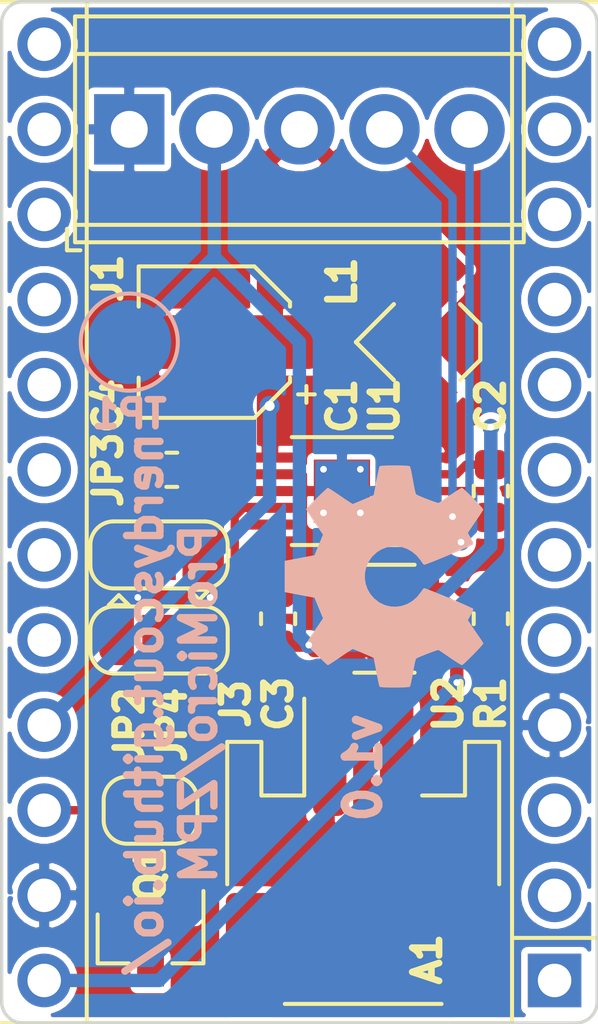
<source format=kicad_pcb>
(kicad_pcb (version 20171130) (host pcbnew 5.1.5)

  (general
    (thickness 0.8)
    (drawings 10)
    (tracks 90)
    (zones 0)
    (modules 17)
    (nets 15)
  )

  (page A4)
  (title_block
    (title ProMicro_ZPM)
    (date 2020-05-11)
    (rev v1.0)
  )

  (layers
    (0 F.Cu mixed hide)
    (31 B.Cu mixed hide)
    (32 B.Adhes user)
    (33 F.Adhes user)
    (34 B.Paste user)
    (35 F.Paste user)
    (36 B.SilkS user)
    (37 F.SilkS user)
    (38 B.Mask user)
    (39 F.Mask user)
    (40 Dwgs.User user)
    (41 Cmts.User user)
    (42 Eco1.User user)
    (43 Eco2.User user)
    (44 Edge.Cuts user)
    (45 Margin user)
    (46 B.CrtYd user)
    (47 F.CrtYd user)
    (48 B.Fab user)
    (49 F.Fab user)
  )

  (setup
    (last_trace_width 0.25)
    (user_trace_width 0.1)
    (user_trace_width 0.2)
    (user_trace_width 0.25)
    (user_trace_width 0.4)
    (trace_clearance 0.2)
    (zone_clearance 0.125)
    (zone_45_only no)
    (trace_min 0.1)
    (via_size 0.5)
    (via_drill 0.2)
    (via_min_size 0.45)
    (via_min_drill 0.2)
    (user_via 0.45 0.2)
    (user_via 0.5 0.2)
    (user_via 0.6 0.3)
    (uvia_size 0.3)
    (uvia_drill 0.1)
    (uvias_allowed no)
    (uvia_min_size 0.2)
    (uvia_min_drill 0.1)
    (edge_width 0.05)
    (segment_width 0.2)
    (pcb_text_width 0.3)
    (pcb_text_size 1.5 1.5)
    (mod_edge_width 0.12)
    (mod_text_size 1 1)
    (mod_text_width 0.15)
    (pad_size 2 2)
    (pad_drill 1)
    (pad_to_mask_clearance 0)
    (aux_axis_origin 50.8 104.14)
    (grid_origin 50.8 104.14)
    (visible_elements FFFFFF7F)
    (pcbplotparams
      (layerselection 0x010fc_ffffffff)
      (usegerberextensions false)
      (usegerberattributes false)
      (usegerberadvancedattributes false)
      (creategerberjobfile false)
      (excludeedgelayer true)
      (linewidth 0.100000)
      (plotframeref false)
      (viasonmask false)
      (mode 1)
      (useauxorigin false)
      (hpglpennumber 1)
      (hpglpenspeed 20)
      (hpglpendiameter 15.000000)
      (psnegative false)
      (psa4output false)
      (plotreference true)
      (plotvalue true)
      (plotinvisibletext false)
      (padsonsilk false)
      (subtractmaskfromsilk false)
      (outputformat 1)
      (mirror false)
      (drillshape 1)
      (scaleselection 1)
      (outputdirectory ""))
  )

  (net 0 "")
  (net 1 GND)
  (net 2 +3V3)
  (net 3 VCC)
  (net 4 VBAT)
  (net 5 "Net-(C2-Pad1)")
  (net 6 "Net-(L1-Pad2)")
  (net 7 Reset)
  (net 8 /Vin2)
  (net 9 "Net-(J1-Pad5)")
  (net 10 "Net-(J1-Pad4)")
  (net 11 "Net-(JP4-Pad2)")
  (net 12 "Net-(R1-Pad1)")
  (net 13 /D0)
  (net 14 /D1)

  (net_class Default "This is the default net class."
    (clearance 0.2)
    (trace_width 0.25)
    (via_dia 0.5)
    (via_drill 0.2)
    (uvia_dia 0.3)
    (uvia_drill 0.1)
    (add_net /D0)
    (add_net /D1)
    (add_net /Vin2)
    (add_net "Net-(C2-Pad1)")
    (add_net "Net-(J1-Pad4)")
    (add_net "Net-(J1-Pad5)")
    (add_net "Net-(JP4-Pad2)")
    (add_net "Net-(L1-Pad2)")
    (add_net "Net-(R1-Pad1)")
    (add_net Reset)
    (add_net VBAT)
    (add_net VCC)
  )

  (net_class Power ""
    (clearance 0.2)
    (trace_width 0.4)
    (via_dia 0.6)
    (via_drill 0.3)
    (uvia_dia 0.3)
    (uvia_drill 0.1)
    (add_net +3V3)
    (add_net GND)
  )

  (net_class small ""
    (clearance 0.2)
    (trace_width 0.2)
    (via_dia 0.5)
    (via_drill 0.2)
    (uvia_dia 0.3)
    (uvia_drill 0.1)
  )

  (net_class tiny ""
    (clearance 0.1)
    (trace_width 0.1)
    (via_dia 0.45)
    (via_drill 0.2)
    (uvia_dia 0.3)
    (uvia_drill 0.1)
  )

  (module Symbol:OSHW-Symbol_6.7x6mm_SilkScreen (layer B.Cu) (tedit 0) (tstamp 5E260438)
    (at 60.96 92.075 270)
    (descr "Open Source Hardware Symbol")
    (tags "Logo Symbol OSHW")
    (path /5E25FD05)
    (attr virtual)
    (fp_text reference LOGO1 (at 0 0 90) (layer B.SilkS) hide
      (effects (font (size 1 1) (thickness 0.15)) (justify mirror))
    )
    (fp_text value Logo_Open_Hardware_Small (at 0.75 0 90) (layer B.Fab) hide
      (effects (font (size 1 1) (thickness 0.15)) (justify mirror))
    )
    (fp_poly (pts (xy 0.555814 2.531069) (xy 0.639635 2.086445) (xy 0.94892 1.958947) (xy 1.258206 1.831449)
      (xy 1.629246 2.083754) (xy 1.733157 2.154004) (xy 1.827087 2.216728) (xy 1.906652 2.269062)
      (xy 1.96747 2.308143) (xy 2.005157 2.331107) (xy 2.015421 2.336058) (xy 2.03391 2.323324)
      (xy 2.07342 2.288118) (xy 2.129522 2.234938) (xy 2.197787 2.168282) (xy 2.273786 2.092646)
      (xy 2.353092 2.012528) (xy 2.431275 1.932426) (xy 2.503907 1.856836) (xy 2.566559 1.790255)
      (xy 2.614803 1.737182) (xy 2.64421 1.702113) (xy 2.651241 1.690377) (xy 2.641123 1.66874)
      (xy 2.612759 1.621338) (xy 2.569129 1.552807) (xy 2.513218 1.467785) (xy 2.448006 1.370907)
      (xy 2.410219 1.31565) (xy 2.341343 1.214752) (xy 2.28014 1.123701) (xy 2.229578 1.04703)
      (xy 2.192628 0.989272) (xy 2.172258 0.954957) (xy 2.169197 0.947746) (xy 2.176136 0.927252)
      (xy 2.195051 0.879487) (xy 2.223087 0.811168) (xy 2.257391 0.729011) (xy 2.295109 0.63973)
      (xy 2.333387 0.550042) (xy 2.36937 0.466662) (xy 2.400206 0.396306) (xy 2.423039 0.34569)
      (xy 2.435017 0.321529) (xy 2.435724 0.320578) (xy 2.454531 0.315964) (xy 2.504618 0.305672)
      (xy 2.580793 0.290713) (xy 2.677865 0.272099) (xy 2.790643 0.250841) (xy 2.856442 0.238582)
      (xy 2.97695 0.215638) (xy 3.085797 0.193805) (xy 3.177476 0.174278) (xy 3.246481 0.158252)
      (xy 3.287304 0.146921) (xy 3.295511 0.143326) (xy 3.303548 0.118994) (xy 3.310033 0.064041)
      (xy 3.31497 -0.015108) (xy 3.318364 -0.112026) (xy 3.320218 -0.220287) (xy 3.320538 -0.333465)
      (xy 3.319327 -0.445135) (xy 3.31659 -0.548868) (xy 3.312331 -0.638241) (xy 3.306555 -0.706826)
      (xy 3.299267 -0.748197) (xy 3.294895 -0.75681) (xy 3.268764 -0.767133) (xy 3.213393 -0.781892)
      (xy 3.136107 -0.799352) (xy 3.04423 -0.81778) (xy 3.012158 -0.823741) (xy 2.857524 -0.852066)
      (xy 2.735375 -0.874876) (xy 2.641673 -0.89308) (xy 2.572384 -0.907583) (xy 2.523471 -0.919292)
      (xy 2.490897 -0.929115) (xy 2.470628 -0.937956) (xy 2.458626 -0.946724) (xy 2.456947 -0.948457)
      (xy 2.440184 -0.976371) (xy 2.414614 -1.030695) (xy 2.382788 -1.104777) (xy 2.34726 -1.191965)
      (xy 2.310583 -1.285608) (xy 2.275311 -1.379052) (xy 2.243996 -1.465647) (xy 2.219193 -1.53874)
      (xy 2.203454 -1.591678) (xy 2.199332 -1.617811) (xy 2.199676 -1.618726) (xy 2.213641 -1.640086)
      (xy 2.245322 -1.687084) (xy 2.291391 -1.754827) (xy 2.348518 -1.838423) (xy 2.413373 -1.932982)
      (xy 2.431843 -1.959854) (xy 2.497699 -2.057275) (xy 2.55565 -2.146163) (xy 2.602538 -2.221412)
      (xy 2.635207 -2.27792) (xy 2.6505 -2.310581) (xy 2.651241 -2.314593) (xy 2.638392 -2.335684)
      (xy 2.602888 -2.377464) (xy 2.549293 -2.435445) (xy 2.482171 -2.505135) (xy 2.406087 -2.582045)
      (xy 2.325604 -2.661683) (xy 2.245287 -2.739561) (xy 2.169699 -2.811186) (xy 2.103405 -2.87207)
      (xy 2.050969 -2.917721) (xy 2.016955 -2.94365) (xy 2.007545 -2.947883) (xy 1.985643 -2.937912)
      (xy 1.9408 -2.91102) (xy 1.880321 -2.871736) (xy 1.833789 -2.840117) (xy 1.749475 -2.782098)
      (xy 1.649626 -2.713784) (xy 1.549473 -2.645579) (xy 1.495627 -2.609075) (xy 1.313371 -2.4858)
      (xy 1.160381 -2.56852) (xy 1.090682 -2.604759) (xy 1.031414 -2.632926) (xy 0.991311 -2.648991)
      (xy 0.981103 -2.651226) (xy 0.968829 -2.634722) (xy 0.944613 -2.588082) (xy 0.910263 -2.515609)
      (xy 0.867588 -2.421606) (xy 0.818394 -2.310374) (xy 0.76449 -2.186215) (xy 0.707684 -2.053432)
      (xy 0.649782 -1.916327) (xy 0.592593 -1.779202) (xy 0.537924 -1.646358) (xy 0.487584 -1.522098)
      (xy 0.44338 -1.410725) (xy 0.407119 -1.316539) (xy 0.380609 -1.243844) (xy 0.365658 -1.196941)
      (xy 0.363254 -1.180833) (xy 0.382311 -1.160286) (xy 0.424036 -1.126933) (xy 0.479706 -1.087702)
      (xy 0.484378 -1.084599) (xy 0.628264 -0.969423) (xy 0.744283 -0.835053) (xy 0.83143 -0.685784)
      (xy 0.888699 -0.525913) (xy 0.915086 -0.359737) (xy 0.909585 -0.191552) (xy 0.87119 -0.025655)
      (xy 0.798895 0.133658) (xy 0.777626 0.168513) (xy 0.666996 0.309263) (xy 0.536302 0.422286)
      (xy 0.390064 0.506997) (xy 0.232808 0.562806) (xy 0.069057 0.589126) (xy -0.096667 0.58537)
      (xy -0.259838 0.55095) (xy -0.415935 0.485277) (xy -0.560433 0.387765) (xy -0.605131 0.348187)
      (xy -0.718888 0.224297) (xy -0.801782 0.093876) (xy -0.858644 -0.052315) (xy -0.890313 -0.197088)
      (xy -0.898131 -0.35986) (xy -0.872062 -0.52344) (xy -0.814755 -0.682298) (xy -0.728856 -0.830906)
      (xy -0.617014 -0.963735) (xy -0.481877 -1.075256) (xy -0.464117 -1.087011) (xy -0.40785 -1.125508)
      (xy -0.365077 -1.158863) (xy -0.344628 -1.18016) (xy -0.344331 -1.180833) (xy -0.348721 -1.203871)
      (xy -0.366124 -1.256157) (xy -0.394732 -1.33339) (xy -0.432735 -1.431268) (xy -0.478326 -1.545491)
      (xy -0.529697 -1.671758) (xy -0.585038 -1.805767) (xy -0.642542 -1.943218) (xy -0.700399 -2.079808)
      (xy -0.756802 -2.211237) (xy -0.809942 -2.333205) (xy -0.85801 -2.441409) (xy -0.899199 -2.531549)
      (xy -0.931699 -2.599323) (xy -0.953703 -2.64043) (xy -0.962564 -2.651226) (xy -0.98964 -2.642819)
      (xy -1.040303 -2.620272) (xy -1.105817 -2.587613) (xy -1.141841 -2.56852) (xy -1.294832 -2.4858)
      (xy -1.477088 -2.609075) (xy -1.570125 -2.672228) (xy -1.671985 -2.741727) (xy -1.767438 -2.807165)
      (xy -1.81525 -2.840117) (xy -1.882495 -2.885273) (xy -1.939436 -2.921057) (xy -1.978646 -2.942938)
      (xy -1.991381 -2.947563) (xy -2.009917 -2.935085) (xy -2.050941 -2.900252) (xy -2.110475 -2.846678)
      (xy -2.184542 -2.777983) (xy -2.269165 -2.697781) (xy -2.322685 -2.646286) (xy -2.416319 -2.554286)
      (xy -2.497241 -2.471999) (xy -2.562177 -2.402945) (xy -2.607858 -2.350644) (xy -2.631011 -2.318616)
      (xy -2.633232 -2.312116) (xy -2.622924 -2.287394) (xy -2.594439 -2.237405) (xy -2.550937 -2.167212)
      (xy -2.495577 -2.081875) (xy -2.43152 -1.986456) (xy -2.413303 -1.959854) (xy -2.346927 -1.863167)
      (xy -2.287378 -1.776117) (xy -2.237984 -1.703595) (xy -2.202075 -1.650493) (xy -2.182981 -1.621703)
      (xy -2.181136 -1.618726) (xy -2.183895 -1.595782) (xy -2.198538 -1.545336) (xy -2.222513 -1.474041)
      (xy -2.253266 -1.388547) (xy -2.288244 -1.295507) (xy -2.324893 -1.201574) (xy -2.360661 -1.113399)
      (xy -2.392994 -1.037634) (xy -2.419338 -0.980931) (xy -2.437142 -0.949943) (xy -2.438407 -0.948457)
      (xy -2.449294 -0.939601) (xy -2.467682 -0.930843) (xy -2.497606 -0.921277) (xy -2.543103 -0.909996)
      (xy -2.608209 -0.896093) (xy -2.696961 -0.878663) (xy -2.813393 -0.856798) (xy -2.961542 -0.829591)
      (xy -2.993618 -0.823741) (xy -3.088686 -0.805374) (xy -3.171565 -0.787405) (xy -3.23493 -0.771569)
      (xy -3.271458 -0.7596) (xy -3.276356 -0.75681) (xy -3.284427 -0.732072) (xy -3.290987 -0.67679)
      (xy -3.296033 -0.597389) (xy -3.299559 -0.500296) (xy -3.301561 -0.391938) (xy -3.302036 -0.27874)
      (xy -3.300977 -0.167128) (xy -3.298382 -0.063529) (xy -3.294246 0.025632) (xy -3.288563 0.093928)
      (xy -3.281331 0.134934) (xy -3.276971 0.143326) (xy -3.252698 0.151792) (xy -3.197426 0.165565)
      (xy -3.116662 0.18345) (xy -3.015912 0.204252) (xy -2.900683 0.226777) (xy -2.837902 0.238582)
      (xy -2.718787 0.260849) (xy -2.612565 0.281021) (xy -2.524427 0.298085) (xy -2.459566 0.311031)
      (xy -2.423174 0.318845) (xy -2.417184 0.320578) (xy -2.407061 0.34011) (xy -2.385662 0.387157)
      (xy -2.355839 0.454997) (xy -2.320445 0.536909) (xy -2.282332 0.626172) (xy -2.244353 0.716065)
      (xy -2.20936 0.799865) (xy -2.180206 0.870853) (xy -2.159743 0.922306) (xy -2.150823 0.947503)
      (xy -2.150657 0.948604) (xy -2.160769 0.968481) (xy -2.189117 1.014223) (xy -2.232723 1.081283)
      (xy -2.288606 1.165116) (xy -2.353787 1.261174) (xy -2.391679 1.31635) (xy -2.460725 1.417519)
      (xy -2.52205 1.50937) (xy -2.572663 1.587256) (xy -2.609571 1.646531) (xy -2.629782 1.682549)
      (xy -2.632701 1.690623) (xy -2.620153 1.709416) (xy -2.585463 1.749543) (xy -2.533063 1.806507)
      (xy -2.467384 1.875815) (xy -2.392856 1.952969) (xy -2.313913 2.033475) (xy -2.234983 2.112837)
      (xy -2.1605 2.18656) (xy -2.094894 2.250148) (xy -2.042596 2.299106) (xy -2.008039 2.328939)
      (xy -1.996478 2.336058) (xy -1.977654 2.326047) (xy -1.932631 2.297922) (xy -1.865787 2.254546)
      (xy -1.781499 2.198782) (xy -1.684144 2.133494) (xy -1.610707 2.083754) (xy -1.239667 1.831449)
      (xy -0.621095 2.086445) (xy -0.537275 2.531069) (xy -0.453454 2.975693) (xy 0.471994 2.975693)
      (xy 0.555814 2.531069)) (layer B.SilkS) (width 0.01))
  )

  (module TestPoint:TestPoint_Pad_D2.5mm (layer B.Cu) (tedit 5A0F774F) (tstamp 5ED9A3CD)
    (at 53.34 85.09)
    (descr "SMD pad as test Point, diameter 2.5mm")
    (tags "test point SMD pad")
    (path /5EDC5761)
    (attr virtual)
    (fp_text reference TP1 (at 0 2.148) (layer B.SilkS)
      (effects (font (size 0.8 0.8) (thickness 0.2)) (justify mirror))
    )
    (fp_text value TestPoint (at 0 -2.25) (layer B.Fab) hide
      (effects (font (size 0.8 0.8) (thickness 0.2)) (justify mirror))
    )
    (fp_circle (center 0 0) (end 0 -1.45) (layer B.SilkS) (width 0.12))
    (fp_circle (center 0 0) (end 1.75 0) (layer B.CrtYd) (width 0.05))
    (fp_text user %R (at 0 2.15) (layer B.Fab) hide
      (effects (font (size 0.8 0.8) (thickness 0.2)) (justify mirror))
    )
    (pad 1 smd circle (at 0 0) (size 2.5 2.5) (layers B.Cu B.Mask)
      (net 4 VBAT))
  )

  (module Capacitor_SMD:CP_Elec_4x3 (layer F.Cu) (tedit 5BCA39CF) (tstamp 5ED9E076)
    (at 55.88 85.09 180)
    (descr "SMD capacitor, aluminum electrolytic, Nichicon, 4.0x3mm")
    (tags "capacitor electrolytic")
    (path /5EBCBFD3)
    (attr smd)
    (fp_text reference C1 (at -3.81 -1.905 90) (layer F.SilkS)
      (effects (font (size 0.8 0.8) (thickness 0.2)))
    )
    (fp_text value 10µF (at 0 1.27) (layer F.Fab) hide
      (effects (font (size 0.8 0.8) (thickness 0.2)))
    )
    (fp_text user %R (at 0 0) (layer F.Fab)
      (effects (font (size 0.8 0.8) (thickness 0.12)))
    )
    (fp_line (start -3.35 1.05) (end -2.4 1.05) (layer F.CrtYd) (width 0.05))
    (fp_line (start -3.35 -1.05) (end -3.35 1.05) (layer F.CrtYd) (width 0.05))
    (fp_line (start -2.4 -1.05) (end -3.35 -1.05) (layer F.CrtYd) (width 0.05))
    (fp_line (start -2.4 1.05) (end -2.4 1.25) (layer F.CrtYd) (width 0.05))
    (fp_line (start -2.4 -1.25) (end -2.4 -1.05) (layer F.CrtYd) (width 0.05))
    (fp_line (start -2.4 -1.25) (end -1.25 -2.4) (layer F.CrtYd) (width 0.05))
    (fp_line (start -2.4 1.25) (end -1.25 2.4) (layer F.CrtYd) (width 0.05))
    (fp_line (start -1.25 -2.4) (end 2.4 -2.4) (layer F.CrtYd) (width 0.05))
    (fp_line (start -1.25 2.4) (end 2.4 2.4) (layer F.CrtYd) (width 0.05))
    (fp_line (start 2.4 1.05) (end 2.4 2.4) (layer F.CrtYd) (width 0.05))
    (fp_line (start 3.35 1.05) (end 2.4 1.05) (layer F.CrtYd) (width 0.05))
    (fp_line (start 3.35 -1.05) (end 3.35 1.05) (layer F.CrtYd) (width 0.05))
    (fp_line (start 2.4 -1.05) (end 3.35 -1.05) (layer F.CrtYd) (width 0.05))
    (fp_line (start 2.4 -2.4) (end 2.4 -1.05) (layer F.CrtYd) (width 0.05))
    (fp_line (start -2.75 -1.81) (end -2.75 -1.31) (layer F.SilkS) (width 0.12))
    (fp_line (start -3 -1.56) (end -2.5 -1.56) (layer F.SilkS) (width 0.12))
    (fp_line (start -2.26 1.195563) (end -1.195563 2.26) (layer F.SilkS) (width 0.12))
    (fp_line (start -2.26 -1.195563) (end -1.195563 -2.26) (layer F.SilkS) (width 0.12))
    (fp_line (start -2.26 -1.195563) (end -2.26 -1.06) (layer F.SilkS) (width 0.12))
    (fp_line (start -2.26 1.195563) (end -2.26 1.06) (layer F.SilkS) (width 0.12))
    (fp_line (start -1.195563 2.26) (end 2.26 2.26) (layer F.SilkS) (width 0.12))
    (fp_line (start -1.195563 -2.26) (end 2.26 -2.26) (layer F.SilkS) (width 0.12))
    (fp_line (start 2.26 -2.26) (end 2.26 -1.06) (layer F.SilkS) (width 0.12))
    (fp_line (start 2.26 2.26) (end 2.26 1.06) (layer F.SilkS) (width 0.12))
    (fp_line (start -1.374773 -1.2) (end -1.374773 -0.8) (layer F.Fab) (width 0.1))
    (fp_line (start -1.574773 -1) (end -1.174773 -1) (layer F.Fab) (width 0.1))
    (fp_line (start -2.15 1.15) (end -1.15 2.15) (layer F.Fab) (width 0.1))
    (fp_line (start -2.15 -1.15) (end -1.15 -2.15) (layer F.Fab) (width 0.1))
    (fp_line (start -2.15 -1.15) (end -2.15 1.15) (layer F.Fab) (width 0.1))
    (fp_line (start -1.15 2.15) (end 2.15 2.15) (layer F.Fab) (width 0.1))
    (fp_line (start -1.15 -2.15) (end 2.15 -2.15) (layer F.Fab) (width 0.1))
    (fp_line (start 2.15 -2.15) (end 2.15 2.15) (layer F.Fab) (width 0.1))
    (fp_circle (center 0 0) (end 2 0) (layer F.Fab) (width 0.1))
    (pad 2 smd roundrect (at 1.8 0 180) (size 2.6 1.6) (layers F.Cu F.Paste F.Mask) (roundrect_rratio 0.15625)
      (net 1 GND))
    (pad 1 smd roundrect (at -1.8 0 180) (size 2.6 1.6) (layers F.Cu F.Paste F.Mask) (roundrect_rratio 0.15625)
      (net 2 +3V3))
    (model ${KISYS3DMOD}/Capacitor_SMD.3dshapes/CP_Elec_4x3.wrl
      (at (xyz 0 0 0))
      (scale (xyz 1 1 1))
      (rotate (xyz 0 0 0))
    )
  )

  (module Package_SO:MSOP-10-1EP_3x3mm_P0.5mm_EP1.68x1.88mm_ThermalVias (layer F.Cu) (tedit 5DC5FE75) (tstamp 5EDA0144)
    (at 59.69 89.535 180)
    (descr "MSOP, 10 Pin (https://www.analog.com/media/en/technical-documentation/data-sheets/3805fg.pdf#page=18), generated with kicad-footprint-generator ipc_gullwing_generator.py")
    (tags "MSOP SO")
    (path /5EB9A0B5)
    (attr smd)
    (fp_text reference U1 (at -1.27 2.54 270) (layer F.SilkS)
      (effects (font (size 0.8 0.8) (thickness 0.2)))
    )
    (fp_text value LTC3588EDD-1PBF (at 0 2.45) (layer F.Fab) hide
      (effects (font (size 0.8 0.8) (thickness 0.2)))
    )
    (fp_text user %R (at 0 0) (layer F.Fab)
      (effects (font (size 0.75 0.75) (thickness 0.11)))
    )
    (fp_line (start 3.12 -1.75) (end -3.12 -1.75) (layer F.CrtYd) (width 0.05))
    (fp_line (start 3.12 1.75) (end 3.12 -1.75) (layer F.CrtYd) (width 0.05))
    (fp_line (start -3.12 1.75) (end 3.12 1.75) (layer F.CrtYd) (width 0.05))
    (fp_line (start -3.12 -1.75) (end -3.12 1.75) (layer F.CrtYd) (width 0.05))
    (fp_line (start -1.5 -0.75) (end -0.75 -1.5) (layer F.Fab) (width 0.1))
    (fp_line (start -1.5 1.5) (end -1.5 -0.75) (layer F.Fab) (width 0.1))
    (fp_line (start 1.5 1.5) (end -1.5 1.5) (layer F.Fab) (width 0.1))
    (fp_line (start 1.5 -1.5) (end 1.5 1.5) (layer F.Fab) (width 0.1))
    (fp_line (start -0.75 -1.5) (end 1.5 -1.5) (layer F.Fab) (width 0.1))
    (fp_line (start 0 -1.61) (end -2.875 -1.61) (layer F.SilkS) (width 0.12))
    (fp_line (start 0 -1.61) (end 1.5 -1.61) (layer F.SilkS) (width 0.12))
    (fp_line (start 0 1.61) (end -1.5 1.61) (layer F.SilkS) (width 0.12))
    (fp_line (start 0 1.61) (end 1.5 1.61) (layer F.SilkS) (width 0.12))
    (pad "" smd roundrect (at 0.42 0.47 180) (size 0.7 0.79) (layers F.Paste) (roundrect_rratio 0.25))
    (pad "" smd roundrect (at 0.42 -0.47 180) (size 0.7 0.79) (layers F.Paste) (roundrect_rratio 0.25))
    (pad "" smd roundrect (at -0.42 0.47 180) (size 0.7 0.79) (layers F.Paste) (roundrect_rratio 0.25))
    (pad "" smd roundrect (at -0.42 -0.47 180) (size 0.7 0.79) (layers F.Paste) (roundrect_rratio 0.25))
    (pad 11 smd rect (at 0 0 180) (size 1.6 1.8) (layers B.Cu)
      (net 1 GND))
    (pad 11 thru_hole circle (at 0.55 0.65 180) (size 0.5 0.5) (drill 0.2) (layers *.Cu)
      (net 1 GND))
    (pad 11 thru_hole circle (at -0.55 0.65 180) (size 0.5 0.5) (drill 0.2) (layers *.Cu)
      (net 1 GND))
    (pad 11 thru_hole circle (at 0.55 -0.65 180) (size 0.5 0.5) (drill 0.2) (layers *.Cu)
      (net 1 GND))
    (pad 11 thru_hole circle (at -0.55 -0.65 180) (size 0.5 0.5) (drill 0.2) (layers *.Cu)
      (net 1 GND))
    (pad 11 smd rect (at 0 0 180) (size 1.68 1.88) (layers F.Cu F.Mask)
      (net 1 GND))
    (pad 10 smd roundrect (at 2.15 -1 180) (size 1.45 0.3) (layers F.Cu F.Paste F.Mask) (roundrect_rratio 0.25)
      (net 11 "Net-(JP4-Pad2)"))
    (pad 9 smd roundrect (at 2.15 -0.5 180) (size 1.45 0.3) (layers F.Cu F.Paste F.Mask) (roundrect_rratio 0.25)
      (net 13 /D0))
    (pad 8 smd roundrect (at 2.15 0 180) (size 1.45 0.3) (layers F.Cu F.Paste F.Mask) (roundrect_rratio 0.25)
      (net 14 /D1))
    (pad 7 smd roundrect (at 2.15 0.5 180) (size 1.45 0.3) (layers F.Cu F.Paste F.Mask) (roundrect_rratio 0.25)
      (net 8 /Vin2))
    (pad 6 smd roundrect (at 2.15 1 180) (size 1.45 0.3) (layers F.Cu F.Paste F.Mask) (roundrect_rratio 0.25)
      (net 2 +3V3))
    (pad 5 smd roundrect (at -2.15 1 180) (size 1.45 0.3) (layers F.Cu F.Paste F.Mask) (roundrect_rratio 0.25)
      (net 6 "Net-(L1-Pad2)"))
    (pad 4 smd roundrect (at -2.15 0.5 180) (size 1.45 0.3) (layers F.Cu F.Paste F.Mask) (roundrect_rratio 0.25)
      (net 4 VBAT))
    (pad 3 smd roundrect (at -2.15 0 180) (size 1.45 0.3) (layers F.Cu F.Paste F.Mask) (roundrect_rratio 0.25)
      (net 5 "Net-(C2-Pad1)"))
    (pad 2 smd roundrect (at -2.15 -0.5 180) (size 1.45 0.3) (layers F.Cu F.Paste F.Mask) (roundrect_rratio 0.25)
      (net 10 "Net-(J1-Pad4)"))
    (pad 1 smd roundrect (at -2.15 -1 180) (size 1.45 0.3) (layers F.Cu F.Paste F.Mask) (roundrect_rratio 0.25)
      (net 9 "Net-(J1-Pad5)"))
    (model ${KISYS3DMOD}/Package_SO.3dshapes/MSOP-10-1EP_3x3mm_P0.5mm_EP1.68x1.88mm.wrl
      (at (xyz 0 0 0))
      (scale (xyz 1 1 1))
      (rotate (xyz 0 0 0))
    )
  )

  (module Resistor_SMD:R_0603_1608Metric (layer F.Cu) (tedit 5B301BBD) (tstamp 5ED99781)
    (at 64.135 93.345 270)
    (descr "Resistor SMD 0603 (1608 Metric), square (rectangular) end terminal, IPC_7351 nominal, (Body size source: http://www.tortai-tech.com/upload/download/2011102023233369053.pdf), generated with kicad-footprint-generator")
    (tags resistor)
    (path /5EBB144B)
    (attr smd)
    (fp_text reference R1 (at 2.54 0 270) (layer F.SilkS)
      (effects (font (size 0.8 0.8) (thickness 0.2)))
    )
    (fp_text value 2k (at 0 1.43 90) (layer F.Fab) hide
      (effects (font (size 0.8 0.8) (thickness 0.2)))
    )
    (fp_text user %R (at 0 0 90) (layer F.Fab)
      (effects (font (size 0.4 0.4) (thickness 0.06)))
    )
    (fp_line (start 1.48 0.73) (end -1.48 0.73) (layer F.CrtYd) (width 0.05))
    (fp_line (start 1.48 -0.73) (end 1.48 0.73) (layer F.CrtYd) (width 0.05))
    (fp_line (start -1.48 -0.73) (end 1.48 -0.73) (layer F.CrtYd) (width 0.05))
    (fp_line (start -1.48 0.73) (end -1.48 -0.73) (layer F.CrtYd) (width 0.05))
    (fp_line (start -0.162779 0.51) (end 0.162779 0.51) (layer F.SilkS) (width 0.12))
    (fp_line (start -0.162779 -0.51) (end 0.162779 -0.51) (layer F.SilkS) (width 0.12))
    (fp_line (start 0.8 0.4) (end -0.8 0.4) (layer F.Fab) (width 0.1))
    (fp_line (start 0.8 -0.4) (end 0.8 0.4) (layer F.Fab) (width 0.1))
    (fp_line (start -0.8 -0.4) (end 0.8 -0.4) (layer F.Fab) (width 0.1))
    (fp_line (start -0.8 0.4) (end -0.8 -0.4) (layer F.Fab) (width 0.1))
    (pad 2 smd roundrect (at 0.7875 0 270) (size 0.875 0.95) (layers F.Cu F.Paste F.Mask) (roundrect_rratio 0.25)
      (net 1 GND))
    (pad 1 smd roundrect (at -0.7875 0 270) (size 0.875 0.95) (layers F.Cu F.Paste F.Mask) (roundrect_rratio 0.25)
      (net 12 "Net-(R1-Pad1)"))
    (model ${KISYS3DMOD}/Resistor_SMD.3dshapes/R_0603_1608Metric.wrl
      (at (xyz 0 0 0))
      (scale (xyz 1 1 1))
      (rotate (xyz 0 0 0))
    )
  )

  (module Jumper:SolderJumper-2_P1.3mm_Open_RoundedPad1.0x1.5mm (layer F.Cu) (tedit 5B391E66) (tstamp 5ED988A4)
    (at 53.975 99.06)
    (descr "SMD Solder Jumper, 1x1.5mm, rounded Pads, 0.3mm gap, open")
    (tags "solder jumper open")
    (path /5EBD4007)
    (attr virtual)
    (fp_text reference JP4 (at 0.635 -2.54 90) (layer F.SilkS)
      (effects (font (size 0.8 0.8) (thickness 0.2)))
    )
    (fp_text value SolderJumper_2_Open (at 0 1.9) (layer F.Fab) hide
      (effects (font (size 0.8 0.8) (thickness 0.2)))
    )
    (fp_line (start 1.65 1.25) (end -1.65 1.25) (layer F.CrtYd) (width 0.05))
    (fp_line (start 1.65 1.25) (end 1.65 -1.25) (layer F.CrtYd) (width 0.05))
    (fp_line (start -1.65 -1.25) (end -1.65 1.25) (layer F.CrtYd) (width 0.05))
    (fp_line (start -1.65 -1.25) (end 1.65 -1.25) (layer F.CrtYd) (width 0.05))
    (fp_line (start -0.7 -1) (end 0.7 -1) (layer F.SilkS) (width 0.12))
    (fp_line (start 1.4 -0.3) (end 1.4 0.3) (layer F.SilkS) (width 0.12))
    (fp_line (start 0.7 1) (end -0.7 1) (layer F.SilkS) (width 0.12))
    (fp_line (start -1.4 0.3) (end -1.4 -0.3) (layer F.SilkS) (width 0.12))
    (fp_arc (start -0.7 -0.3) (end -0.7 -1) (angle -90) (layer F.SilkS) (width 0.12))
    (fp_arc (start -0.7 0.3) (end -1.4 0.3) (angle -90) (layer F.SilkS) (width 0.12))
    (fp_arc (start 0.7 0.3) (end 0.7 1) (angle -90) (layer F.SilkS) (width 0.12))
    (fp_arc (start 0.7 -0.3) (end 1.4 -0.3) (angle -90) (layer F.SilkS) (width 0.12))
    (pad 2 smd custom (at 0.65 0) (size 1 0.5) (layers F.Cu F.Mask)
      (net 11 "Net-(JP4-Pad2)") (zone_connect 2)
      (options (clearance outline) (anchor rect))
      (primitives
        (gr_circle (center 0 0.25) (end 0.5 0.25) (width 0))
        (gr_circle (center 0 -0.25) (end 0.5 -0.25) (width 0))
        (gr_poly (pts
           (xy 0 -0.75) (xy -0.5 -0.75) (xy -0.5 0.75) (xy 0 0.75)) (width 0))
      ))
    (pad 1 smd custom (at -0.65 0) (size 1 0.5) (layers F.Cu F.Mask)
      (net 7 Reset) (zone_connect 2)
      (options (clearance outline) (anchor rect))
      (primitives
        (gr_circle (center 0 0.25) (end 0.5 0.25) (width 0))
        (gr_circle (center 0 -0.25) (end 0.5 -0.25) (width 0))
        (gr_poly (pts
           (xy 0 -0.75) (xy 0.5 -0.75) (xy 0.5 0.75) (xy 0 0.75)) (width 0))
      ))
  )

  (module Connector_JST:JST_PH_S2B-PH-SM4-TB_1x02-1MP_P2.00mm_Horizontal (layer F.Cu) (tedit 5B78AD87) (tstamp 5ED9883A)
    (at 60.325 100.33)
    (descr "JST PH series connector, S2B-PH-SM4-TB (http://www.jst-mfg.com/product/pdf/eng/ePH.pdf), generated with kicad-footprint-generator")
    (tags "connector JST PH top entry")
    (path /5EBCC89B)
    (attr smd)
    (fp_text reference J3 (at -3.81 -4.445 90) (layer F.SilkS)
      (effects (font (size 0.8 0.8) (thickness 0.2)))
    )
    (fp_text value JST (at 0 1.27) (layer F.Fab) hide
      (effects (font (size 0.8 0.8) (thickness 0.2)))
    )
    (fp_text user %R (at -3.81 -4.445 90) (layer F.Fab) hide
      (effects (font (size 0.8 0.8) (thickness 0.2)))
    )
    (fp_line (start -1 -0.892893) (end -0.5 -1.6) (layer F.Fab) (width 0.1))
    (fp_line (start -1.5 -1.6) (end -1 -0.892893) (layer F.Fab) (width 0.1))
    (fp_line (start 4.6 -5.1) (end -4.6 -5.1) (layer F.CrtYd) (width 0.05))
    (fp_line (start 4.6 5.1) (end 4.6 -5.1) (layer F.CrtYd) (width 0.05))
    (fp_line (start -4.6 5.1) (end 4.6 5.1) (layer F.CrtYd) (width 0.05))
    (fp_line (start -4.6 -5.1) (end -4.6 5.1) (layer F.CrtYd) (width 0.05))
    (fp_line (start 3.95 -3.2) (end 3.95 4.4) (layer F.Fab) (width 0.1))
    (fp_line (start -3.95 -3.2) (end -3.95 4.4) (layer F.Fab) (width 0.1))
    (fp_line (start -3.95 4.4) (end 3.95 4.4) (layer F.Fab) (width 0.1))
    (fp_line (start -2.34 4.51) (end 2.34 4.51) (layer F.SilkS) (width 0.12))
    (fp_line (start 3.04 -1.71) (end 1.76 -1.71) (layer F.SilkS) (width 0.12))
    (fp_line (start 3.04 -3.31) (end 3.04 -1.71) (layer F.SilkS) (width 0.12))
    (fp_line (start 4.06 -3.31) (end 3.04 -3.31) (layer F.SilkS) (width 0.12))
    (fp_line (start 4.06 0.94) (end 4.06 -3.31) (layer F.SilkS) (width 0.12))
    (fp_line (start -1.76 -1.71) (end -1.76 -4.6) (layer F.SilkS) (width 0.12))
    (fp_line (start -3.04 -1.71) (end -1.76 -1.71) (layer F.SilkS) (width 0.12))
    (fp_line (start -3.04 -3.31) (end -3.04 -1.71) (layer F.SilkS) (width 0.12))
    (fp_line (start -4.06 -3.31) (end -3.04 -3.31) (layer F.SilkS) (width 0.12))
    (fp_line (start -4.06 0.94) (end -4.06 -3.31) (layer F.SilkS) (width 0.12))
    (fp_line (start 3.15 -3.2) (end 3.95 -3.2) (layer F.Fab) (width 0.1))
    (fp_line (start 3.15 -1.6) (end 3.15 -3.2) (layer F.Fab) (width 0.1))
    (fp_line (start -3.15 -1.6) (end 3.15 -1.6) (layer F.Fab) (width 0.1))
    (fp_line (start -3.15 -3.2) (end -3.15 -1.6) (layer F.Fab) (width 0.1))
    (fp_line (start -3.95 -3.2) (end -3.15 -3.2) (layer F.Fab) (width 0.1))
    (pad MP smd roundrect (at 3.35 2.9) (size 1.5 3.4) (layers F.Cu F.Paste F.Mask) (roundrect_rratio 0.166667))
    (pad MP smd roundrect (at -3.35 2.9) (size 1.5 3.4) (layers F.Cu F.Paste F.Mask) (roundrect_rratio 0.166667))
    (pad 2 smd roundrect (at 1 -2.85) (size 1 3.5) (layers F.Cu F.Paste F.Mask) (roundrect_rratio 0.25)
      (net 4 VBAT))
    (pad 1 smd roundrect (at -1 -2.85) (size 1 3.5) (layers F.Cu F.Paste F.Mask) (roundrect_rratio 0.25)
      (net 1 GND))
    (model ${KISYS3DMOD}/Connector_JST.3dshapes/JST_PH_S2B-PH-SM4-TB_1x02-1MP_P2.00mm_Horizontal.wrl
      (at (xyz 0 0 0))
      (scale (xyz 1 1 1))
      (rotate (xyz 0 0 0))
    )
  )

  (module Capacitor_SMD:C_0603_1608Metric (layer F.Cu) (tedit 5B301BBE) (tstamp 5ED987A3)
    (at 57.785 93.345 90)
    (descr "Capacitor SMD 0603 (1608 Metric), square (rectangular) end terminal, IPC_7351 nominal, (Body size source: http://www.tortai-tech.com/upload/download/2011102023233369053.pdf), generated with kicad-footprint-generator")
    (tags capacitor)
    (path /5EBBC53C)
    (attr smd)
    (fp_text reference C3 (at -2.54 0 90) (layer F.SilkS)
      (effects (font (size 0.8 0.8) (thickness 0.2)))
    )
    (fp_text value 4.7µ (at 0 0 90) (layer F.Fab) hide
      (effects (font (size 0.8 0.8) (thickness 0.2)))
    )
    (fp_text user %R (at 0 0 90) (layer F.Fab)
      (effects (font (size 0.4 0.4) (thickness 0.06)))
    )
    (fp_line (start 1.48 0.73) (end -1.48 0.73) (layer F.CrtYd) (width 0.05))
    (fp_line (start 1.48 -0.73) (end 1.48 0.73) (layer F.CrtYd) (width 0.05))
    (fp_line (start -1.48 -0.73) (end 1.48 -0.73) (layer F.CrtYd) (width 0.05))
    (fp_line (start -1.48 0.73) (end -1.48 -0.73) (layer F.CrtYd) (width 0.05))
    (fp_line (start -0.162779 0.51) (end 0.162779 0.51) (layer F.SilkS) (width 0.12))
    (fp_line (start -0.162779 -0.51) (end 0.162779 -0.51) (layer F.SilkS) (width 0.12))
    (fp_line (start 0.8 0.4) (end -0.8 0.4) (layer F.Fab) (width 0.1))
    (fp_line (start 0.8 -0.4) (end 0.8 0.4) (layer F.Fab) (width 0.1))
    (fp_line (start -0.8 -0.4) (end 0.8 -0.4) (layer F.Fab) (width 0.1))
    (fp_line (start -0.8 0.4) (end -0.8 -0.4) (layer F.Fab) (width 0.1))
    (pad 2 smd roundrect (at 0.7875 0 90) (size 0.875 0.95) (layers F.Cu F.Paste F.Mask) (roundrect_rratio 0.25)
      (net 1 GND))
    (pad 1 smd roundrect (at -0.7875 0 90) (size 0.875 0.95) (layers F.Cu F.Paste F.Mask) (roundrect_rratio 0.25)
      (net 4 VBAT))
    (model ${KISYS3DMOD}/Capacitor_SMD.3dshapes/C_0603_1608Metric.wrl
      (at (xyz 0 0 0))
      (scale (xyz 1 1 1))
      (rotate (xyz 0 0 0))
    )
  )

  (module Package_TO_SOT_SMD:SOT-23 (layer F.Cu) (tedit 5A02FF57) (tstamp 5ED982C1)
    (at 53.975 102.87 270)
    (descr "SOT-23, Standard")
    (tags SOT-23)
    (path /5EDB30A7)
    (attr smd)
    (fp_text reference Q1 (at -1.905 0 270) (layer F.SilkS)
      (effects (font (size 0.8 0.8) (thickness 0.2)))
    )
    (fp_text value BC847 (at 0 0 180) (layer F.Fab) hide
      (effects (font (size 0.8 0.8) (thickness 0.2)))
    )
    (fp_line (start 0.76 1.58) (end -0.7 1.58) (layer F.SilkS) (width 0.12))
    (fp_line (start 0.76 -1.58) (end -1.4 -1.58) (layer F.SilkS) (width 0.12))
    (fp_line (start -1.7 1.75) (end -1.7 -1.75) (layer F.CrtYd) (width 0.05))
    (fp_line (start 1.7 1.75) (end -1.7 1.75) (layer F.CrtYd) (width 0.05))
    (fp_line (start 1.7 -1.75) (end 1.7 1.75) (layer F.CrtYd) (width 0.05))
    (fp_line (start -1.7 -1.75) (end 1.7 -1.75) (layer F.CrtYd) (width 0.05))
    (fp_line (start 0.76 -1.58) (end 0.76 -0.65) (layer F.SilkS) (width 0.12))
    (fp_line (start 0.76 1.58) (end 0.76 0.65) (layer F.SilkS) (width 0.12))
    (fp_line (start -0.7 1.52) (end 0.7 1.52) (layer F.Fab) (width 0.1))
    (fp_line (start 0.7 -1.52) (end 0.7 1.52) (layer F.Fab) (width 0.1))
    (fp_line (start -0.7 -0.95) (end -0.15 -1.52) (layer F.Fab) (width 0.1))
    (fp_line (start -0.15 -1.52) (end 0.7 -1.52) (layer F.Fab) (width 0.1))
    (fp_line (start -0.7 -0.95) (end -0.7 1.5) (layer F.Fab) (width 0.1))
    (fp_text user %R (at 0 0) (layer F.Fab)
      (effects (font (size 0.5 0.5) (thickness 0.075)))
    )
    (pad 3 smd rect (at 1 0 270) (size 0.9 0.8) (layers F.Cu F.Paste F.Mask)
      (net 7 Reset))
    (pad 2 smd rect (at -1 0.95 270) (size 0.9 0.8) (layers F.Cu F.Paste F.Mask)
      (net 1 GND))
    (pad 1 smd rect (at -1 -0.95 270) (size 0.9 0.8) (layers F.Cu F.Paste F.Mask)
      (net 11 "Net-(JP4-Pad2)"))
    (model ${KISYS3DMOD}/Package_TO_SOT_SMD.3dshapes/SOT-23.wrl
      (at (xyz 0 0 0))
      (scale (xyz 1 1 1))
      (rotate (xyz 0 0 0))
    )
  )

  (module TerminalBlock_TE-Connectivity:TerminalBlock_TE_282834-5_1x05_P2.54mm_Horizontal (layer F.Cu) (tedit 5B1EC513) (tstamp 5ED981F2)
    (at 53.34 78.74)
    (descr "Terminal Block TE 282834-5, 5 pins, pitch 2.54mm, size 13.16x6.5mm^2, drill diamater 1.1mm, pad diameter 2.1mm, see http://www.te.com/commerce/DocumentDelivery/DDEController?Action=showdoc&DocId=Customer+Drawing%7F282834%7FC1%7Fpdf%7FEnglish%7FENG_CD_282834_C1.pdf, script-generated using https://github.com/pointhi/kicad-footprint-generator/scripts/TerminalBlock_TE-Connectivity")
    (tags "THT Terminal Block TE 282834-5 pitch 2.54mm size 13.16x6.5mm^2 drill 1.1mm pad 2.1mm")
    (path /5EDA163D)
    (fp_text reference J1 (at -0.635 4.445 90) (layer F.SilkS)
      (effects (font (size 0.8 0.8) (thickness 0.2)))
    )
    (fp_text value Screw_Terminal_01x05 (at 5.08 1.905) (layer F.Fab) hide
      (effects (font (size 0.8 0.8) (thickness 0.2)))
    )
    (fp_text user %R (at 5.08 2) (layer F.Fab) hide
      (effects (font (size 0.8 0.8) (thickness 0.2)))
    )
    (fp_line (start 12.16 -3.75) (end -2 -3.75) (layer F.CrtYd) (width 0.05))
    (fp_line (start 12.16 3.75) (end 12.16 -3.75) (layer F.CrtYd) (width 0.05))
    (fp_line (start -2 3.75) (end 12.16 3.75) (layer F.CrtYd) (width 0.05))
    (fp_line (start -2 -3.75) (end -2 3.75) (layer F.CrtYd) (width 0.05))
    (fp_line (start -1.86 3.61) (end -1.46 3.61) (layer F.SilkS) (width 0.12))
    (fp_line (start -1.86 2.97) (end -1.86 3.61) (layer F.SilkS) (width 0.12))
    (fp_line (start 10.861 -0.835) (end 9.326 0.7) (layer F.Fab) (width 0.1))
    (fp_line (start 10.995 -0.7) (end 9.46 0.835) (layer F.Fab) (width 0.1))
    (fp_line (start 8.321 -0.835) (end 6.786 0.7) (layer F.Fab) (width 0.1))
    (fp_line (start 8.455 -0.7) (end 6.92 0.835) (layer F.Fab) (width 0.1))
    (fp_line (start 5.781 -0.835) (end 4.246 0.7) (layer F.Fab) (width 0.1))
    (fp_line (start 5.915 -0.7) (end 4.38 0.835) (layer F.Fab) (width 0.1))
    (fp_line (start 3.241 -0.835) (end 1.706 0.7) (layer F.Fab) (width 0.1))
    (fp_line (start 3.375 -0.7) (end 1.84 0.835) (layer F.Fab) (width 0.1))
    (fp_line (start 0.701 -0.835) (end -0.835 0.7) (layer F.Fab) (width 0.1))
    (fp_line (start 0.835 -0.7) (end -0.701 0.835) (layer F.Fab) (width 0.1))
    (fp_line (start 11.78 -3.37) (end 11.78 3.37) (layer F.SilkS) (width 0.12))
    (fp_line (start -1.62 -3.37) (end -1.62 3.37) (layer F.SilkS) (width 0.12))
    (fp_line (start -1.62 3.37) (end 11.78 3.37) (layer F.SilkS) (width 0.12))
    (fp_line (start -1.62 -3.37) (end 11.78 -3.37) (layer F.SilkS) (width 0.12))
    (fp_line (start -1.62 -2.25) (end 11.78 -2.25) (layer F.SilkS) (width 0.12))
    (fp_line (start -1.5 -2.25) (end 11.66 -2.25) (layer F.Fab) (width 0.1))
    (fp_line (start -1.62 2.85) (end 11.78 2.85) (layer F.SilkS) (width 0.12))
    (fp_line (start -1.5 2.85) (end 11.66 2.85) (layer F.Fab) (width 0.1))
    (fp_line (start -1.5 2.85) (end -1.5 -3.25) (layer F.Fab) (width 0.1))
    (fp_line (start -1.1 3.25) (end -1.5 2.85) (layer F.Fab) (width 0.1))
    (fp_line (start 11.66 3.25) (end -1.1 3.25) (layer F.Fab) (width 0.1))
    (fp_line (start 11.66 -3.25) (end 11.66 3.25) (layer F.Fab) (width 0.1))
    (fp_line (start -1.5 -3.25) (end 11.66 -3.25) (layer F.Fab) (width 0.1))
    (fp_circle (center 10.16 0) (end 11.26 0) (layer F.Fab) (width 0.1))
    (fp_circle (center 7.62 0) (end 8.72 0) (layer F.Fab) (width 0.1))
    (fp_circle (center 5.08 0) (end 6.18 0) (layer F.Fab) (width 0.1))
    (fp_circle (center 2.54 0) (end 3.64 0) (layer F.Fab) (width 0.1))
    (fp_circle (center 0 0) (end 1.1 0) (layer F.Fab) (width 0.1))
    (pad 5 thru_hole circle (at 10.16 0) (size 2.1 2.1) (drill 1.1) (layers *.Cu *.Mask)
      (net 9 "Net-(J1-Pad5)"))
    (pad 4 thru_hole circle (at 7.62 0) (size 2.1 2.1) (drill 1.1) (layers *.Cu *.Mask)
      (net 10 "Net-(J1-Pad4)"))
    (pad 3 thru_hole circle (at 5.08 0) (size 2.1 2.1) (drill 1.1) (layers *.Cu *.Mask)
      (net 2 +3V3))
    (pad 2 thru_hole circle (at 2.54 0) (size 2.1 2.1) (drill 1.1) (layers *.Cu *.Mask)
      (net 4 VBAT))
    (pad 1 thru_hole rect (at 0 0) (size 2.1 2.1) (drill 1.1) (layers *.Cu *.Mask)
      (net 1 GND))
    (model ${KISYS3DMOD}/TerminalBlock_TE-Connectivity.3dshapes/TerminalBlock_TE_282834-5_1x05_P2.54mm_Horizontal.wrl
      (at (xyz 0 0 0))
      (scale (xyz 1 1 1))
      (rotate (xyz 0 0 0))
    )
  )

  (module Package_TO_SOT_SMD:SOT-23-5 (layer F.Cu) (tedit 5A02FF57) (tstamp 5EC8383E)
    (at 60.96 93.345)
    (descr "5-pin SOT23 package")
    (tags SOT-23-5)
    (path /5EBAF9D0)
    (attr smd)
    (fp_text reference U2 (at 1.905 2.54 90) (layer F.SilkS)
      (effects (font (size 0.8 0.8) (thickness 0.2)))
    )
    (fp_text value MCP73831-2-OT (at 0 0 90) (layer F.Fab) hide
      (effects (font (size 0.8 0.8) (thickness 0.2)))
    )
    (fp_line (start 0.9 -1.55) (end 0.9 1.55) (layer F.Fab) (width 0.1))
    (fp_line (start 0.9 1.55) (end -0.9 1.55) (layer F.Fab) (width 0.1))
    (fp_line (start -0.9 -0.9) (end -0.9 1.55) (layer F.Fab) (width 0.1))
    (fp_line (start 0.9 -1.55) (end -0.25 -1.55) (layer F.Fab) (width 0.1))
    (fp_line (start -0.9 -0.9) (end -0.25 -1.55) (layer F.Fab) (width 0.1))
    (fp_line (start -1.9 1.8) (end -1.9 -1.8) (layer F.CrtYd) (width 0.05))
    (fp_line (start 1.9 1.8) (end -1.9 1.8) (layer F.CrtYd) (width 0.05))
    (fp_line (start 1.9 -1.8) (end 1.9 1.8) (layer F.CrtYd) (width 0.05))
    (fp_line (start -1.9 -1.8) (end 1.9 -1.8) (layer F.CrtYd) (width 0.05))
    (fp_line (start 0.9 -1.61) (end -1.55 -1.61) (layer F.SilkS) (width 0.12))
    (fp_line (start -0.9 1.61) (end 0.9 1.61) (layer F.SilkS) (width 0.12))
    (fp_text user %R (at 0 0 90) (layer F.Fab)
      (effects (font (size 0.5 0.5) (thickness 0.075)))
    )
    (pad 5 smd rect (at 1.1 -0.95) (size 1.06 0.65) (layers F.Cu F.Paste F.Mask)
      (net 12 "Net-(R1-Pad1)"))
    (pad 4 smd rect (at 1.1 0.95) (size 1.06 0.65) (layers F.Cu F.Paste F.Mask)
      (net 3 VCC))
    (pad 3 smd rect (at -1.1 0.95) (size 1.06 0.65) (layers F.Cu F.Paste F.Mask)
      (net 4 VBAT))
    (pad 2 smd rect (at -1.1 0) (size 1.06 0.65) (layers F.Cu F.Paste F.Mask)
      (net 1 GND))
    (pad 1 smd rect (at -1.1 -0.95) (size 1.06 0.65) (layers F.Cu F.Paste F.Mask))
    (model ${KISYS3DMOD}/Package_TO_SOT_SMD.3dshapes/SOT-23-5.wrl
      (at (xyz 0 0 0))
      (scale (xyz 1 1 1))
      (rotate (xyz 0 0 0))
    )
  )

  (module ZPM:HPNP-100NC (layer F.Cu) (tedit 5EC7D9A0) (tstamp 5ED9C683)
    (at 62.23 85.09 315)
    (path /5EC81883)
    (fp_text reference L1 (at -3.066051 0.526051 90) (layer F.SilkS)
      (effects (font (size 0.8 0.8) (thickness 0.2)))
    )
    (fp_text value CDRH2D18_HPNP-100C (at 0 0) (layer F.Fab) hide
      (effects (font (size 1 1) (thickness 0.2)))
    )
    (fp_line (start -1.1 -2.4) (end -0.45 -1.75) (layer F.CrtYd) (width 0.05))
    (fp_line (start -2.4 -1.1) (end -1.1 -2.4) (layer F.CrtYd) (width 0.05))
    (fp_line (start -1.75 -0.45) (end -2.4 -1.1) (layer F.CrtYd) (width 0.05))
    (fp_line (start -1.75 1.75) (end -1.75 -0.45) (layer F.CrtYd) (width 0.05))
    (fp_line (start 0.45 1.75) (end -1.75 1.75) (layer F.CrtYd) (width 0.05))
    (fp_line (start 1.1 2.4) (end 0.45 1.75) (layer F.CrtYd) (width 0.05))
    (fp_line (start 2.4 1.1) (end 1.1 2.4) (layer F.CrtYd) (width 0.05))
    (fp_line (start 1.75 0.45) (end 2.4 1.1) (layer F.CrtYd) (width 0.05))
    (fp_line (start 1.75 -0.8) (end 1.75 0.45) (layer F.CrtYd) (width 0.05))
    (fp_line (start 0.8 -1.75) (end 1.75 -0.8) (layer F.CrtYd) (width 0.05))
    (fp_line (start -0.45 -1.75) (end 0.8 -1.75) (layer F.CrtYd) (width 0.05))
    (fp_line (start 0.75 -1.5) (end -0.1 -1.5) (layer F.SilkS) (width 0.127))
    (fp_line (start 1.5 -0.75) (end 0.75 -1.5) (layer F.SilkS) (width 0.127))
    (fp_line (start 1.5 0.1) (end 1.5 -0.75) (layer F.SilkS) (width 0.127))
    (fp_line (start -1.5 1.5) (end 0.1 1.5) (layer F.SilkS) (width 0.127))
    (fp_line (start -1.5 -0.1) (end -1.5 1.5) (layer F.SilkS) (width 0.127))
    (fp_line (start -1.5 -0.75) (end -1.5 1.5) (layer F.Fab) (width 0.127))
    (fp_line (start -0.75 -1.5) (end -1.5 -0.75) (layer F.Fab) (width 0.127))
    (fp_line (start 0.75 -1.5) (end -0.75 -1.5) (layer F.Fab) (width 0.127))
    (fp_line (start 1.5 -0.75) (end 0.75 -1.5) (layer F.Fab) (width 0.127))
    (fp_line (start 1.5 0.75) (end 1.5 -0.75) (layer F.Fab) (width 0.127))
    (fp_line (start 0.75 1.5) (end 1.5 0.75) (layer F.Fab) (width 0.127))
    (fp_line (start -1.5 1.5) (end 0.75 1.5) (layer F.Fab) (width 0.127))
    (pad 2 smd rect (at 1.06066 1.06066 315) (size 1.3 1.3) (layers F.Cu F.Paste F.Mask)
      (net 6 "Net-(L1-Pad2)"))
    (pad 1 smd rect (at -1.06066 -1.06066 315) (size 1.3 1.3) (layers F.Cu F.Paste F.Mask)
      (net 2 +3V3))
  )

  (module Capacitor_SMD:C_0603_1608Metric (layer F.Cu) (tedit 5B301BBE) (tstamp 5ED9C5A8)
    (at 54.61 88.9 180)
    (descr "Capacitor SMD 0603 (1608 Metric), square (rectangular) end terminal, IPC_7351 nominal, (Body size source: http://www.tortai-tech.com/upload/download/2011102023233369053.pdf), generated with kicad-footprint-generator")
    (tags capacitor)
    (path /5EBE6114)
    (attr smd)
    (fp_text reference C4 (at 1.905 1.905 90) (layer F.SilkS)
      (effects (font (size 0.8 0.8) (thickness 0.2)))
    )
    (fp_text value 4.7µ (at 0 0) (layer F.Fab) hide
      (effects (font (size 0.8 0.8) (thickness 0.2)))
    )
    (fp_text user %R (at 0 0) (layer F.Fab)
      (effects (font (size 0.4 0.4) (thickness 0.06)))
    )
    (fp_line (start 1.48 0.73) (end -1.48 0.73) (layer F.CrtYd) (width 0.05))
    (fp_line (start 1.48 -0.73) (end 1.48 0.73) (layer F.CrtYd) (width 0.05))
    (fp_line (start -1.48 -0.73) (end 1.48 -0.73) (layer F.CrtYd) (width 0.05))
    (fp_line (start -1.48 0.73) (end -1.48 -0.73) (layer F.CrtYd) (width 0.05))
    (fp_line (start -0.162779 0.51) (end 0.162779 0.51) (layer F.SilkS) (width 0.12))
    (fp_line (start -0.162779 -0.51) (end 0.162779 -0.51) (layer F.SilkS) (width 0.12))
    (fp_line (start 0.8 0.4) (end -0.8 0.4) (layer F.Fab) (width 0.1))
    (fp_line (start 0.8 -0.4) (end 0.8 0.4) (layer F.Fab) (width 0.1))
    (fp_line (start -0.8 -0.4) (end 0.8 -0.4) (layer F.Fab) (width 0.1))
    (fp_line (start -0.8 0.4) (end -0.8 -0.4) (layer F.Fab) (width 0.1))
    (pad 2 smd roundrect (at 0.7875 0 180) (size 0.875 0.95) (layers F.Cu F.Paste F.Mask) (roundrect_rratio 0.25)
      (net 1 GND))
    (pad 1 smd roundrect (at -0.7875 0 180) (size 0.875 0.95) (layers F.Cu F.Paste F.Mask) (roundrect_rratio 0.25)
      (net 8 /Vin2))
    (model ${KISYS3DMOD}/Capacitor_SMD.3dshapes/C_0603_1608Metric.wrl
      (at (xyz 0 0 0))
      (scale (xyz 1 1 1))
      (rotate (xyz 0 0 0))
    )
  )

  (module Capacitor_SMD:C_0603_1608Metric (layer F.Cu) (tedit 5B301BBE) (tstamp 5ED9C647)
    (at 64.135 89.535 90)
    (descr "Capacitor SMD 0603 (1608 Metric), square (rectangular) end terminal, IPC_7351 nominal, (Body size source: http://www.tortai-tech.com/upload/download/2011102023233369053.pdf), generated with kicad-footprint-generator")
    (tags capacitor)
    (path /5EBF2ACB)
    (attr smd)
    (fp_text reference C2 (at 2.54 0 90) (layer F.SilkS)
      (effects (font (size 0.8 0.8) (thickness 0.2)))
    )
    (fp_text value 1µ (at 0 1.43 90) (layer F.Fab) hide
      (effects (font (size 0.8 0.8) (thickness 0.2)))
    )
    (fp_text user %R (at 0 0 90) (layer F.Fab)
      (effects (font (size 0.4 0.4) (thickness 0.06)))
    )
    (fp_line (start 1.48 0.73) (end -1.48 0.73) (layer F.CrtYd) (width 0.05))
    (fp_line (start 1.48 -0.73) (end 1.48 0.73) (layer F.CrtYd) (width 0.05))
    (fp_line (start -1.48 -0.73) (end 1.48 -0.73) (layer F.CrtYd) (width 0.05))
    (fp_line (start -1.48 0.73) (end -1.48 -0.73) (layer F.CrtYd) (width 0.05))
    (fp_line (start -0.162779 0.51) (end 0.162779 0.51) (layer F.SilkS) (width 0.12))
    (fp_line (start -0.162779 -0.51) (end 0.162779 -0.51) (layer F.SilkS) (width 0.12))
    (fp_line (start 0.8 0.4) (end -0.8 0.4) (layer F.Fab) (width 0.1))
    (fp_line (start 0.8 -0.4) (end 0.8 0.4) (layer F.Fab) (width 0.1))
    (fp_line (start -0.8 -0.4) (end 0.8 -0.4) (layer F.Fab) (width 0.1))
    (fp_line (start -0.8 0.4) (end -0.8 -0.4) (layer F.Fab) (width 0.1))
    (pad 2 smd roundrect (at 0.7875 0 90) (size 0.875 0.95) (layers F.Cu F.Paste F.Mask) (roundrect_rratio 0.25)
      (net 4 VBAT))
    (pad 1 smd roundrect (at -0.7875 0 90) (size 0.875 0.95) (layers F.Cu F.Paste F.Mask) (roundrect_rratio 0.25)
      (net 5 "Net-(C2-Pad1)"))
    (model ${KISYS3DMOD}/Capacitor_SMD.3dshapes/C_0603_1608Metric.wrl
      (at (xyz 0 0 0))
      (scale (xyz 1 1 1))
      (rotate (xyz 0 0 0))
    )
  )

  (module Jumper:SolderJumper-3_P1.3mm_Bridged12_RoundedPad1.0x1.5mm (layer F.Cu) (tedit 5C745321) (tstamp 5EB9ED81)
    (at 54.229 91.44)
    (descr "SMD Solder 3-pad Jumper, 1x1.5mm rounded Pads, 0.3mm gap, pads 1-2 bridged with 1 copper strip")
    (tags "solder jumper open")
    (path /5EBA0F74)
    (attr virtual)
    (fp_text reference JP3 (at -1.524 -2.54 90) (layer F.SilkS)
      (effects (font (size 0.8 0.8) (thickness 0.2)))
    )
    (fp_text value SolderJumper_3_Bridged12 (at 0 0) (layer F.Fab) hide
      (effects (font (size 0.8 0.8) (thickness 0.2)))
    )
    (fp_poly (pts (xy -0.9 -0.3) (xy -0.4 -0.3) (xy -0.4 0.3) (xy -0.9 0.3)) (layer F.Cu) (width 0))
    (fp_arc (start -1.35 -0.3) (end -1.35 -1) (angle -90) (layer F.SilkS) (width 0.12))
    (fp_arc (start -1.35 0.3) (end -2.05 0.3) (angle -90) (layer F.SilkS) (width 0.12))
    (fp_arc (start 1.35 0.3) (end 1.35 1) (angle -90) (layer F.SilkS) (width 0.12))
    (fp_arc (start 1.35 -0.3) (end 2.05 -0.3) (angle -90) (layer F.SilkS) (width 0.12))
    (fp_line (start 2.3 1.25) (end -2.3 1.25) (layer F.CrtYd) (width 0.05))
    (fp_line (start 2.3 1.25) (end 2.3 -1.25) (layer F.CrtYd) (width 0.05))
    (fp_line (start -2.3 -1.25) (end -2.3 1.25) (layer F.CrtYd) (width 0.05))
    (fp_line (start -2.3 -1.25) (end 2.3 -1.25) (layer F.CrtYd) (width 0.05))
    (fp_line (start -1.4 -1) (end 1.4 -1) (layer F.SilkS) (width 0.12))
    (fp_line (start 2.05 -0.3) (end 2.05 0.3) (layer F.SilkS) (width 0.12))
    (fp_line (start 1.4 1) (end -1.4 1) (layer F.SilkS) (width 0.12))
    (fp_line (start -2.05 0.3) (end -2.05 -0.3) (layer F.SilkS) (width 0.12))
    (fp_line (start -1.2 1.2) (end -1.5 1.5) (layer F.SilkS) (width 0.12))
    (fp_line (start -1.5 1.5) (end -0.9 1.5) (layer F.SilkS) (width 0.12))
    (fp_line (start -1.2 1.2) (end -0.9 1.5) (layer F.SilkS) (width 0.12))
    (pad 1 smd custom (at -1.3 0) (size 1 0.5) (layers F.Cu F.Mask)
      (net 8 /Vin2) (zone_connect 2)
      (options (clearance outline) (anchor rect))
      (primitives
        (gr_circle (center 0 0.25) (end 0.5 0.25) (width 0))
        (gr_circle (center 0 -0.25) (end 0.5 -0.25) (width 0))
        (gr_poly (pts
           (xy 0.55 -0.75) (xy 0 -0.75) (xy 0 0.75) (xy 0.55 0.75)) (width 0))
      ))
    (pad 2 smd rect (at 0 0) (size 1 1.5) (layers F.Cu F.Mask)
      (net 14 /D1))
    (pad 3 smd custom (at 1.3 0) (size 1 0.5) (layers F.Cu F.Mask)
      (net 1 GND) (zone_connect 2)
      (options (clearance outline) (anchor rect))
      (primitives
        (gr_circle (center 0 0.25) (end 0.5 0.25) (width 0))
        (gr_circle (center 0 -0.25) (end 0.5 -0.25) (width 0))
        (gr_poly (pts
           (xy -0.55 -0.75) (xy 0 -0.75) (xy 0 0.75) (xy -0.55 0.75)) (width 0))
      ))
  )

  (module Jumper:SolderJumper-3_P1.3mm_Bridged12_RoundedPad1.0x1.5mm (layer F.Cu) (tedit 5C745321) (tstamp 5EB9ED6A)
    (at 54.229 93.98 180)
    (descr "SMD Solder 3-pad Jumper, 1x1.5mm rounded Pads, 0.3mm gap, pads 1-2 bridged with 1 copper strip")
    (tags "solder jumper open")
    (path /5EBA0A4D)
    (attr virtual)
    (fp_text reference JP2 (at 0.889 -2.54 90) (layer F.SilkS)
      (effects (font (size 0.8 0.8) (thickness 0.2)))
    )
    (fp_text value SolderJumper_3_Bridged12 (at 0 0) (layer F.Fab) hide
      (effects (font (size 0.8 0.8) (thickness 0.2)))
    )
    (fp_poly (pts (xy -0.9 -0.3) (xy -0.4 -0.3) (xy -0.4 0.3) (xy -0.9 0.3)) (layer F.Cu) (width 0))
    (fp_arc (start -1.35 -0.3) (end -1.35 -1) (angle -90) (layer F.SilkS) (width 0.12))
    (fp_arc (start -1.35 0.3) (end -2.05 0.3) (angle -90) (layer F.SilkS) (width 0.12))
    (fp_arc (start 1.35 0.3) (end 1.35 1) (angle -90) (layer F.SilkS) (width 0.12))
    (fp_arc (start 1.35 -0.3) (end 2.05 -0.3) (angle -90) (layer F.SilkS) (width 0.12))
    (fp_line (start 2.3 1.25) (end -2.3 1.25) (layer F.CrtYd) (width 0.05))
    (fp_line (start 2.3 1.25) (end 2.3 -1.25) (layer F.CrtYd) (width 0.05))
    (fp_line (start -2.3 -1.25) (end -2.3 1.25) (layer F.CrtYd) (width 0.05))
    (fp_line (start -2.3 -1.25) (end 2.3 -1.25) (layer F.CrtYd) (width 0.05))
    (fp_line (start -1.4 -1) (end 1.4 -1) (layer F.SilkS) (width 0.12))
    (fp_line (start 2.05 -0.3) (end 2.05 0.3) (layer F.SilkS) (width 0.12))
    (fp_line (start 1.4 1) (end -1.4 1) (layer F.SilkS) (width 0.12))
    (fp_line (start -2.05 0.3) (end -2.05 -0.3) (layer F.SilkS) (width 0.12))
    (fp_line (start -1.2 1.2) (end -1.5 1.5) (layer F.SilkS) (width 0.12))
    (fp_line (start -1.5 1.5) (end -0.9 1.5) (layer F.SilkS) (width 0.12))
    (fp_line (start -1.2 1.2) (end -0.9 1.5) (layer F.SilkS) (width 0.12))
    (pad 1 smd custom (at -1.3 0 180) (size 1 0.5) (layers F.Cu F.Mask)
      (net 1 GND) (zone_connect 2)
      (options (clearance outline) (anchor rect))
      (primitives
        (gr_circle (center 0 0.25) (end 0.5 0.25) (width 0))
        (gr_circle (center 0 -0.25) (end 0.5 -0.25) (width 0))
        (gr_poly (pts
           (xy 0.55 -0.75) (xy 0 -0.75) (xy 0 0.75) (xy 0.55 0.75)) (width 0))
      ))
    (pad 2 smd rect (at 0 0 180) (size 1 1.5) (layers F.Cu F.Mask)
      (net 13 /D0))
    (pad 3 smd custom (at 1.3 0 180) (size 1 0.5) (layers F.Cu F.Mask)
      (net 8 /Vin2) (zone_connect 2)
      (options (clearance outline) (anchor rect))
      (primitives
        (gr_circle (center 0 0.25) (end 0.5 0.25) (width 0))
        (gr_circle (center 0 -0.25) (end 0.5 -0.25) (width 0))
        (gr_poly (pts
           (xy -0.55 -0.75) (xy 0 -0.75) (xy 0 0.75) (xy -0.55 0.75)) (width 0))
      ))
  )

  (module Module:Sparkfun_Pro_Micro (layer F.Cu) (tedit 5D5AC4F8) (tstamp 5EB9ED03)
    (at 66.04 104.14 180)
    (descr "Sparkfun Pro Micro, https://www.sparkfun.com/products/12587")
    (tags "Sparkfun Pro Micro")
    (path /5EBAAFA7)
    (fp_text reference A1 (at 3.81 0.635 90) (layer F.SilkS)
      (effects (font (size 0.8 0.8) (thickness 0.2)))
    )
    (fp_text value Sparkfun_Pro_Micro_3V3 (at 8.89 13.97 90) (layer F.Fab) hide
      (effects (font (size 0.8 0.8) (thickness 0.2)))
    )
    (fp_text user %R (at 3.81 0.635 90) (layer F.Fab) hide
      (effects (font (size 0.8 0.8) (thickness 0.2)))
    )
    (fp_line (start -1.4 1.27) (end -1.4 29.21) (layer F.SilkS) (width 0.12))
    (fp_line (start 13.97 -1.27) (end 13.97 29.21) (layer F.SilkS) (width 0.12))
    (fp_line (start 1.27 1.27) (end -1.4 1.27) (layer F.SilkS) (width 0.12))
    (fp_line (start 1.27 -1.27) (end 1.27 29.21) (layer F.SilkS) (width 0.12))
    (fp_line (start -1.4 29.21) (end 16.64 29.21) (layer F.SilkS) (width 0.12))
    (fp_line (start 16.64 29.21) (end 16.64 -1.27) (layer F.SilkS) (width 0.12))
    (fp_line (start 16.64 -1.27) (end 1.27 -1.27) (layer F.SilkS) (width 0.12))
    (fp_line (start 16.5 29.05) (end -1.27 29.05) (layer F.Fab) (width 0.1))
    (fp_line (start -1.27 29.05) (end -1.27 -0.6) (layer F.Fab) (width 0.1))
    (fp_line (start -0.8 -1.1) (end -1.27 -0.6) (layer F.Fab) (width 0.1))
    (fp_line (start -0.8 -1.1) (end 16.5 -1.1) (layer F.Fab) (width 0.1))
    (fp_line (start 16.5 -1.1) (end 16.5 29.05) (layer F.Fab) (width 0.1))
    (fp_line (start -1.5 -1.5) (end 16.8 -1.5) (layer F.CrtYd) (width 0.05))
    (fp_line (start -1.5 -1.5) (end -1.5 29.3) (layer F.CrtYd) (width 0.05))
    (fp_line (start 16.8 29.3) (end 16.8 -1.5) (layer F.CrtYd) (width 0.05))
    (fp_line (start 16.8 29.3) (end -1.5 29.3) (layer F.CrtYd) (width 0.05))
    (pad 24 thru_hole oval (at 15.24 0 180) (size 1.6 1.6) (drill 1) (layers *.Cu *.Mask)
      (net 3 VCC))
    (pad 23 thru_hole oval (at 15.24 2.54 180) (size 1.6 1.6) (drill 1) (layers *.Cu *.Mask)
      (net 1 GND))
    (pad 22 thru_hole oval (at 15.24 5.08 180) (size 1.6 1.6) (drill 1) (layers *.Cu *.Mask)
      (net 7 Reset))
    (pad 12 thru_hole oval (at 0 27.94 180) (size 1.6 1.6) (drill 1) (layers *.Cu *.Mask))
    (pad 21 thru_hole oval (at 15.24 7.62 180) (size 1.6 1.6) (drill 1) (layers *.Cu *.Mask)
      (net 2 +3V3))
    (pad 11 thru_hole oval (at 0 25.4 180) (size 1.6 1.6) (drill 1) (layers *.Cu *.Mask))
    (pad 20 thru_hole oval (at 15.24 10.16 180) (size 1.6 1.6) (drill 1) (layers *.Cu *.Mask))
    (pad 10 thru_hole oval (at 0 22.86 180) (size 1.6 1.6) (drill 1) (layers *.Cu *.Mask))
    (pad 19 thru_hole oval (at 15.24 12.7 180) (size 1.6 1.6) (drill 1) (layers *.Cu *.Mask))
    (pad 9 thru_hole oval (at 0 20.32 180) (size 1.6 1.6) (drill 1) (layers *.Cu *.Mask))
    (pad 18 thru_hole oval (at 15.24 15.24 180) (size 1.6 1.6) (drill 1) (layers *.Cu *.Mask))
    (pad 8 thru_hole oval (at 0 17.78 180) (size 1.6 1.6) (drill 1) (layers *.Cu *.Mask))
    (pad 17 thru_hole oval (at 15.24 17.78 180) (size 1.6 1.6) (drill 1) (layers *.Cu *.Mask))
    (pad 7 thru_hole oval (at 0 15.24 180) (size 1.6 1.6) (drill 1) (layers *.Cu *.Mask))
    (pad 16 thru_hole oval (at 15.24 20.32 180) (size 1.6 1.6) (drill 1) (layers *.Cu *.Mask))
    (pad 6 thru_hole oval (at 0 12.7 180) (size 1.6 1.6) (drill 1) (layers *.Cu *.Mask))
    (pad 15 thru_hole oval (at 15.24 22.86 180) (size 1.6 1.6) (drill 1) (layers *.Cu *.Mask))
    (pad 5 thru_hole oval (at 0 10.16 180) (size 1.6 1.6) (drill 1) (layers *.Cu *.Mask))
    (pad 14 thru_hole oval (at 15.24 25.4 180) (size 1.6 1.6) (drill 1) (layers *.Cu *.Mask))
    (pad 4 thru_hole oval (at 0 7.62 180) (size 1.6 1.6) (drill 1) (layers *.Cu *.Mask)
      (net 1 GND))
    (pad 13 thru_hole oval (at 15.24 27.94 180) (size 1.6 1.6) (drill 1) (layers *.Cu *.Mask))
    (pad 3 thru_hole oval (at 0 5.08 180) (size 1.6 1.6) (drill 1) (layers *.Cu *.Mask))
    (pad 2 thru_hole oval (at 0 2.54 180) (size 1.6 1.6) (drill 1) (layers *.Cu *.Mask))
    (pad 1 thru_hole rect (at 0 0 180) (size 1.6 1.6) (drill 1) (layers *.Cu *.Mask))
    (model ${KISYS3DMOD}/Module.3dshapes/Sparkfun_Pro_Micro.wrl
      (at (xyz 0 0 0))
      (scale (xyz 1 1 1))
      (rotate (xyz 0 0 0))
    )
  )

  (gr_text v1.0 (at 60.325 97.79 90) (layer B.SilkS) (tstamp 5E307AAA)
    (effects (font (size 1 1) (thickness 0.25)) (justify mirror))
  )
  (gr_text "nerdyscout.github.io/\nProMicro/ZPM" (at 54.61 95.885 90) (layer B.SilkS)
    (effects (font (size 1 1) (thickness 0.22)) (justify mirror))
  )
  (gr_arc (start 50.165 104.775) (end 49.53 104.775) (angle -90) (layer Edge.Cuts) (width 0.1))
  (gr_arc (start 66.675 104.775) (end 66.675 105.41) (angle -90) (layer Edge.Cuts) (width 0.1))
  (gr_arc (start 66.675 75.565) (end 67.31 75.565) (angle -90) (layer Edge.Cuts) (width 0.1))
  (gr_arc (start 50.165 75.565) (end 50.165 74.93) (angle -90) (layer Edge.Cuts) (width 0.1))
  (gr_line (start 49.53 104.775) (end 49.53 75.565) (layer Edge.Cuts) (width 0.1))
  (gr_line (start 66.675 105.41) (end 50.165 105.41) (layer Edge.Cuts) (width 0.1))
  (gr_line (start 67.31 75.565) (end 67.31 104.775) (layer Edge.Cuts) (width 0.1))
  (gr_line (start 50.165 74.93) (end 66.675 74.93) (layer Edge.Cuts) (width 0.1))

  (via (at 55.753 92.71) (size 0.5) (drill 0.2) (layers F.Cu B.Cu) (net 1))
  (via (at 53.594 92.71) (size 0.5) (drill 0.2) (layers F.Cu B.Cu) (net 1))
  (via (at 57.531 86.995) (size 0.6) (drill 0.3) (layers F.Cu B.Cu) (net 2))
  (segment (start 50.8 96.52) (end 57.531 89.789) (width 0.4) (layer B.Cu) (net 2))
  (segment (start 57.531 89.789) (end 57.531 86.995) (width 0.4) (layer B.Cu) (net 2))
  (via (at 63.119 95.25) (size 0.5) (drill 0.2) (layers F.Cu B.Cu) (net 3))
  (segment (start 54.229 104.14) (end 63.119 95.25) (width 0.4) (layer B.Cu) (net 3))
  (segment (start 50.8 104.14) (end 54.229 104.14) (width 0.4) (layer B.Cu) (net 3))
  (segment (start 63.119 94.615) (end 63.119 95.25) (width 0.4) (layer F.Cu) (net 3))
  (segment (start 62.799 94.295) (end 63.119 94.615) (width 0.4) (layer F.Cu) (net 3))
  (segment (start 62.06 94.295) (end 62.799 94.295) (width 0.4) (layer F.Cu) (net 3))
  (segment (start 63.111 89.035) (end 61.84 89.035) (width 0.25) (layer F.Cu) (net 4))
  (segment (start 63.3985 88.7475) (end 63.111 89.035) (width 0.25) (layer F.Cu) (net 4))
  (segment (start 64.135 88.7475) (end 63.3985 88.7475) (width 0.25) (layer F.Cu) (net 4))
  (segment (start 55.88 78.74) (end 55.88 82.55) (width 0.4) (layer B.Cu) (net 4))
  (segment (start 55.88 82.55) (end 53.34 85.09) (width 0.4) (layer B.Cu) (net 4))
  (segment (start 61.341 97.464) (end 61.325 97.48) (width 0.4) (layer F.Cu) (net 4))
  (segment (start 61.341 95.123) (end 61.341 97.464) (width 0.4) (layer F.Cu) (net 4))
  (segment (start 60.513 94.295) (end 61.341 95.123) (width 0.4) (layer F.Cu) (net 4))
  (segment (start 59.86 94.295) (end 60.513 94.295) (width 0.4) (layer F.Cu) (net 4))
  (via (at 64.135 87.63) (size 0.5) (drill 0.2) (layers F.Cu B.Cu) (net 4))
  (segment (start 64.135 88.7475) (end 64.135 87.63) (width 0.4) (layer F.Cu) (net 4))
  (segment (start 58.862 94.295) (end 59.86 94.295) (width 0.4) (layer F.Cu) (net 4))
  (via (at 58.6995 94.1325) (size 0.5) (drill 0.2) (layers F.Cu B.Cu) (net 4))
  (segment (start 57.785 94.1325) (end 58.6995 94.1325) (width 0.4) (layer F.Cu) (net 4))
  (segment (start 64.135 87.63) (end 64.135 91.186) (width 0.4) (layer B.Cu) (net 4))
  (segment (start 64.135 91.186) (end 61.1885 94.1325) (width 0.4) (layer B.Cu) (net 4))
  (segment (start 61.1885 94.1325) (end 58.6995 94.1325) (width 0.4) (layer B.Cu) (net 4))
  (segment (start 58.42 85.09) (end 55.88 82.55) (width 0.4) (layer B.Cu) (net 4))
  (segment (start 58.42 93.853) (end 58.42 85.09) (width 0.4) (layer B.Cu) (net 4))
  (segment (start 58.6995 94.1325) (end 58.42 93.853) (width 0.4) (layer B.Cu) (net 4))
  (segment (start 61.84 89.535) (end 62.630702 89.535) (width 0.25) (layer F.Cu) (net 5))
  (segment (start 62.630702 89.535) (end 64.008 89.535) (width 0.25) (layer F.Cu) (net 5))
  (segment (start 64.008 89.535) (end 64.135 89.662) (width 0.25) (layer F.Cu) (net 5))
  (segment (start 64.135 89.662) (end 64.135 90.297) (width 0.25) (layer F.Cu) (net 5))
  (segment (start 53.325 99.06) (end 52.825 99.06) (width 0.25) (layer F.Cu) (net 7))
  (segment (start 52.825 99.06) (end 50.8 99.06) (width 0.25) (layer F.Cu) (net 7))
  (segment (start 53.975 100.965) (end 53.975 103.87) (width 0.25) (layer F.Cu) (net 7))
  (segment (start 53.325 100.315) (end 53.975 100.965) (width 0.25) (layer F.Cu) (net 7))
  (segment (start 53.325 99.06) (end 53.325 100.315) (width 0.25) (layer F.Cu) (net 7))
  (segment (start 57.54 89.035) (end 56.269 89.035) (width 0.25) (layer F.Cu) (net 8))
  (segment (start 56.134 88.9) (end 56.269 89.035) (width 0.25) (layer F.Cu) (net 8))
  (segment (start 55.3975 88.9) (end 56.134 88.9) (width 0.25) (layer F.Cu) (net 8))
  (segment (start 52.929 90.446204) (end 52.929 91.44) (width 0.25) (layer F.Cu) (net 8))
  (segment (start 53.459204 89.916) (end 52.929 90.446204) (width 0.25) (layer F.Cu) (net 8))
  (segment (start 54.102 89.916) (end 53.459204 89.916) (width 0.25) (layer F.Cu) (net 8))
  (segment (start 54.58501 89.036398) (end 54.58501 89.43299) (width 0.25) (layer F.Cu) (net 8))
  (segment (start 54.58501 89.43299) (end 54.102 89.916) (width 0.25) (layer F.Cu) (net 8))
  (segment (start 54.721408 88.9) (end 54.58501 89.036398) (width 0.25) (layer F.Cu) (net 8))
  (segment (start 55.3975 88.9) (end 54.721408 88.9) (width 0.25) (layer F.Cu) (net 8))
  (segment (start 52.929 92.74) (end 52.929 93.98) (width 0.25) (layer F.Cu) (net 8))
  (segment (start 52.929 91.44) (end 52.929 92.74) (width 0.25) (layer F.Cu) (net 8))
  (via (at 63.246 91.059) (size 0.5) (drill 0.2) (layers F.Cu B.Cu) (net 9))
  (segment (start 61.84 90.7925) (end 62.1065 91.059) (width 0.25) (layer F.Cu) (net 9))
  (segment (start 62.1065 91.059) (end 63.246 91.059) (width 0.25) (layer F.Cu) (net 9))
  (segment (start 61.84 90.535) (end 61.84 90.7925) (width 0.25) (layer F.Cu) (net 9))
  (segment (start 63.5 78.74) (end 63.5 89.535) (width 0.25) (layer B.Cu) (net 9))
  (segment (start 63.5 89.535) (end 63.609989 89.644989) (width 0.25) (layer B.Cu) (net 9))
  (segment (start 63.609989 89.644989) (end 63.609989 90.695011) (width 0.25) (layer B.Cu) (net 9))
  (segment (start 63.609989 90.695011) (end 63.495999 90.809001) (width 0.25) (layer B.Cu) (net 9))
  (segment (start 63.495999 90.809001) (end 63.246 91.059) (width 0.25) (layer B.Cu) (net 9))
  (via (at 62.992 90.297) (size 0.5) (drill 0.2) (layers F.Cu B.Cu) (net 10))
  (segment (start 62.73 90.035) (end 62.992 90.297) (width 0.25) (layer F.Cu) (net 10))
  (segment (start 61.84 90.035) (end 62.73 90.035) (width 0.25) (layer F.Cu) (net 10))
  (segment (start 62.992 80.772) (end 62.992 90.297) (width 0.25) (layer B.Cu) (net 10))
  (segment (start 60.96 78.74) (end 62.992 80.772) (width 0.25) (layer B.Cu) (net 10))
  (segment (start 54.625 99.807592) (end 54.625 99.06) (width 0.25) (layer F.Cu) (net 11))
  (segment (start 54.625 100.599) (end 54.625 99.807592) (width 0.25) (layer F.Cu) (net 11))
  (segment (start 54.925 100.899) (end 54.625 100.599) (width 0.25) (layer F.Cu) (net 11))
  (segment (start 54.925 101.87) (end 54.925 100.899) (width 0.25) (layer F.Cu) (net 11))
  (segment (start 55.079064 98.605936) (end 54.625 99.06) (width 0.25) (layer F.Cu) (net 11))
  (segment (start 56.940001 91.776999) (end 56.940001 96.744999) (width 0.25) (layer F.Cu) (net 11))
  (segment (start 57.54 91.177) (end 56.940001 91.776999) (width 0.25) (layer F.Cu) (net 11))
  (segment (start 56.940001 96.744999) (end 55.079064 98.605936) (width 0.25) (layer F.Cu) (net 11))
  (segment (start 57.54 90.535) (end 57.54 91.177) (width 0.25) (layer F.Cu) (net 11))
  (segment (start 63.2205 92.5575) (end 64.135 92.5575) (width 0.25) (layer F.Cu) (net 12))
  (segment (start 63.058 92.395) (end 63.2205 92.5575) (width 0.25) (layer F.Cu) (net 12))
  (segment (start 62.06 92.395) (end 63.058 92.395) (width 0.25) (layer F.Cu) (net 12))
  (segment (start 54.229 94.98) (end 54.229 93.98) (width 0.25) (layer F.Cu) (net 13))
  (segment (start 54.499 95.25) (end 54.229 94.98) (width 0.25) (layer F.Cu) (net 13))
  (segment (start 55.88 95.25) (end 54.499 95.25) (width 0.25) (layer F.Cu) (net 13))
  (segment (start 56.48999 90.294308) (end 56.48999 94.64001) (width 0.25) (layer F.Cu) (net 13))
  (segment (start 56.749298 90.035) (end 56.48999 90.294308) (width 0.25) (layer F.Cu) (net 13))
  (segment (start 56.48999 94.64001) (end 55.88 95.25) (width 0.25) (layer F.Cu) (net 13))
  (segment (start 57.54 90.035) (end 56.749298 90.035) (width 0.25) (layer F.Cu) (net 13))
  (segment (start 54.229 90.44) (end 54.229 91.44) (width 0.25) (layer F.Cu) (net 14))
  (segment (start 55.626 90.17) (end 54.499 90.17) (width 0.25) (layer F.Cu) (net 14))
  (segment (start 56.261 89.535) (end 55.626 90.17) (width 0.25) (layer F.Cu) (net 14))
  (segment (start 54.499 90.17) (end 54.229 90.44) (width 0.25) (layer F.Cu) (net 14))
  (segment (start 57.54 89.535) (end 56.261 89.535) (width 0.25) (layer F.Cu) (net 14))

  (zone (net 1) (net_name GND) (layer F.Cu) (tstamp 0) (hatch edge 0.508)
    (connect_pads (clearance 0.125))
    (min_thickness 0.125)
    (fill yes (arc_segments 32) (thermal_gap 0.2) (thermal_bridge_width 0.3))
    (polygon
      (pts
        (xy 67.31 105.41) (xy 49.53 105.41) (xy 49.53 74.93) (xy 67.31 74.93)
      )
    )
    (filled_polygon
      (pts
        (xy 65.73008 75.178331) (xy 65.536718 75.258425) (xy 65.362696 75.374702) (xy 65.214702 75.522696) (xy 65.098425 75.696718)
        (xy 65.018331 75.89008) (xy 64.9775 76.095353) (xy 64.9775 76.304647) (xy 65.018331 76.50992) (xy 65.098425 76.703282)
        (xy 65.214702 76.877304) (xy 65.362696 77.025298) (xy 65.536718 77.141575) (xy 65.73008 77.221669) (xy 65.935353 77.2625)
        (xy 66.144647 77.2625) (xy 66.34992 77.221669) (xy 66.543282 77.141575) (xy 66.717304 77.025298) (xy 66.865298 76.877304)
        (xy 66.981575 76.703282) (xy 67.061669 76.50992) (xy 67.0725 76.455468) (xy 67.0725 78.484532) (xy 67.061669 78.43008)
        (xy 66.981575 78.236718) (xy 66.865298 78.062696) (xy 66.717304 77.914702) (xy 66.543282 77.798425) (xy 66.34992 77.718331)
        (xy 66.144647 77.6775) (xy 65.935353 77.6775) (xy 65.73008 77.718331) (xy 65.536718 77.798425) (xy 65.362696 77.914702)
        (xy 65.214702 78.062696) (xy 65.098425 78.236718) (xy 65.018331 78.43008) (xy 64.9775 78.635353) (xy 64.9775 78.844647)
        (xy 65.018331 79.04992) (xy 65.098425 79.243282) (xy 65.214702 79.417304) (xy 65.362696 79.565298) (xy 65.536718 79.681575)
        (xy 65.73008 79.761669) (xy 65.935353 79.8025) (xy 66.144647 79.8025) (xy 66.34992 79.761669) (xy 66.543282 79.681575)
        (xy 66.717304 79.565298) (xy 66.865298 79.417304) (xy 66.981575 79.243282) (xy 67.061669 79.04992) (xy 67.0725 78.995468)
        (xy 67.0725 81.024532) (xy 67.061669 80.97008) (xy 66.981575 80.776718) (xy 66.865298 80.602696) (xy 66.717304 80.454702)
        (xy 66.543282 80.338425) (xy 66.34992 80.258331) (xy 66.144647 80.2175) (xy 65.935353 80.2175) (xy 65.73008 80.258331)
        (xy 65.536718 80.338425) (xy 65.362696 80.454702) (xy 65.214702 80.602696) (xy 65.098425 80.776718) (xy 65.018331 80.97008)
        (xy 64.9775 81.175353) (xy 64.9775 81.384647) (xy 65.018331 81.58992) (xy 65.098425 81.783282) (xy 65.214702 81.957304)
        (xy 65.362696 82.105298) (xy 65.536718 82.221575) (xy 65.73008 82.301669) (xy 65.935353 82.3425) (xy 66.144647 82.3425)
        (xy 66.34992 82.301669) (xy 66.543282 82.221575) (xy 66.717304 82.105298) (xy 66.865298 81.957304) (xy 66.981575 81.783282)
        (xy 67.061669 81.58992) (xy 67.0725 81.535468) (xy 67.0725 83.564532) (xy 67.061669 83.51008) (xy 66.981575 83.316718)
        (xy 66.865298 83.142696) (xy 66.717304 82.994702) (xy 66.543282 82.878425) (xy 66.34992 82.798331) (xy 66.144647 82.7575)
        (xy 65.935353 82.7575) (xy 65.73008 82.798331) (xy 65.536718 82.878425) (xy 65.362696 82.994702) (xy 65.214702 83.142696)
        (xy 65.098425 83.316718) (xy 65.018331 83.51008) (xy 64.9775 83.715353) (xy 64.9775 83.924647) (xy 65.018331 84.12992)
        (xy 65.098425 84.323282) (xy 65.214702 84.497304) (xy 65.362696 84.645298) (xy 65.536718 84.761575) (xy 65.73008 84.841669)
        (xy 65.935353 84.8825) (xy 66.144647 84.8825) (xy 66.34992 84.841669) (xy 66.543282 84.761575) (xy 66.717304 84.645298)
        (xy 66.865298 84.497304) (xy 66.981575 84.323282) (xy 67.061669 84.12992) (xy 67.0725 84.075468) (xy 67.0725 86.104532)
        (xy 67.061669 86.05008) (xy 66.981575 85.856718) (xy 66.865298 85.682696) (xy 66.717304 85.534702) (xy 66.543282 85.418425)
        (xy 66.34992 85.338331) (xy 66.144647 85.2975) (xy 65.935353 85.2975) (xy 65.73008 85.338331) (xy 65.536718 85.418425)
        (xy 65.362696 85.534702) (xy 65.214702 85.682696) (xy 65.098425 85.856718) (xy 65.018331 86.05008) (xy 64.9775 86.255353)
        (xy 64.9775 86.464647) (xy 65.018331 86.66992) (xy 65.098425 86.863282) (xy 65.214702 87.037304) (xy 65.362696 87.185298)
        (xy 65.536718 87.301575) (xy 65.73008 87.381669) (xy 65.935353 87.4225) (xy 66.144647 87.4225) (xy 66.34992 87.381669)
        (xy 66.543282 87.301575) (xy 66.717304 87.185298) (xy 66.865298 87.037304) (xy 66.981575 86.863282) (xy 67.061669 86.66992)
        (xy 67.0725 86.615468) (xy 67.0725 88.644532) (xy 67.061669 88.59008) (xy 66.981575 88.396718) (xy 66.865298 88.222696)
        (xy 66.717304 88.074702) (xy 66.543282 87.958425) (xy 66.34992 87.878331) (xy 66.144647 87.8375) (xy 65.935353 87.8375)
        (xy 65.73008 87.878331) (xy 65.536718 87.958425) (xy 65.362696 88.074702) (xy 65.214702 88.222696) (xy 65.098425 88.396718)
        (xy 65.018331 88.59008) (xy 64.9775 88.795353) (xy 64.9775 89.004647) (xy 65.018331 89.20992) (xy 65.098425 89.403282)
        (xy 65.214702 89.577304) (xy 65.362696 89.725298) (xy 65.536718 89.841575) (xy 65.73008 89.921669) (xy 65.935353 89.9625)
        (xy 66.144647 89.9625) (xy 66.34992 89.921669) (xy 66.543282 89.841575) (xy 66.717304 89.725298) (xy 66.865298 89.577304)
        (xy 66.981575 89.403282) (xy 67.061669 89.20992) (xy 67.0725 89.155468) (xy 67.072501 91.184532) (xy 67.061669 91.13008)
        (xy 66.981575 90.936718) (xy 66.865298 90.762696) (xy 66.717304 90.614702) (xy 66.543282 90.498425) (xy 66.34992 90.418331)
        (xy 66.144647 90.3775) (xy 65.935353 90.3775) (xy 65.73008 90.418331) (xy 65.536718 90.498425) (xy 65.362696 90.614702)
        (xy 65.214702 90.762696) (xy 65.098425 90.936718) (xy 65.018331 91.13008) (xy 64.9775 91.335353) (xy 64.9775 91.544647)
        (xy 65.018331 91.74992) (xy 65.098425 91.943282) (xy 65.214702 92.117304) (xy 65.362696 92.265298) (xy 65.536718 92.381575)
        (xy 65.73008 92.461669) (xy 65.935353 92.5025) (xy 66.144647 92.5025) (xy 66.34992 92.461669) (xy 66.543282 92.381575)
        (xy 66.717304 92.265298) (xy 66.865298 92.117304) (xy 66.981575 91.943282) (xy 67.061669 91.74992) (xy 67.072501 91.695468)
        (xy 67.072501 93.724535) (xy 67.061669 93.67008) (xy 66.981575 93.476718) (xy 66.865298 93.302696) (xy 66.717304 93.154702)
        (xy 66.543282 93.038425) (xy 66.34992 92.958331) (xy 66.144647 92.9175) (xy 65.935353 92.9175) (xy 65.73008 92.958331)
        (xy 65.536718 93.038425) (xy 65.362696 93.154702) (xy 65.214702 93.302696) (xy 65.098425 93.476718) (xy 65.018331 93.67008)
        (xy 64.9775 93.875353) (xy 64.9775 94.084647) (xy 65.018331 94.28992) (xy 65.098425 94.483282) (xy 65.214702 94.657304)
        (xy 65.362696 94.805298) (xy 65.536718 94.921575) (xy 65.73008 95.001669) (xy 65.935353 95.0425) (xy 66.144647 95.0425)
        (xy 66.34992 95.001669) (xy 66.543282 94.921575) (xy 66.717304 94.805298) (xy 66.865298 94.657304) (xy 66.981575 94.483282)
        (xy 67.061669 94.28992) (xy 67.072501 94.235465) (xy 67.072501 96.432498) (xy 67.033027 96.432498) (xy 67.072166 96.26793)
        (xy 67.038262 96.156146) (xy 66.948096 95.968386) (xy 66.823033 95.801824) (xy 66.667878 95.662861) (xy 66.488594 95.556838)
        (xy 66.292071 95.487829) (xy 66.1275 95.526729) (xy 66.1275 96.4325) (xy 66.1475 96.4325) (xy 66.1475 96.6075)
        (xy 66.1275 96.6075) (xy 66.1275 97.513271) (xy 66.292071 97.552171) (xy 66.488594 97.483162) (xy 66.667878 97.377139)
        (xy 66.823033 97.238176) (xy 66.948096 97.071614) (xy 67.038262 96.883854) (xy 67.072166 96.77207) (xy 67.033027 96.607502)
        (xy 67.072501 96.607502) (xy 67.072501 98.804536) (xy 67.061669 98.75008) (xy 66.981575 98.556718) (xy 66.865298 98.382696)
        (xy 66.717304 98.234702) (xy 66.543282 98.118425) (xy 66.34992 98.038331) (xy 66.144647 97.9975) (xy 65.935353 97.9975)
        (xy 65.73008 98.038331) (xy 65.536718 98.118425) (xy 65.362696 98.234702) (xy 65.214702 98.382696) (xy 65.098425 98.556718)
        (xy 65.018331 98.75008) (xy 64.9775 98.955353) (xy 64.9775 99.164647) (xy 65.018331 99.36992) (xy 65.098425 99.563282)
        (xy 65.214702 99.737304) (xy 65.362696 99.885298) (xy 65.536718 100.001575) (xy 65.73008 100.081669) (xy 65.935353 100.1225)
        (xy 66.144647 100.1225) (xy 66.34992 100.081669) (xy 66.543282 100.001575) (xy 66.717304 99.885298) (xy 66.865298 99.737304)
        (xy 66.981575 99.563282) (xy 67.061669 99.36992) (xy 67.072501 99.315464) (xy 67.072501 101.344536) (xy 67.061669 101.29008)
        (xy 66.981575 101.096718) (xy 66.865298 100.922696) (xy 66.717304 100.774702) (xy 66.543282 100.658425) (xy 66.34992 100.578331)
        (xy 66.144647 100.5375) (xy 65.935353 100.5375) (xy 65.73008 100.578331) (xy 65.536718 100.658425) (xy 65.362696 100.774702)
        (xy 65.214702 100.922696) (xy 65.098425 101.096718) (xy 65.018331 101.29008) (xy 64.9775 101.495353) (xy 64.9775 101.704647)
        (xy 65.018331 101.90992) (xy 65.098425 102.103282) (xy 65.214702 102.277304) (xy 65.362696 102.425298) (xy 65.536718 102.541575)
        (xy 65.73008 102.621669) (xy 65.935353 102.6625) (xy 66.144647 102.6625) (xy 66.34992 102.621669) (xy 66.543282 102.541575)
        (xy 66.717304 102.425298) (xy 66.865298 102.277304) (xy 66.981575 102.103282) (xy 67.061669 101.90992) (xy 67.072501 101.855464)
        (xy 67.072501 103.218123) (xy 67.059317 103.193457) (xy 67.026514 103.153486) (xy 66.986543 103.120683) (xy 66.94094 103.096308)
        (xy 66.891459 103.081298) (xy 66.84 103.07623) (xy 65.24 103.07623) (xy 65.188541 103.081298) (xy 65.13906 103.096308)
        (xy 65.093457 103.120683) (xy 65.053486 103.153486) (xy 65.020683 103.193457) (xy 64.996308 103.23906) (xy 64.981298 103.288541)
        (xy 64.97623 103.34) (xy 64.97623 104.94) (xy 64.981298 104.991459) (xy 64.996308 105.04094) (xy 65.020683 105.086543)
        (xy 65.053486 105.126514) (xy 65.093457 105.159317) (xy 65.118121 105.1725) (xy 64.312806 105.1725) (xy 64.371611 105.154662)
        (xy 64.460435 105.107184) (xy 64.53829 105.04329) (xy 64.602184 104.965435) (xy 64.649662 104.876611) (xy 64.678898 104.780232)
        (xy 64.68877 104.68) (xy 64.68877 101.78) (xy 64.678898 101.679768) (xy 64.649662 101.583389) (xy 64.602184 101.494565)
        (xy 64.53829 101.41671) (xy 64.460435 101.352816) (xy 64.371611 101.305338) (xy 64.275232 101.276102) (xy 64.175 101.26623)
        (xy 63.175 101.26623) (xy 63.074768 101.276102) (xy 62.978389 101.305338) (xy 62.889565 101.352816) (xy 62.81171 101.41671)
        (xy 62.747816 101.494565) (xy 62.700338 101.583389) (xy 62.671102 101.679768) (xy 62.66123 101.78) (xy 62.66123 104.68)
        (xy 62.671102 104.780232) (xy 62.700338 104.876611) (xy 62.747816 104.965435) (xy 62.81171 105.04329) (xy 62.889565 105.107184)
        (xy 62.978389 105.154662) (xy 63.037194 105.1725) (xy 57.612806 105.1725) (xy 57.671611 105.154662) (xy 57.760435 105.107184)
        (xy 57.83829 105.04329) (xy 57.902184 104.965435) (xy 57.949662 104.876611) (xy 57.978898 104.780232) (xy 57.98877 104.68)
        (xy 57.98877 101.78) (xy 57.978898 101.679768) (xy 57.949662 101.583389) (xy 57.902184 101.494565) (xy 57.83829 101.41671)
        (xy 57.760435 101.352816) (xy 57.671611 101.305338) (xy 57.575232 101.276102) (xy 57.475 101.26623) (xy 56.475 101.26623)
        (xy 56.374768 101.276102) (xy 56.278389 101.305338) (xy 56.189565 101.352816) (xy 56.11171 101.41671) (xy 56.047816 101.494565)
        (xy 56.000338 101.583389) (xy 55.971102 101.679768) (xy 55.96123 101.78) (xy 55.96123 104.68) (xy 55.971102 104.780232)
        (xy 56.000338 104.876611) (xy 56.047816 104.965435) (xy 56.11171 105.04329) (xy 56.189565 105.107184) (xy 56.278389 105.154662)
        (xy 56.337194 105.1725) (xy 51.055468 105.1725) (xy 51.10992 105.161669) (xy 51.303282 105.081575) (xy 51.477304 104.965298)
        (xy 51.625298 104.817304) (xy 51.741575 104.643282) (xy 51.821669 104.44992) (xy 51.8625 104.244647) (xy 51.8625 104.035353)
        (xy 51.821669 103.83008) (xy 51.741575 103.636718) (xy 51.625298 103.462696) (xy 51.477304 103.314702) (xy 51.303282 103.198425)
        (xy 51.10992 103.118331) (xy 50.904647 103.0775) (xy 50.695353 103.0775) (xy 50.49008 103.118331) (xy 50.296718 103.198425)
        (xy 50.122696 103.314702) (xy 49.974702 103.462696) (xy 49.858425 103.636718) (xy 49.778331 103.83008) (xy 49.7675 103.884532)
        (xy 49.7675 101.687502) (xy 49.806973 101.687502) (xy 49.767834 101.85207) (xy 49.801738 101.963854) (xy 49.891904 102.151614)
        (xy 50.016967 102.318176) (xy 50.172122 102.457139) (xy 50.351406 102.563162) (xy 50.547929 102.632171) (xy 50.7125 102.593271)
        (xy 50.7125 101.6875) (xy 50.8875 101.6875) (xy 50.8875 102.593271) (xy 51.052071 102.632171) (xy 51.248594 102.563162)
        (xy 51.427878 102.457139) (xy 51.580996 102.32) (xy 52.36123 102.32) (xy 52.366298 102.371459) (xy 52.381308 102.42094)
        (xy 52.405683 102.466543) (xy 52.438486 102.506514) (xy 52.478457 102.539317) (xy 52.52406 102.563692) (xy 52.573541 102.578702)
        (xy 52.625 102.58377) (xy 52.871875 102.5825) (xy 52.9375 102.516875) (xy 52.9375 101.9575) (xy 52.428125 101.9575)
        (xy 52.3625 102.023125) (xy 52.36123 102.32) (xy 51.580996 102.32) (xy 51.583033 102.318176) (xy 51.708096 102.151614)
        (xy 51.798262 101.963854) (xy 51.832166 101.85207) (xy 51.793027 101.6875) (xy 50.8875 101.6875) (xy 50.7125 101.6875)
        (xy 50.6925 101.6875) (xy 50.6925 101.5125) (xy 50.7125 101.5125) (xy 50.7125 100.606729) (xy 50.8875 100.606729)
        (xy 50.8875 101.5125) (xy 51.793027 101.5125) (xy 51.815025 101.42) (xy 52.36123 101.42) (xy 52.3625 101.716875)
        (xy 52.428125 101.7825) (xy 52.9375 101.7825) (xy 52.9375 101.223125) (xy 52.871875 101.1575) (xy 52.625 101.15623)
        (xy 52.573541 101.161298) (xy 52.52406 101.176308) (xy 52.478457 101.200683) (xy 52.438486 101.233486) (xy 52.405683 101.273457)
        (xy 52.381308 101.31906) (xy 52.366298 101.368541) (xy 52.36123 101.42) (xy 51.815025 101.42) (xy 51.832166 101.34793)
        (xy 51.798262 101.236146) (xy 51.708096 101.048386) (xy 51.583033 100.881824) (xy 51.427878 100.742861) (xy 51.248594 100.636838)
        (xy 51.052071 100.567829) (xy 50.8875 100.606729) (xy 50.7125 100.606729) (xy 50.547929 100.567829) (xy 50.351406 100.636838)
        (xy 50.172122 100.742861) (xy 50.016967 100.881824) (xy 49.891904 101.048386) (xy 49.801738 101.236146) (xy 49.767834 101.34793)
        (xy 49.806973 101.512498) (xy 49.7675 101.512498) (xy 49.7675 99.315468) (xy 49.778331 99.36992) (xy 49.858425 99.563282)
        (xy 49.974702 99.737304) (xy 50.122696 99.885298) (xy 50.296718 100.001575) (xy 50.49008 100.081669) (xy 50.695353 100.1225)
        (xy 50.904647 100.1225) (xy 51.10992 100.081669) (xy 51.303282 100.001575) (xy 51.477304 99.885298) (xy 51.625298 99.737304)
        (xy 51.741575 99.563282) (xy 51.789534 99.4475) (xy 52.576072 99.4475) (xy 52.587828 99.506601) (xy 52.602838 99.556081)
        (xy 52.640347 99.646637) (xy 52.664722 99.692241) (xy 52.719178 99.77374) (xy 52.751981 99.813711) (xy 52.821289 99.883019)
        (xy 52.86126 99.915822) (xy 52.937501 99.966765) (xy 52.937501 100.295964) (xy 52.935626 100.315) (xy 52.943108 100.390963)
        (xy 52.961015 100.449993) (xy 52.965266 100.464007) (xy 53.001248 100.531325) (xy 53.049672 100.590329) (xy 53.064451 100.602458)
        (xy 53.5875 101.125508) (xy 53.5875 101.213779) (xy 53.571543 101.200683) (xy 53.52594 101.176308) (xy 53.476459 101.161298)
        (xy 53.425 101.15623) (xy 53.178125 101.1575) (xy 53.1125 101.223125) (xy 53.1125 101.7825) (xy 53.1325 101.7825)
        (xy 53.1325 101.9575) (xy 53.1125 101.9575) (xy 53.1125 102.516875) (xy 53.178125 102.5825) (xy 53.425 102.58377)
        (xy 53.476459 102.578702) (xy 53.52594 102.563692) (xy 53.571543 102.539317) (xy 53.587501 102.526221) (xy 53.587501 103.15623)
        (xy 53.575 103.15623) (xy 53.523541 103.161298) (xy 53.47406 103.176308) (xy 53.428457 103.200683) (xy 53.388486 103.233486)
        (xy 53.355683 103.273457) (xy 53.331308 103.31906) (xy 53.316298 103.368541) (xy 53.31123 103.42) (xy 53.31123 104.32)
        (xy 53.316298 104.371459) (xy 53.331308 104.42094) (xy 53.355683 104.466543) (xy 53.388486 104.506514) (xy 53.428457 104.539317)
        (xy 53.47406 104.563692) (xy 53.523541 104.578702) (xy 53.575 104.58377) (xy 54.375 104.58377) (xy 54.426459 104.578702)
        (xy 54.47594 104.563692) (xy 54.521543 104.539317) (xy 54.561514 104.506514) (xy 54.594317 104.466543) (xy 54.618692 104.42094)
        (xy 54.633702 104.371459) (xy 54.63877 104.32) (xy 54.63877 103.42) (xy 54.633702 103.368541) (xy 54.618692 103.31906)
        (xy 54.594317 103.273457) (xy 54.561514 103.233486) (xy 54.521543 103.200683) (xy 54.47594 103.176308) (xy 54.426459 103.161298)
        (xy 54.375 103.15623) (xy 54.3625 103.15623) (xy 54.3625 102.526222) (xy 54.378457 102.539317) (xy 54.42406 102.563692)
        (xy 54.473541 102.578702) (xy 54.525 102.58377) (xy 55.325 102.58377) (xy 55.376459 102.578702) (xy 55.42594 102.563692)
        (xy 55.471543 102.539317) (xy 55.511514 102.506514) (xy 55.544317 102.466543) (xy 55.568692 102.42094) (xy 55.583702 102.371459)
        (xy 55.58877 102.32) (xy 55.58877 101.42) (xy 55.583702 101.368541) (xy 55.568692 101.31906) (xy 55.544317 101.273457)
        (xy 55.511514 101.233486) (xy 55.471543 101.200683) (xy 55.42594 101.176308) (xy 55.376459 101.161298) (xy 55.325 101.15623)
        (xy 55.3125 101.15623) (xy 55.3125 100.918018) (xy 55.314373 100.898999) (xy 55.3125 100.87998) (xy 55.3125 100.879974)
        (xy 55.306892 100.823037) (xy 55.304553 100.815324) (xy 55.29223 100.774702) (xy 55.284735 100.749993) (xy 55.248753 100.682675)
        (xy 55.200329 100.623671) (xy 55.18555 100.611542) (xy 55.0125 100.438493) (xy 55.0125 99.966764) (xy 55.08874 99.915822)
        (xy 55.128711 99.883019) (xy 55.198019 99.813711) (xy 55.230822 99.77374) (xy 55.285278 99.692241) (xy 55.309653 99.646637)
        (xy 55.347162 99.556081) (xy 55.362172 99.506601) (xy 55.381294 99.410468) (xy 55.386362 99.359009) (xy 55.386362 99.33445)
        (xy 55.38877 99.31) (xy 55.38877 99.23) (xy 58.56123 99.23) (xy 58.566298 99.281459) (xy 58.581308 99.33094)
        (xy 58.605683 99.376543) (xy 58.638486 99.416514) (xy 58.678457 99.449317) (xy 58.72406 99.473692) (xy 58.773541 99.488702)
        (xy 58.825 99.49377) (xy 59.171875 99.4925) (xy 59.2375 99.426875) (xy 59.2375 97.5675) (xy 59.4125 97.5675)
        (xy 59.4125 99.426875) (xy 59.478125 99.4925) (xy 59.825 99.49377) (xy 59.876459 99.488702) (xy 59.92594 99.473692)
        (xy 59.971543 99.449317) (xy 60.011514 99.416514) (xy 60.044317 99.376543) (xy 60.068692 99.33094) (xy 60.083702 99.281459)
        (xy 60.08877 99.23) (xy 60.0875 97.633125) (xy 60.021875 97.5675) (xy 59.4125 97.5675) (xy 59.2375 97.5675)
        (xy 58.628125 97.5675) (xy 58.5625 97.633125) (xy 58.56123 99.23) (xy 55.38877 99.23) (xy 55.38877 98.844237)
        (xy 57.200551 97.032457) (xy 57.21533 97.020328) (xy 57.263754 96.961324) (xy 57.299736 96.894006) (xy 57.321893 96.820962)
        (xy 57.327501 96.764025) (xy 57.327501 96.764019) (xy 57.329374 96.745) (xy 57.327501 96.725981) (xy 57.327501 95.73)
        (xy 58.56123 95.73) (xy 58.5625 97.326875) (xy 58.628125 97.3925) (xy 59.2375 97.3925) (xy 59.2375 95.533125)
        (xy 59.4125 95.533125) (xy 59.4125 97.3925) (xy 60.021875 97.3925) (xy 60.0875 97.326875) (xy 60.08877 95.73)
        (xy 60.083702 95.678541) (xy 60.068692 95.62906) (xy 60.044317 95.583457) (xy 60.011514 95.543486) (xy 59.971543 95.510683)
        (xy 59.92594 95.486308) (xy 59.876459 95.471298) (xy 59.825 95.46623) (xy 59.478125 95.4675) (xy 59.4125 95.533125)
        (xy 59.2375 95.533125) (xy 59.171875 95.4675) (xy 58.825 95.46623) (xy 58.773541 95.471298) (xy 58.72406 95.486308)
        (xy 58.678457 95.510683) (xy 58.638486 95.543486) (xy 58.605683 95.583457) (xy 58.581308 95.62906) (xy 58.566298 95.678541)
        (xy 58.56123 95.73) (xy 57.327501 95.73) (xy 57.327501 94.788169) (xy 57.344098 94.79704) (xy 57.434615 94.824499)
        (xy 57.52875 94.83377) (xy 58.04125 94.83377) (xy 58.135385 94.824499) (xy 58.225902 94.79704) (xy 58.309324 94.752451)
        (xy 58.382443 94.692443) (xy 58.442451 94.619324) (xy 58.455452 94.595) (xy 58.476846 94.595) (xy 58.526914 94.615739)
        (xy 58.533381 94.623619) (xy 58.603806 94.681415) (xy 58.684153 94.724361) (xy 58.771334 94.750807) (xy 58.839288 94.7575)
        (xy 59.105849 94.7575) (xy 59.110683 94.766543) (xy 59.143486 94.806514) (xy 59.183457 94.839317) (xy 59.22906 94.863692)
        (xy 59.278541 94.878702) (xy 59.33 94.88377) (xy 60.39 94.88377) (xy 60.441459 94.878702) (xy 60.442357 94.87843)
        (xy 60.8785 95.314573) (xy 60.8785 95.505304) (xy 60.878389 95.505338) (xy 60.789565 95.552816) (xy 60.71171 95.61671)
        (xy 60.647816 95.694565) (xy 60.600338 95.783389) (xy 60.571102 95.879768) (xy 60.56123 95.98) (xy 60.56123 98.98)
        (xy 60.571102 99.080232) (xy 60.600338 99.176611) (xy 60.647816 99.265435) (xy 60.71171 99.34329) (xy 60.789565 99.407184)
        (xy 60.878389 99.454662) (xy 60.974768 99.483898) (xy 61.075 99.49377) (xy 61.575 99.49377) (xy 61.675232 99.483898)
        (xy 61.771611 99.454662) (xy 61.860435 99.407184) (xy 61.93829 99.34329) (xy 62.002184 99.265435) (xy 62.049662 99.176611)
        (xy 62.078898 99.080232) (xy 62.08877 98.98) (xy 62.08877 96.77207) (xy 65.007834 96.77207) (xy 65.041738 96.883854)
        (xy 65.131904 97.071614) (xy 65.256967 97.238176) (xy 65.412122 97.377139) (xy 65.591406 97.483162) (xy 65.787929 97.552171)
        (xy 65.9525 97.513271) (xy 65.9525 96.6075) (xy 65.046973 96.6075) (xy 65.007834 96.77207) (xy 62.08877 96.77207)
        (xy 62.08877 96.26793) (xy 65.007834 96.26793) (xy 65.046973 96.4325) (xy 65.9525 96.4325) (xy 65.9525 95.526729)
        (xy 65.787929 95.487829) (xy 65.591406 95.556838) (xy 65.412122 95.662861) (xy 65.256967 95.801824) (xy 65.131904 95.968386)
        (xy 65.041738 96.156146) (xy 65.007834 96.26793) (xy 62.08877 96.26793) (xy 62.08877 95.98) (xy 62.078898 95.879768)
        (xy 62.049662 95.783389) (xy 62.002184 95.694565) (xy 61.93829 95.61671) (xy 61.860435 95.552816) (xy 61.8035 95.522383)
        (xy 61.8035 95.145712) (xy 61.805737 95.123) (xy 61.796807 95.032334) (xy 61.770361 94.945152) (xy 61.746526 94.900561)
        (xy 61.737551 94.88377) (xy 62.59 94.88377) (xy 62.641459 94.878702) (xy 62.6565 94.874139) (xy 62.656501 95.027344)
        (xy 62.626195 95.100509) (xy 62.6065 95.199523) (xy 62.6065 95.300477) (xy 62.626195 95.399491) (xy 62.664828 95.49276)
        (xy 62.720915 95.5767) (xy 62.7923 95.648085) (xy 62.87624 95.704172) (xy 62.969509 95.742805) (xy 63.068523 95.7625)
        (xy 63.169477 95.7625) (xy 63.268491 95.742805) (xy 63.36176 95.704172) (xy 63.4457 95.648085) (xy 63.517085 95.5767)
        (xy 63.573172 95.49276) (xy 63.611805 95.399491) (xy 63.6315 95.300477) (xy 63.6315 95.199523) (xy 63.611805 95.100509)
        (xy 63.5815 95.027346) (xy 63.5815 94.820499) (xy 63.608541 94.828702) (xy 63.66 94.83377) (xy 63.981875 94.8325)
        (xy 64.0475 94.766875) (xy 64.0475 94.22) (xy 64.2225 94.22) (xy 64.2225 94.766875) (xy 64.288125 94.8325)
        (xy 64.61 94.83377) (xy 64.661459 94.828702) (xy 64.71094 94.813692) (xy 64.756543 94.789317) (xy 64.796514 94.756514)
        (xy 64.829317 94.716543) (xy 64.853692 94.67094) (xy 64.868702 94.621459) (xy 64.87377 94.57) (xy 64.8725 94.285625)
        (xy 64.806875 94.22) (xy 64.2225 94.22) (xy 64.0475 94.22) (xy 63.463125 94.22) (xy 63.420599 94.262526)
        (xy 63.142103 93.98403) (xy 63.127619 93.966381) (xy 63.057194 93.908585) (xy 62.976847 93.865639) (xy 62.889666 93.839193)
        (xy 62.821712 93.8325) (xy 62.81373 93.831714) (xy 62.809317 93.823457) (xy 62.776514 93.783486) (xy 62.736543 93.750683)
        (xy 62.69094 93.726308) (xy 62.641459 93.711298) (xy 62.59 93.70623) (xy 61.53 93.70623) (xy 61.478541 93.711298)
        (xy 61.42906 93.726308) (xy 61.383457 93.750683) (xy 61.343486 93.783486) (xy 61.310683 93.823457) (xy 61.286308 93.86906)
        (xy 61.271298 93.918541) (xy 61.26623 93.97) (xy 61.26623 94.394157) (xy 60.856103 93.98403) (xy 60.841619 93.966381)
        (xy 60.771194 93.908585) (xy 60.690847 93.865639) (xy 60.620449 93.844284) (xy 60.609317 93.823457) (xy 60.60648 93.82)
        (xy 60.609317 93.816543) (xy 60.633692 93.77094) (xy 60.648702 93.721459) (xy 60.651307 93.695) (xy 63.39623 93.695)
        (xy 63.3975 93.979375) (xy 63.463125 94.045) (xy 64.0475 94.045) (xy 64.0475 93.498125) (xy 64.2225 93.498125)
        (xy 64.2225 94.045) (xy 64.806875 94.045) (xy 64.8725 93.979375) (xy 64.87377 93.695) (xy 64.868702 93.643541)
        (xy 64.853692 93.59406) (xy 64.829317 93.548457) (xy 64.796514 93.508486) (xy 64.756543 93.475683) (xy 64.71094 93.451308)
        (xy 64.661459 93.436298) (xy 64.61 93.43123) (xy 64.288125 93.4325) (xy 64.2225 93.498125) (xy 64.0475 93.498125)
        (xy 63.981875 93.4325) (xy 63.66 93.43123) (xy 63.608541 93.436298) (xy 63.55906 93.451308) (xy 63.513457 93.475683)
        (xy 63.473486 93.508486) (xy 63.440683 93.548457) (xy 63.416308 93.59406) (xy 63.401298 93.643541) (xy 63.39623 93.695)
        (xy 60.651307 93.695) (xy 60.65377 93.67) (xy 60.6525 93.498125) (xy 60.586875 93.4325) (xy 59.9475 93.4325)
        (xy 59.9475 93.4525) (xy 59.7725 93.4525) (xy 59.7725 93.4325) (xy 59.133125 93.4325) (xy 59.0675 93.498125)
        (xy 59.06623 93.67) (xy 59.071298 93.721459) (xy 59.086308 93.77094) (xy 59.110683 93.816543) (xy 59.11352 93.82)
        (xy 59.110683 93.823457) (xy 59.110105 93.824538) (xy 59.097585 93.8058) (xy 59.0262 93.734415) (xy 58.94226 93.678328)
        (xy 58.848991 93.639695) (xy 58.749977 93.62) (xy 58.649023 93.62) (xy 58.550009 93.639695) (xy 58.476846 93.67)
        (xy 58.455452 93.67) (xy 58.442451 93.645676) (xy 58.382443 93.572557) (xy 58.309324 93.512549) (xy 58.225902 93.46796)
        (xy 58.135385 93.440501) (xy 58.04125 93.43123) (xy 57.52875 93.43123) (xy 57.434615 93.440501) (xy 57.344098 93.46796)
        (xy 57.327501 93.476831) (xy 57.327501 93.258701) (xy 57.631875 93.2575) (xy 57.6975 93.191875) (xy 57.6975 92.645)
        (xy 57.8725 92.645) (xy 57.8725 93.191875) (xy 57.938125 93.2575) (xy 58.26 93.25877) (xy 58.311459 93.253702)
        (xy 58.36094 93.238692) (xy 58.406543 93.214317) (xy 58.446514 93.181514) (xy 58.479317 93.141543) (xy 58.503692 93.09594)
        (xy 58.518702 93.046459) (xy 58.52377 92.995) (xy 58.5225 92.710625) (xy 58.456875 92.645) (xy 57.8725 92.645)
        (xy 57.6975 92.645) (xy 57.6775 92.645) (xy 57.6775 92.47) (xy 57.6975 92.47) (xy 57.6975 91.923125)
        (xy 57.8725 91.923125) (xy 57.8725 92.47) (xy 58.456875 92.47) (xy 58.5225 92.404375) (xy 58.52377 92.12)
        (xy 58.518846 92.07) (xy 59.06623 92.07) (xy 59.06623 92.72) (xy 59.071298 92.771459) (xy 59.086308 92.82094)
        (xy 59.110683 92.866543) (xy 59.11352 92.87) (xy 59.110683 92.873457) (xy 59.086308 92.91906) (xy 59.071298 92.968541)
        (xy 59.06623 93.02) (xy 59.0675 93.191875) (xy 59.133125 93.2575) (xy 59.7725 93.2575) (xy 59.7725 93.2375)
        (xy 59.9475 93.2375) (xy 59.9475 93.2575) (xy 60.586875 93.2575) (xy 60.6525 93.191875) (xy 60.65377 93.02)
        (xy 60.648702 92.968541) (xy 60.633692 92.91906) (xy 60.609317 92.873457) (xy 60.60648 92.87) (xy 60.609317 92.866543)
        (xy 60.633692 92.82094) (xy 60.648702 92.771459) (xy 60.65377 92.72) (xy 60.65377 92.07) (xy 61.26623 92.07)
        (xy 61.26623 92.72) (xy 61.271298 92.771459) (xy 61.286308 92.82094) (xy 61.310683 92.866543) (xy 61.343486 92.906514)
        (xy 61.383457 92.939317) (xy 61.42906 92.963692) (xy 61.478541 92.978702) (xy 61.53 92.98377) (xy 62.59 92.98377)
        (xy 62.641459 92.978702) (xy 62.69094 92.963692) (xy 62.736543 92.939317) (xy 62.776514 92.906514) (xy 62.809317 92.866543)
        (xy 62.833692 92.82094) (xy 62.845353 92.7825) (xy 62.897493 92.7825) (xy 62.933038 92.818045) (xy 62.945171 92.832829)
        (xy 63.004175 92.881253) (xy 63.071493 92.917235) (xy 63.144537 92.939393) (xy 63.2205 92.946874) (xy 63.239529 92.945)
        (xy 63.428136 92.945) (xy 63.43296 92.960902) (xy 63.477549 93.044324) (xy 63.537557 93.117443) (xy 63.610676 93.177451)
        (xy 63.694098 93.22204) (xy 63.784615 93.249499) (xy 63.87875 93.25877) (xy 64.39125 93.25877) (xy 64.485385 93.249499)
        (xy 64.575902 93.22204) (xy 64.659324 93.177451) (xy 64.732443 93.117443) (xy 64.792451 93.044324) (xy 64.83704 92.960902)
        (xy 64.864499 92.870385) (xy 64.87377 92.77625) (xy 64.87377 92.33875) (xy 64.864499 92.244615) (xy 64.83704 92.154098)
        (xy 64.792451 92.070676) (xy 64.732443 91.997557) (xy 64.659324 91.937549) (xy 64.575902 91.89296) (xy 64.485385 91.865501)
        (xy 64.39125 91.85623) (xy 63.87875 91.85623) (xy 63.784615 91.865501) (xy 63.694098 91.89296) (xy 63.610676 91.937549)
        (xy 63.537557 91.997557) (xy 63.477549 92.070676) (xy 63.43296 92.154098) (xy 63.428136 92.17) (xy 63.381007 92.17)
        (xy 63.345462 92.134455) (xy 63.333329 92.119671) (xy 63.274325 92.071247) (xy 63.207007 92.035265) (xy 63.133963 92.013108)
        (xy 63.077026 92.0075) (xy 63.058 92.005626) (xy 63.038974 92.0075) (xy 62.845353 92.0075) (xy 62.833692 91.96906)
        (xy 62.809317 91.923457) (xy 62.776514 91.883486) (xy 62.736543 91.850683) (xy 62.69094 91.826308) (xy 62.641459 91.811298)
        (xy 62.59 91.80623) (xy 61.53 91.80623) (xy 61.478541 91.811298) (xy 61.42906 91.826308) (xy 61.383457 91.850683)
        (xy 61.343486 91.883486) (xy 61.310683 91.923457) (xy 61.286308 91.96906) (xy 61.271298 92.018541) (xy 61.26623 92.07)
        (xy 60.65377 92.07) (xy 60.648702 92.018541) (xy 60.633692 91.96906) (xy 60.609317 91.923457) (xy 60.576514 91.883486)
        (xy 60.536543 91.850683) (xy 60.49094 91.826308) (xy 60.441459 91.811298) (xy 60.39 91.80623) (xy 59.33 91.80623)
        (xy 59.278541 91.811298) (xy 59.22906 91.826308) (xy 59.183457 91.850683) (xy 59.143486 91.883486) (xy 59.110683 91.923457)
        (xy 59.086308 91.96906) (xy 59.071298 92.018541) (xy 59.06623 92.07) (xy 58.518846 92.07) (xy 58.518702 92.068541)
        (xy 58.503692 92.01906) (xy 58.479317 91.973457) (xy 58.446514 91.933486) (xy 58.406543 91.900683) (xy 58.36094 91.876308)
        (xy 58.311459 91.861298) (xy 58.26 91.85623) (xy 57.938125 91.8575) (xy 57.8725 91.923125) (xy 57.6975 91.923125)
        (xy 57.631875 91.8575) (xy 57.408389 91.856618) (xy 57.80055 91.464458) (xy 57.815329 91.452329) (xy 57.863753 91.393325)
        (xy 57.888804 91.346457) (xy 57.899735 91.326008) (xy 57.921893 91.252963) (xy 57.929374 91.177) (xy 57.9275 91.157971)
        (xy 57.9275 90.94877) (xy 58.19 90.94877) (xy 58.256091 90.942261) (xy 58.319642 90.922983) (xy 58.378211 90.891677)
        (xy 58.429547 90.849547) (xy 58.471677 90.798211) (xy 58.502983 90.739642) (xy 58.522261 90.676091) (xy 58.52877 90.61)
        (xy 58.52877 90.475) (xy 58.58623 90.475) (xy 58.591298 90.526459) (xy 58.606308 90.57594) (xy 58.630683 90.621543)
        (xy 58.663486 90.661514) (xy 58.703457 90.694317) (xy 58.74906 90.718692) (xy 58.798541 90.733702) (xy 58.85 90.73877)
        (xy 59.536875 90.7375) (xy 59.6025 90.671875) (xy 59.6025 90.411179) (xy 59.637508 90.318004) (xy 59.653896 90.21839)
        (xy 59.651672 90.15161) (xy 59.726104 90.15161) (xy 59.729465 90.252508) (xy 59.752445 90.350812) (xy 59.7775 90.411302)
        (xy 59.7775 90.671875) (xy 59.843125 90.7375) (xy 60.53 90.73877) (xy 60.581459 90.733702) (xy 60.63094 90.718692)
        (xy 60.676543 90.694317) (xy 60.716514 90.661514) (xy 60.749317 90.621543) (xy 60.773692 90.57594) (xy 60.788702 90.526459)
        (xy 60.79377 90.475) (xy 60.7925 89.688125) (xy 60.726875 89.6225) (xy 59.7775 89.6225) (xy 59.7775 89.958821)
        (xy 59.742492 90.051996) (xy 59.726104 90.15161) (xy 59.651672 90.15161) (xy 59.650535 90.117492) (xy 59.627555 90.019188)
        (xy 59.6025 89.958698) (xy 59.6025 89.6225) (xy 58.653125 89.6225) (xy 58.5875 89.688125) (xy 58.58623 90.475)
        (xy 58.52877 90.475) (xy 58.52877 90.46) (xy 58.522261 90.393909) (xy 58.502983 90.330358) (xy 58.478738 90.285)
        (xy 58.502983 90.239642) (xy 58.522261 90.176091) (xy 58.52877 90.11) (xy 58.52877 89.96) (xy 58.522261 89.893909)
        (xy 58.502983 89.830358) (xy 58.478738 89.785) (xy 58.502983 89.739642) (xy 58.522261 89.676091) (xy 58.52877 89.61)
        (xy 58.52877 89.46) (xy 58.522261 89.393909) (xy 58.502983 89.330358) (xy 58.478738 89.285) (xy 58.502983 89.239642)
        (xy 58.522261 89.176091) (xy 58.52877 89.11) (xy 58.52877 89.0355) (xy 58.586941 89.0355) (xy 58.5875 89.381875)
        (xy 58.653125 89.4475) (xy 59.6025 89.4475) (xy 59.6025 89.111179) (xy 59.637508 89.018004) (xy 59.653896 88.91839)
        (xy 59.651672 88.85161) (xy 59.726104 88.85161) (xy 59.729465 88.952508) (xy 59.752445 89.050812) (xy 59.7775 89.111302)
        (xy 59.7775 89.4475) (xy 60.726875 89.4475) (xy 60.7925 89.381875) (xy 60.793158 88.974023) (xy 60.814163 88.991261)
        (xy 60.85123 89.011073) (xy 60.85123 89.11) (xy 60.857739 89.176091) (xy 60.877017 89.239642) (xy 60.901262 89.285)
        (xy 60.877017 89.330358) (xy 60.857739 89.393909) (xy 60.85123 89.46) (xy 60.85123 89.61) (xy 60.857739 89.676091)
        (xy 60.877017 89.739642) (xy 60.901262 89.785) (xy 60.877017 89.830358) (xy 60.857739 89.893909) (xy 60.85123 89.96)
        (xy 60.85123 90.11) (xy 60.857739 90.176091) (xy 60.877017 90.239642) (xy 60.901262 90.285) (xy 60.877017 90.330358)
        (xy 60.857739 90.393909) (xy 60.85123 90.46) (xy 60.85123 90.61) (xy 60.857739 90.676091) (xy 60.877017 90.739642)
        (xy 60.908323 90.798211) (xy 60.950453 90.849547) (xy 61.001789 90.891677) (xy 61.060358 90.922983) (xy 61.123909 90.942261)
        (xy 61.19 90.94877) (xy 61.484147 90.94877) (xy 61.516247 91.008825) (xy 61.564672 91.067829) (xy 61.57945 91.079957)
        (xy 61.819042 91.31955) (xy 61.831171 91.334329) (xy 61.890175 91.382753) (xy 61.957493 91.418735) (xy 62.008379 91.434171)
        (xy 62.030536 91.440892) (xy 62.1065 91.448374) (xy 62.125526 91.4465) (xy 62.908715 91.4465) (xy 62.9193 91.457085)
        (xy 63.00324 91.513172) (xy 63.096509 91.551805) (xy 63.195523 91.5715) (xy 63.296477 91.5715) (xy 63.395491 91.551805)
        (xy 63.48876 91.513172) (xy 63.5727 91.457085) (xy 63.644085 91.3857) (xy 63.700172 91.30176) (xy 63.738805 91.208491)
        (xy 63.7585 91.109477) (xy 63.7585 91.008523) (xy 63.758088 91.006452) (xy 63.784615 91.014499) (xy 63.87875 91.02377)
        (xy 64.39125 91.02377) (xy 64.485385 91.014499) (xy 64.575902 90.98704) (xy 64.659324 90.942451) (xy 64.732443 90.882443)
        (xy 64.792451 90.809324) (xy 64.83704 90.725902) (xy 64.864499 90.635385) (xy 64.87377 90.54125) (xy 64.87377 90.10375)
        (xy 64.864499 90.009615) (xy 64.83704 89.919098) (xy 64.792451 89.835676) (xy 64.732443 89.762557) (xy 64.659324 89.702549)
        (xy 64.575902 89.65796) (xy 64.522377 89.641723) (xy 64.516892 89.586037) (xy 64.494735 89.512993) (xy 64.458753 89.445675)
        (xy 64.456055 89.442388) (xy 64.485385 89.439499) (xy 64.575902 89.41204) (xy 64.659324 89.367451) (xy 64.732443 89.307443)
        (xy 64.792451 89.234324) (xy 64.83704 89.150902) (xy 64.864499 89.060385) (xy 64.87377 88.96625) (xy 64.87377 88.52875)
        (xy 64.864499 88.434615) (xy 64.83704 88.344098) (xy 64.792451 88.260676) (xy 64.732443 88.187557) (xy 64.659324 88.127549)
        (xy 64.5975 88.094504) (xy 64.5975 87.852654) (xy 64.627805 87.779491) (xy 64.6475 87.680477) (xy 64.6475 87.579523)
        (xy 64.627805 87.480509) (xy 64.589172 87.38724) (xy 64.533085 87.3033) (xy 64.4617 87.231915) (xy 64.37776 87.175828)
        (xy 64.284491 87.137195) (xy 64.185477 87.1175) (xy 64.084523 87.1175) (xy 63.985509 87.137195) (xy 63.89224 87.175828)
        (xy 63.8083 87.231915) (xy 63.736915 87.3033) (xy 63.680828 87.38724) (xy 63.642195 87.480509) (xy 63.6355 87.514167)
        (xy 63.6355 86.487) (xy 63.630456 86.435789) (xy 63.615518 86.386546) (xy 63.591261 86.341163) (xy 63.558616 86.301384)
        (xy 62.415616 85.158384) (xy 62.375837 85.125739) (xy 62.330454 85.101482) (xy 62.281211 85.086544) (xy 62.23 85.0815)
        (xy 62.178789 85.086544) (xy 62.129546 85.101482) (xy 62.084163 85.125739) (xy 62.044384 85.158384) (xy 60.774384 86.428384)
        (xy 60.741739 86.468163) (xy 60.717482 86.513546) (xy 60.702544 86.562789) (xy 60.6975 86.614) (xy 60.6975 88.392882)
        (xy 60.676543 88.375683) (xy 60.63094 88.351308) (xy 60.581459 88.336298) (xy 60.53 88.33123) (xy 59.843125 88.3325)
        (xy 59.7775 88.398125) (xy 59.7775 88.658821) (xy 59.742492 88.751996) (xy 59.726104 88.85161) (xy 59.651672 88.85161)
        (xy 59.650535 88.817492) (xy 59.627555 88.719188) (xy 59.6025 88.658698) (xy 59.6025 88.398125) (xy 59.536875 88.3325)
        (xy 59.3175 88.332094) (xy 59.3175 87.484732) (xy 62.078085 84.724147) (xy 62.083457 84.728556) (xy 62.12906 84.752931)
        (xy 62.178541 84.767941) (xy 62.23 84.773009) (xy 62.281459 84.767941) (xy 62.33094 84.752931) (xy 62.376543 84.728556)
        (xy 62.416514 84.695753) (xy 63.335753 83.776514) (xy 63.368556 83.736543) (xy 63.392931 83.69094) (xy 63.407941 83.641459)
        (xy 63.413009 83.59) (xy 63.407941 83.538541) (xy 63.392931 83.48906) (xy 63.368556 83.443457) (xy 63.364147 83.438085)
        (xy 63.685616 83.116616) (xy 63.718261 83.076837) (xy 63.742518 83.031454) (xy 63.757456 82.982211) (xy 63.7625 82.931)
        (xy 63.757456 82.879789) (xy 63.742518 82.830546) (xy 63.718261 82.785163) (xy 63.685616 82.745384) (xy 60.992732 80.0525)
        (xy 61.08927 80.0525) (xy 61.342842 80.002062) (xy 61.581702 79.903123) (xy 61.79667 79.759486) (xy 61.979486 79.57667)
        (xy 62.123123 79.361702) (xy 62.222062 79.122842) (xy 62.23 79.082934) (xy 62.237938 79.122842) (xy 62.336877 79.361702)
        (xy 62.480514 79.57667) (xy 62.66333 79.759486) (xy 62.878298 79.903123) (xy 63.117158 80.002062) (xy 63.37073 80.0525)
        (xy 63.62927 80.0525) (xy 63.882842 80.002062) (xy 64.121702 79.903123) (xy 64.33667 79.759486) (xy 64.519486 79.57667)
        (xy 64.663123 79.361702) (xy 64.762062 79.122842) (xy 64.8125 78.86927) (xy 64.8125 78.61073) (xy 64.762062 78.357158)
        (xy 64.663123 78.118298) (xy 64.519486 77.90333) (xy 64.33667 77.720514) (xy 64.121702 77.576877) (xy 63.882842 77.477938)
        (xy 63.62927 77.4275) (xy 63.37073 77.4275) (xy 63.117158 77.477938) (xy 62.878298 77.576877) (xy 62.66333 77.720514)
        (xy 62.480514 77.90333) (xy 62.336877 78.118298) (xy 62.237938 78.357158) (xy 62.23 78.397066) (xy 62.222062 78.357158)
        (xy 62.123123 78.118298) (xy 61.979486 77.90333) (xy 61.79667 77.720514) (xy 61.581702 77.576877) (xy 61.342842 77.477938)
        (xy 61.08927 77.4275) (xy 60.83073 77.4275) (xy 60.577158 77.477938) (xy 60.338298 77.576877) (xy 60.12333 77.720514)
        (xy 59.940514 77.90333) (xy 59.796877 78.118298) (xy 59.697938 78.357158) (xy 59.69 78.397066) (xy 59.682062 78.357158)
        (xy 59.583123 78.118298) (xy 59.439486 77.90333) (xy 59.25667 77.720514) (xy 59.041702 77.576877) (xy 58.802842 77.477938)
        (xy 58.54927 77.4275) (xy 58.29073 77.4275) (xy 58.037158 77.477938) (xy 57.798298 77.576877) (xy 57.58333 77.720514)
        (xy 57.400514 77.90333) (xy 57.256877 78.118298) (xy 57.157938 78.357158) (xy 57.157026 78.361742) (xy 57.145305 78.373463)
        (xy 57.142062 78.357158) (xy 57.043123 78.118298) (xy 56.899486 77.90333) (xy 56.71667 77.720514) (xy 56.501702 77.576877)
        (xy 56.262842 77.477938) (xy 56.00927 77.4275) (xy 55.75073 77.4275) (xy 55.497158 77.477938) (xy 55.258298 77.576877)
        (xy 55.04333 77.720514) (xy 54.860514 77.90333) (xy 54.716877 78.118298) (xy 54.652945 78.272644) (xy 54.65377 77.69)
        (xy 54.648702 77.638541) (xy 54.633692 77.58906) (xy 54.609317 77.543457) (xy 54.576514 77.503486) (xy 54.536543 77.470683)
        (xy 54.49094 77.446308) (xy 54.441459 77.431298) (xy 54.39 77.42623) (xy 53.493125 77.4275) (xy 53.4275 77.493125)
        (xy 53.4275 78.6525) (xy 53.4475 78.6525) (xy 53.4475 78.8275) (xy 53.4275 78.8275) (xy 53.4275 79.986875)
        (xy 53.493125 80.0525) (xy 54.39 80.05377) (xy 54.441459 80.048702) (xy 54.49094 80.033692) (xy 54.536543 80.009317)
        (xy 54.576514 79.976514) (xy 54.609317 79.936543) (xy 54.633692 79.89094) (xy 54.648702 79.841459) (xy 54.65377 79.79)
        (xy 54.652945 79.207356) (xy 54.716877 79.361702) (xy 54.860514 79.57667) (xy 55.04333 79.759486) (xy 55.258298 79.903123)
        (xy 55.497158 80.002062) (xy 55.75073 80.0525) (xy 56.00927 80.0525) (xy 56.262842 80.002062) (xy 56.501702 79.903123)
        (xy 56.71667 79.759486) (xy 56.8875 79.588656) (xy 56.8875 84.02623) (xy 56.63 84.02623) (xy 56.529768 84.036102)
        (xy 56.433389 84.065338) (xy 56.344565 84.112816) (xy 56.26671 84.17671) (xy 56.202816 84.254565) (xy 56.155338 84.343389)
        (xy 56.126102 84.439768) (xy 56.11623 84.54) (xy 56.11623 85.64) (xy 56.126102 85.740232) (xy 56.155338 85.836611)
        (xy 56.202816 85.925435) (xy 56.26671 86.00329) (xy 56.344565 86.067184) (xy 56.433389 86.114662) (xy 56.529768 86.143898)
        (xy 56.63 86.15377) (xy 56.8875 86.15377) (xy 56.8875 88.121476) (xy 56.823909 88.127739) (xy 56.760358 88.147017)
        (xy 56.701789 88.178323) (xy 56.650453 88.220453) (xy 56.608323 88.271789) (xy 56.577017 88.330358) (xy 56.557739 88.393909)
        (xy 56.55123 88.46) (xy 56.55123 88.61) (xy 56.554923 88.6475) (xy 56.429507 88.6475) (xy 56.421462 88.639455)
        (xy 56.409329 88.624671) (xy 56.350325 88.576247) (xy 56.283007 88.540265) (xy 56.209963 88.518108) (xy 56.153026 88.5125)
        (xy 56.134 88.510626) (xy 56.114974 88.5125) (xy 56.07824 88.5125) (xy 56.06204 88.459098) (xy 56.017451 88.375676)
        (xy 55.957443 88.302557) (xy 55.884324 88.242549) (xy 55.800902 88.19796) (xy 55.710385 88.170501) (xy 55.61625 88.16123)
        (xy 55.17875 88.16123) (xy 55.084615 88.170501) (xy 54.994098 88.19796) (xy 54.910676 88.242549) (xy 54.837557 88.302557)
        (xy 54.777549 88.375676) (xy 54.73296 88.459098) (xy 54.717203 88.51104) (xy 54.702382 88.5125) (xy 54.645445 88.518108)
        (xy 54.572401 88.540265) (xy 54.523211 88.566557) (xy 54.52377 88.425) (xy 54.518702 88.373541) (xy 54.503692 88.32406)
        (xy 54.479317 88.278457) (xy 54.446514 88.238486) (xy 54.406543 88.205683) (xy 54.36094 88.181308) (xy 54.311459 88.166298)
        (xy 54.26 88.16123) (xy 53.975625 88.1625) (xy 53.91 88.228125) (xy 53.91 88.8125) (xy 53.93 88.8125)
        (xy 53.93 88.9875) (xy 53.91 88.9875) (xy 53.91 89.0075) (xy 53.735 89.0075) (xy 53.735 88.9875)
        (xy 53.188125 88.9875) (xy 53.1225 89.053125) (xy 53.12123 89.375) (xy 53.126298 89.426459) (xy 53.141308 89.47594)
        (xy 53.165683 89.521543) (xy 53.198486 89.561514) (xy 53.238457 89.594317) (xy 53.239607 89.594932) (xy 53.183875 89.640671)
        (xy 53.171746 89.65545) (xy 52.668455 90.158742) (xy 52.653671 90.170875) (xy 52.605247 90.22988) (xy 52.569265 90.297198)
        (xy 52.554013 90.347477) (xy 52.547108 90.370241) (xy 52.539626 90.446204) (xy 52.5415 90.465231) (xy 52.5415 90.533236)
        (xy 52.46526 90.584178) (xy 52.425289 90.616981) (xy 52.355981 90.686289) (xy 52.323178 90.72626) (xy 52.268722 90.807759)
        (xy 52.244347 90.853363) (xy 52.206838 90.943919) (xy 52.191828 90.993399) (xy 52.172706 91.089532) (xy 52.167638 91.140991)
        (xy 52.167638 91.16555) (xy 52.16523 91.19) (xy 52.16523 91.69) (xy 52.167638 91.71445) (xy 52.167638 91.739009)
        (xy 52.172706 91.790468) (xy 52.191828 91.886601) (xy 52.206838 91.936081) (xy 52.244347 92.026637) (xy 52.268722 92.072241)
        (xy 52.323178 92.15374) (xy 52.355981 92.193711) (xy 52.425289 92.263019) (xy 52.46526 92.295822) (xy 52.541501 92.346765)
        (xy 52.541501 92.720965) (xy 52.5415 92.720975) (xy 52.5415 93.073236) (xy 52.46526 93.124178) (xy 52.425289 93.156981)
        (xy 52.355981 93.226289) (xy 52.323178 93.26626) (xy 52.268722 93.347759) (xy 52.244347 93.393363) (xy 52.206838 93.483919)
        (xy 52.191828 93.533399) (xy 52.172706 93.629532) (xy 52.167638 93.680991) (xy 52.167638 93.70555) (xy 52.16523 93.73)
        (xy 52.16523 94.23) (xy 52.167638 94.25445) (xy 52.167638 94.279009) (xy 52.172706 94.330468) (xy 52.191828 94.426601)
        (xy 52.206838 94.476081) (xy 52.244347 94.566637) (xy 52.268722 94.612241) (xy 52.323178 94.69374) (xy 52.355981 94.733711)
        (xy 52.425289 94.803019) (xy 52.46526 94.835822) (xy 52.546759 94.890278) (xy 52.592363 94.914653) (xy 52.682919 94.952162)
        (xy 52.732399 94.967172) (xy 52.828532 94.986294) (xy 52.879991 94.991362) (xy 52.90455 94.991362) (xy 52.929 94.99377)
        (xy 53.479 94.99377) (xy 53.530459 94.988702) (xy 53.57994 94.973692) (xy 53.604 94.960832) (xy 53.62806 94.973692)
        (xy 53.677541 94.988702) (xy 53.729 94.99377) (xy 53.840982 94.99377) (xy 53.8415 94.999025) (xy 53.847108 95.055962)
        (xy 53.869265 95.129006) (xy 53.905247 95.196324) (xy 53.953671 95.255329) (xy 53.968455 95.267462) (xy 54.211542 95.51055)
        (xy 54.223671 95.525329) (xy 54.282675 95.573753) (xy 54.349991 95.609734) (xy 54.349993 95.609735) (xy 54.423037 95.631893)
        (xy 54.499 95.639374) (xy 54.518029 95.6375) (xy 55.860974 95.6375) (xy 55.88 95.639374) (xy 55.899026 95.6375)
        (xy 55.955963 95.631892) (xy 56.029007 95.609735) (xy 56.096325 95.573753) (xy 56.155329 95.525329) (xy 56.167462 95.510545)
        (xy 56.552502 95.125506) (xy 56.552502 96.58449) (xy 54.994227 98.142766) (xy 54.961637 98.125347) (xy 54.871081 98.087838)
        (xy 54.821601 98.072828) (xy 54.725468 98.053706) (xy 54.674009 98.048638) (xy 54.64945 98.048638) (xy 54.625 98.04623)
        (xy 54.125 98.04623) (xy 54.073541 98.051298) (xy 54.02406 98.066308) (xy 53.978457 98.090683) (xy 53.975 98.09352)
        (xy 53.971543 98.090683) (xy 53.92594 98.066308) (xy 53.876459 98.051298) (xy 53.825 98.04623) (xy 53.325 98.04623)
        (xy 53.30055 98.048638) (xy 53.275991 98.048638) (xy 53.224532 98.053706) (xy 53.128399 98.072828) (xy 53.078919 98.087838)
        (xy 52.988363 98.125347) (xy 52.942759 98.149722) (xy 52.86126 98.204178) (xy 52.821289 98.236981) (xy 52.751981 98.306289)
        (xy 52.719178 98.34626) (xy 52.664722 98.427759) (xy 52.640347 98.473363) (xy 52.602838 98.563919) (xy 52.587828 98.613399)
        (xy 52.576072 98.6725) (xy 51.789534 98.6725) (xy 51.741575 98.556718) (xy 51.625298 98.382696) (xy 51.477304 98.234702)
        (xy 51.303282 98.118425) (xy 51.10992 98.038331) (xy 50.904647 97.9975) (xy 50.695353 97.9975) (xy 50.49008 98.038331)
        (xy 50.296718 98.118425) (xy 50.122696 98.234702) (xy 49.974702 98.382696) (xy 49.858425 98.556718) (xy 49.778331 98.75008)
        (xy 49.7675 98.804532) (xy 49.7675 96.775468) (xy 49.778331 96.82992) (xy 49.858425 97.023282) (xy 49.974702 97.197304)
        (xy 50.122696 97.345298) (xy 50.296718 97.461575) (xy 50.49008 97.541669) (xy 50.695353 97.5825) (xy 50.904647 97.5825)
        (xy 51.10992 97.541669) (xy 51.303282 97.461575) (xy 51.477304 97.345298) (xy 51.625298 97.197304) (xy 51.741575 97.023282)
        (xy 51.821669 96.82992) (xy 51.8625 96.624647) (xy 51.8625 96.415353) (xy 51.821669 96.21008) (xy 51.741575 96.016718)
        (xy 51.625298 95.842696) (xy 51.477304 95.694702) (xy 51.303282 95.578425) (xy 51.10992 95.498331) (xy 50.904647 95.4575)
        (xy 50.695353 95.4575) (xy 50.49008 95.498331) (xy 50.296718 95.578425) (xy 50.122696 95.694702) (xy 49.974702 95.842696)
        (xy 49.858425 96.016718) (xy 49.778331 96.21008) (xy 49.7675 96.264532) (xy 49.7675 94.235468) (xy 49.778331 94.28992)
        (xy 49.858425 94.483282) (xy 49.974702 94.657304) (xy 50.122696 94.805298) (xy 50.296718 94.921575) (xy 50.49008 95.001669)
        (xy 50.695353 95.0425) (xy 50.904647 95.0425) (xy 51.10992 95.001669) (xy 51.303282 94.921575) (xy 51.477304 94.805298)
        (xy 51.625298 94.657304) (xy 51.741575 94.483282) (xy 51.821669 94.28992) (xy 51.8625 94.084647) (xy 51.8625 93.875353)
        (xy 51.821669 93.67008) (xy 51.741575 93.476718) (xy 51.625298 93.302696) (xy 51.477304 93.154702) (xy 51.303282 93.038425)
        (xy 51.10992 92.958331) (xy 50.904647 92.9175) (xy 50.695353 92.9175) (xy 50.49008 92.958331) (xy 50.296718 93.038425)
        (xy 50.122696 93.154702) (xy 49.974702 93.302696) (xy 49.858425 93.476718) (xy 49.778331 93.67008) (xy 49.7675 93.724532)
        (xy 49.7675 91.695468) (xy 49.778331 91.74992) (xy 49.858425 91.943282) (xy 49.974702 92.117304) (xy 50.122696 92.265298)
        (xy 50.296718 92.381575) (xy 50.49008 92.461669) (xy 50.695353 92.5025) (xy 50.904647 92.5025) (xy 51.10992 92.461669)
        (xy 51.303282 92.381575) (xy 51.477304 92.265298) (xy 51.625298 92.117304) (xy 51.741575 91.943282) (xy 51.821669 91.74992)
        (xy 51.8625 91.544647) (xy 51.8625 91.335353) (xy 51.821669 91.13008) (xy 51.741575 90.936718) (xy 51.625298 90.762696)
        (xy 51.477304 90.614702) (xy 51.303282 90.498425) (xy 51.10992 90.418331) (xy 50.904647 90.3775) (xy 50.695353 90.3775)
        (xy 50.49008 90.418331) (xy 50.296718 90.498425) (xy 50.122696 90.614702) (xy 49.974702 90.762696) (xy 49.858425 90.936718)
        (xy 49.778331 91.13008) (xy 49.7675 91.184532) (xy 49.7675 89.155468) (xy 49.778331 89.20992) (xy 49.858425 89.403282)
        (xy 49.974702 89.577304) (xy 50.122696 89.725298) (xy 50.296718 89.841575) (xy 50.49008 89.921669) (xy 50.695353 89.9625)
        (xy 50.904647 89.9625) (xy 51.10992 89.921669) (xy 51.303282 89.841575) (xy 51.477304 89.725298) (xy 51.625298 89.577304)
        (xy 51.741575 89.403282) (xy 51.821669 89.20992) (xy 51.8625 89.004647) (xy 51.8625 88.795353) (xy 51.821669 88.59008)
        (xy 51.75329 88.425) (xy 53.12123 88.425) (xy 53.1225 88.746875) (xy 53.188125 88.8125) (xy 53.735 88.8125)
        (xy 53.735 88.228125) (xy 53.669375 88.1625) (xy 53.385 88.16123) (xy 53.333541 88.166298) (xy 53.28406 88.181308)
        (xy 53.238457 88.205683) (xy 53.198486 88.238486) (xy 53.165683 88.278457) (xy 53.141308 88.32406) (xy 53.126298 88.373541)
        (xy 53.12123 88.425) (xy 51.75329 88.425) (xy 51.741575 88.396718) (xy 51.625298 88.222696) (xy 51.477304 88.074702)
        (xy 51.303282 87.958425) (xy 51.10992 87.878331) (xy 50.904647 87.8375) (xy 50.695353 87.8375) (xy 50.49008 87.878331)
        (xy 50.296718 87.958425) (xy 50.122696 88.074702) (xy 49.974702 88.222696) (xy 49.858425 88.396718) (xy 49.778331 88.59008)
        (xy 49.7675 88.644532) (xy 49.7675 86.615468) (xy 49.778331 86.66992) (xy 49.858425 86.863282) (xy 49.974702 87.037304)
        (xy 50.122696 87.185298) (xy 50.296718 87.301575) (xy 50.49008 87.381669) (xy 50.695353 87.4225) (xy 50.904647 87.4225)
        (xy 51.10992 87.381669) (xy 51.303282 87.301575) (xy 51.477304 87.185298) (xy 51.625298 87.037304) (xy 51.741575 86.863282)
        (xy 51.821669 86.66992) (xy 51.8625 86.464647) (xy 51.8625 86.255353) (xy 51.821669 86.05008) (xy 51.755361 85.89)
        (xy 52.51623 85.89) (xy 52.521298 85.941459) (xy 52.536308 85.99094) (xy 52.560683 86.036543) (xy 52.593486 86.076514)
        (xy 52.633457 86.109317) (xy 52.67906 86.133692) (xy 52.728541 86.148702) (xy 52.78 86.15377) (xy 53.926875 86.1525)
        (xy 53.9925 86.086875) (xy 53.9925 85.1775) (xy 54.1675 85.1775) (xy 54.1675 86.086875) (xy 54.233125 86.1525)
        (xy 55.38 86.15377) (xy 55.431459 86.148702) (xy 55.48094 86.133692) (xy 55.526543 86.109317) (xy 55.566514 86.076514)
        (xy 55.599317 86.036543) (xy 55.623692 85.99094) (xy 55.638702 85.941459) (xy 55.64377 85.89) (xy 55.6425 85.243125)
        (xy 55.576875 85.1775) (xy 54.1675 85.1775) (xy 53.9925 85.1775) (xy 52.583125 85.1775) (xy 52.5175 85.243125)
        (xy 52.51623 85.89) (xy 51.755361 85.89) (xy 51.741575 85.856718) (xy 51.625298 85.682696) (xy 51.477304 85.534702)
        (xy 51.303282 85.418425) (xy 51.10992 85.338331) (xy 50.904647 85.2975) (xy 50.695353 85.2975) (xy 50.49008 85.338331)
        (xy 50.296718 85.418425) (xy 50.122696 85.534702) (xy 49.974702 85.682696) (xy 49.858425 85.856718) (xy 49.778331 86.05008)
        (xy 49.7675 86.104532) (xy 49.7675 84.075468) (xy 49.778331 84.12992) (xy 49.858425 84.323282) (xy 49.974702 84.497304)
        (xy 50.122696 84.645298) (xy 50.296718 84.761575) (xy 50.49008 84.841669) (xy 50.695353 84.8825) (xy 50.904647 84.8825)
        (xy 51.10992 84.841669) (xy 51.303282 84.761575) (xy 51.477304 84.645298) (xy 51.625298 84.497304) (xy 51.741575 84.323282)
        (xy 51.75536 84.29) (xy 52.51623 84.29) (xy 52.5175 84.936875) (xy 52.583125 85.0025) (xy 53.9925 85.0025)
        (xy 53.9925 84.093125) (xy 54.1675 84.093125) (xy 54.1675 85.0025) (xy 55.576875 85.0025) (xy 55.6425 84.936875)
        (xy 55.64377 84.29) (xy 55.638702 84.238541) (xy 55.623692 84.18906) (xy 55.599317 84.143457) (xy 55.566514 84.103486)
        (xy 55.526543 84.070683) (xy 55.48094 84.046308) (xy 55.431459 84.031298) (xy 55.38 84.02623) (xy 54.233125 84.0275)
        (xy 54.1675 84.093125) (xy 53.9925 84.093125) (xy 53.926875 84.0275) (xy 52.78 84.02623) (xy 52.728541 84.031298)
        (xy 52.67906 84.046308) (xy 52.633457 84.070683) (xy 52.593486 84.103486) (xy 52.560683 84.143457) (xy 52.536308 84.18906)
        (xy 52.521298 84.238541) (xy 52.51623 84.29) (xy 51.75536 84.29) (xy 51.821669 84.12992) (xy 51.8625 83.924647)
        (xy 51.8625 83.715353) (xy 51.821669 83.51008) (xy 51.741575 83.316718) (xy 51.625298 83.142696) (xy 51.477304 82.994702)
        (xy 51.303282 82.878425) (xy 51.10992 82.798331) (xy 50.904647 82.7575) (xy 50.695353 82.7575) (xy 50.49008 82.798331)
        (xy 50.296718 82.878425) (xy 50.122696 82.994702) (xy 49.974702 83.142696) (xy 49.858425 83.316718) (xy 49.778331 83.51008)
        (xy 49.7675 83.564532) (xy 49.7675 81.535468) (xy 49.778331 81.58992) (xy 49.858425 81.783282) (xy 49.974702 81.957304)
        (xy 50.122696 82.105298) (xy 50.296718 82.221575) (xy 50.49008 82.301669) (xy 50.695353 82.3425) (xy 50.904647 82.3425)
        (xy 51.10992 82.301669) (xy 51.303282 82.221575) (xy 51.477304 82.105298) (xy 51.625298 81.957304) (xy 51.741575 81.783282)
        (xy 51.821669 81.58992) (xy 51.8625 81.384647) (xy 51.8625 81.175353) (xy 51.821669 80.97008) (xy 51.741575 80.776718)
        (xy 51.625298 80.602696) (xy 51.477304 80.454702) (xy 51.303282 80.338425) (xy 51.10992 80.258331) (xy 50.904647 80.2175)
        (xy 50.695353 80.2175) (xy 50.49008 80.258331) (xy 50.296718 80.338425) (xy 50.122696 80.454702) (xy 49.974702 80.602696)
        (xy 49.858425 80.776718) (xy 49.778331 80.97008) (xy 49.7675 81.024532) (xy 49.7675 78.995468) (xy 49.778331 79.04992)
        (xy 49.858425 79.243282) (xy 49.974702 79.417304) (xy 50.122696 79.565298) (xy 50.296718 79.681575) (xy 50.49008 79.761669)
        (xy 50.695353 79.8025) (xy 50.904647 79.8025) (xy 50.967489 79.79) (xy 52.02623 79.79) (xy 52.031298 79.841459)
        (xy 52.046308 79.89094) (xy 52.070683 79.936543) (xy 52.103486 79.976514) (xy 52.143457 80.009317) (xy 52.18906 80.033692)
        (xy 52.238541 80.048702) (xy 52.29 80.05377) (xy 53.186875 80.0525) (xy 53.2525 79.986875) (xy 53.2525 78.8275)
        (xy 52.093125 78.8275) (xy 52.0275 78.893125) (xy 52.02623 79.79) (xy 50.967489 79.79) (xy 51.10992 79.761669)
        (xy 51.303282 79.681575) (xy 51.477304 79.565298) (xy 51.625298 79.417304) (xy 51.741575 79.243282) (xy 51.821669 79.04992)
        (xy 51.8625 78.844647) (xy 51.8625 78.635353) (xy 51.821669 78.43008) (xy 51.741575 78.236718) (xy 51.625298 78.062696)
        (xy 51.477304 77.914702) (xy 51.303282 77.798425) (xy 51.10992 77.718331) (xy 50.96749 77.69) (xy 52.02623 77.69)
        (xy 52.0275 78.586875) (xy 52.093125 78.6525) (xy 53.2525 78.6525) (xy 53.2525 77.493125) (xy 53.186875 77.4275)
        (xy 52.29 77.42623) (xy 52.238541 77.431298) (xy 52.18906 77.446308) (xy 52.143457 77.470683) (xy 52.103486 77.503486)
        (xy 52.070683 77.543457) (xy 52.046308 77.58906) (xy 52.031298 77.638541) (xy 52.02623 77.69) (xy 50.96749 77.69)
        (xy 50.904647 77.6775) (xy 50.695353 77.6775) (xy 50.49008 77.718331) (xy 50.296718 77.798425) (xy 50.122696 77.914702)
        (xy 49.974702 78.062696) (xy 49.858425 78.236718) (xy 49.778331 78.43008) (xy 49.7675 78.484532) (xy 49.7675 76.455468)
        (xy 49.778331 76.50992) (xy 49.858425 76.703282) (xy 49.974702 76.877304) (xy 50.122696 77.025298) (xy 50.296718 77.141575)
        (xy 50.49008 77.221669) (xy 50.695353 77.2625) (xy 50.904647 77.2625) (xy 51.10992 77.221669) (xy 51.303282 77.141575)
        (xy 51.477304 77.025298) (xy 51.625298 76.877304) (xy 51.741575 76.703282) (xy 51.821669 76.50992) (xy 51.8625 76.304647)
        (xy 51.8625 76.095353) (xy 51.821669 75.89008) (xy 51.741575 75.696718) (xy 51.625298 75.522696) (xy 51.477304 75.374702)
        (xy 51.303282 75.258425) (xy 51.10992 75.178331) (xy 51.055468 75.1675) (xy 65.784532 75.1675)
      )
    )
    (filled_polygon
      (pts
        (xy 56.100616 90.294308) (xy 56.10249 90.313334) (xy 56.102491 94.479501) (xy 55.719493 94.8625) (xy 54.955823 94.8625)
        (xy 54.972692 94.83094) (xy 54.987702 94.781459) (xy 54.99277 94.73) (xy 54.99277 94.5425) (xy 55.129 94.5425)
        (xy 55.15361 94.540087) (xy 55.178188 94.53785) (xy 55.179068 94.537591) (xy 55.179987 94.537501) (xy 55.20365 94.530356)
        (xy 55.227334 94.523386) (xy 55.228152 94.522958) (xy 55.229031 94.522693) (xy 55.250808 94.511114) (xy 55.272735 94.499651)
        (xy 55.273453 94.499074) (xy 55.274265 94.498642) (xy 55.293364 94.483065) (xy 55.312662 94.467549) (xy 55.313256 94.466841)
        (xy 55.313966 94.466262) (xy 55.329665 94.447286) (xy 55.345592 94.428304) (xy 55.346036 94.427496) (xy 55.346622 94.426788)
        (xy 55.358361 94.405078) (xy 55.370273 94.38341) (xy 55.370551 94.382532) (xy 55.370989 94.381723) (xy 55.378296 94.358118)
        (xy 55.385764 94.334577) (xy 55.385866 94.333663) (xy 55.386139 94.332783) (xy 55.38873 94.308136) (xy 55.391474 94.283665)
        (xy 55.391486 94.281904) (xy 55.391494 94.281833) (xy 55.391488 94.281762) (xy 55.3915 94.28) (xy 55.3915 93.68)
        (xy 55.389087 93.65539) (xy 55.38685 93.630812) (xy 55.386591 93.629932) (xy 55.386501 93.629013) (xy 55.379356 93.60535)
        (xy 55.372386 93.581666) (xy 55.371958 93.580848) (xy 55.371693 93.579969) (xy 55.360114 93.558192) (xy 55.348651 93.536265)
        (xy 55.348074 93.535547) (xy 55.347642 93.534735) (xy 55.332065 93.515636) (xy 55.316549 93.496338) (xy 55.315841 93.495744)
        (xy 55.315262 93.495034) (xy 55.296286 93.479335) (xy 55.277304 93.463408) (xy 55.276496 93.462964) (xy 55.275788 93.462378)
        (xy 55.254078 93.450639) (xy 55.23241 93.438727) (xy 55.231532 93.438449) (xy 55.230723 93.438011) (xy 55.207118 93.430704)
        (xy 55.183577 93.423236) (xy 55.182663 93.423134) (xy 55.181783 93.422861) (xy 55.157136 93.42027) (xy 55.132665 93.417526)
        (xy 55.130904 93.417514) (xy 55.130833 93.417506) (xy 55.130762 93.417512) (xy 55.129 93.4175) (xy 54.99277 93.4175)
        (xy 54.99277 93.23) (xy 54.987702 93.178541) (xy 54.972692 93.12906) (xy 54.948317 93.083457) (xy 54.915514 93.043486)
        (xy 54.875543 93.010683) (xy 54.82994 92.986308) (xy 54.780459 92.971298) (xy 54.729 92.96623) (xy 53.729 92.96623)
        (xy 53.677541 92.971298) (xy 53.62806 92.986308) (xy 53.604 92.999168) (xy 53.57994 92.986308) (xy 53.530459 92.971298)
        (xy 53.479 92.96623) (xy 53.3165 92.96623) (xy 53.3165 92.45377) (xy 53.479 92.45377) (xy 53.530459 92.448702)
        (xy 53.57994 92.433692) (xy 53.604 92.420832) (xy 53.62806 92.433692) (xy 53.677541 92.448702) (xy 53.729 92.45377)
        (xy 54.729 92.45377) (xy 54.780459 92.448702) (xy 54.82994 92.433692) (xy 54.875543 92.409317) (xy 54.915514 92.376514)
        (xy 54.948317 92.336543) (xy 54.972692 92.29094) (xy 54.987702 92.241459) (xy 54.99277 92.19) (xy 54.99277 90.69)
        (xy 54.987702 90.638541) (xy 54.972692 90.58906) (xy 54.955823 90.5575) (xy 55.606974 90.5575) (xy 55.626 90.559374)
        (xy 55.645026 90.5575) (xy 55.701963 90.551892) (xy 55.775007 90.529735) (xy 55.842325 90.493753) (xy 55.901329 90.445329)
        (xy 55.913462 90.430545) (xy 56.106179 90.237828)
      )
    )
  )
  (zone (net 1) (net_name GND) (layer B.Cu) (tstamp 0) (hatch edge 0.508)
    (connect_pads (clearance 0.125))
    (min_thickness 0.125)
    (fill yes (arc_segments 32) (thermal_gap 0.2) (thermal_bridge_width 0.3))
    (polygon
      (pts
        (xy 67.31 105.41) (xy 49.53 105.41) (xy 49.53 74.93) (xy 67.31 74.93)
      )
    )
    (filled_polygon
      (pts
        (xy 65.73008 75.178331) (xy 65.536718 75.258425) (xy 65.362696 75.374702) (xy 65.214702 75.522696) (xy 65.098425 75.696718)
        (xy 65.018331 75.89008) (xy 64.9775 76.095353) (xy 64.9775 76.304647) (xy 65.018331 76.50992) (xy 65.098425 76.703282)
        (xy 65.214702 76.877304) (xy 65.362696 77.025298) (xy 65.536718 77.141575) (xy 65.73008 77.221669) (xy 65.935353 77.2625)
        (xy 66.144647 77.2625) (xy 66.34992 77.221669) (xy 66.543282 77.141575) (xy 66.717304 77.025298) (xy 66.865298 76.877304)
        (xy 66.981575 76.703282) (xy 67.061669 76.50992) (xy 67.0725 76.455468) (xy 67.0725 78.484532) (xy 67.061669 78.43008)
        (xy 66.981575 78.236718) (xy 66.865298 78.062696) (xy 66.717304 77.914702) (xy 66.543282 77.798425) (xy 66.34992 77.718331)
        (xy 66.144647 77.6775) (xy 65.935353 77.6775) (xy 65.73008 77.718331) (xy 65.536718 77.798425) (xy 65.362696 77.914702)
        (xy 65.214702 78.062696) (xy 65.098425 78.236718) (xy 65.018331 78.43008) (xy 64.9775 78.635353) (xy 64.9775 78.844647)
        (xy 65.018331 79.04992) (xy 65.098425 79.243282) (xy 65.214702 79.417304) (xy 65.362696 79.565298) (xy 65.536718 79.681575)
        (xy 65.73008 79.761669) (xy 65.935353 79.8025) (xy 66.144647 79.8025) (xy 66.34992 79.761669) (xy 66.543282 79.681575)
        (xy 66.717304 79.565298) (xy 66.865298 79.417304) (xy 66.981575 79.243282) (xy 67.061669 79.04992) (xy 67.0725 78.995468)
        (xy 67.0725 81.024532) (xy 67.061669 80.97008) (xy 66.981575 80.776718) (xy 66.865298 80.602696) (xy 66.717304 80.454702)
        (xy 66.543282 80.338425) (xy 66.34992 80.258331) (xy 66.144647 80.2175) (xy 65.935353 80.2175) (xy 65.73008 80.258331)
        (xy 65.536718 80.338425) (xy 65.362696 80.454702) (xy 65.214702 80.602696) (xy 65.098425 80.776718) (xy 65.018331 80.97008)
        (xy 64.9775 81.175353) (xy 64.9775 81.384647) (xy 65.018331 81.58992) (xy 65.098425 81.783282) (xy 65.214702 81.957304)
        (xy 65.362696 82.105298) (xy 65.536718 82.221575) (xy 65.73008 82.301669) (xy 65.935353 82.3425) (xy 66.144647 82.3425)
        (xy 66.34992 82.301669) (xy 66.543282 82.221575) (xy 66.717304 82.105298) (xy 66.865298 81.957304) (xy 66.981575 81.783282)
        (xy 67.061669 81.58992) (xy 67.0725 81.535468) (xy 67.0725 83.564532) (xy 67.061669 83.51008) (xy 66.981575 83.316718)
        (xy 66.865298 83.142696) (xy 66.717304 82.994702) (xy 66.543282 82.878425) (xy 66.34992 82.798331) (xy 66.144647 82.7575)
        (xy 65.935353 82.7575) (xy 65.73008 82.798331) (xy 65.536718 82.878425) (xy 65.362696 82.994702) (xy 65.214702 83.142696)
        (xy 65.098425 83.316718) (xy 65.018331 83.51008) (xy 64.9775 83.715353) (xy 64.9775 83.924647) (xy 65.018331 84.12992)
        (xy 65.098425 84.323282) (xy 65.214702 84.497304) (xy 65.362696 84.645298) (xy 65.536718 84.761575) (xy 65.73008 84.841669)
        (xy 65.935353 84.8825) (xy 66.144647 84.8825) (xy 66.34992 84.841669) (xy 66.543282 84.761575) (xy 66.717304 84.645298)
        (xy 66.865298 84.497304) (xy 66.981575 84.323282) (xy 67.061669 84.12992) (xy 67.0725 84.075468) (xy 67.0725 86.104532)
        (xy 67.061669 86.05008) (xy 66.981575 85.856718) (xy 66.865298 85.682696) (xy 66.717304 85.534702) (xy 66.543282 85.418425)
        (xy 66.34992 85.338331) (xy 66.144647 85.2975) (xy 65.935353 85.2975) (xy 65.73008 85.338331) (xy 65.536718 85.418425)
        (xy 65.362696 85.534702) (xy 65.214702 85.682696) (xy 65.098425 85.856718) (xy 65.018331 86.05008) (xy 64.9775 86.255353)
        (xy 64.9775 86.464647) (xy 65.018331 86.66992) (xy 65.098425 86.863282) (xy 65.214702 87.037304) (xy 65.362696 87.185298)
        (xy 65.536718 87.301575) (xy 65.73008 87.381669) (xy 65.935353 87.4225) (xy 66.144647 87.4225) (xy 66.34992 87.381669)
        (xy 66.543282 87.301575) (xy 66.717304 87.185298) (xy 66.865298 87.037304) (xy 66.981575 86.863282) (xy 67.061669 86.66992)
        (xy 67.0725 86.615468) (xy 67.0725 88.644532) (xy 67.061669 88.59008) (xy 66.981575 88.396718) (xy 66.865298 88.222696)
        (xy 66.717304 88.074702) (xy 66.543282 87.958425) (xy 66.34992 87.878331) (xy 66.144647 87.8375) (xy 65.935353 87.8375)
        (xy 65.73008 87.878331) (xy 65.536718 87.958425) (xy 65.362696 88.074702) (xy 65.214702 88.222696) (xy 65.098425 88.396718)
        (xy 65.018331 88.59008) (xy 64.9775 88.795353) (xy 64.9775 89.004647) (xy 65.018331 89.20992) (xy 65.098425 89.403282)
        (xy 65.214702 89.577304) (xy 65.362696 89.725298) (xy 65.536718 89.841575) (xy 65.73008 89.921669) (xy 65.935353 89.9625)
        (xy 66.144647 89.9625) (xy 66.34992 89.921669) (xy 66.543282 89.841575) (xy 66.717304 89.725298) (xy 66.865298 89.577304)
        (xy 66.981575 89.403282) (xy 67.061669 89.20992) (xy 67.0725 89.155468) (xy 67.072501 91.184532) (xy 67.061669 91.13008)
        (xy 66.981575 90.936718) (xy 66.865298 90.762696) (xy 66.717304 90.614702) (xy 66.543282 90.498425) (xy 66.34992 90.418331)
        (xy 66.144647 90.3775) (xy 65.935353 90.3775) (xy 65.73008 90.418331) (xy 65.536718 90.498425) (xy 65.362696 90.614702)
        (xy 65.214702 90.762696) (xy 65.098425 90.936718) (xy 65.018331 91.13008) (xy 64.9775 91.335353) (xy 64.9775 91.544647)
        (xy 65.018331 91.74992) (xy 65.098425 91.943282) (xy 65.214702 92.117304) (xy 65.362696 92.265298) (xy 65.536718 92.381575)
        (xy 65.73008 92.461669) (xy 65.935353 92.5025) (xy 66.144647 92.5025) (xy 66.34992 92.461669) (xy 66.543282 92.381575)
        (xy 66.717304 92.265298) (xy 66.865298 92.117304) (xy 66.981575 91.943282) (xy 67.061669 91.74992) (xy 67.072501 91.695468)
        (xy 67.072501 93.724535) (xy 67.061669 93.67008) (xy 66.981575 93.476718) (xy 66.865298 93.302696) (xy 66.717304 93.154702)
        (xy 66.543282 93.038425) (xy 66.34992 92.958331) (xy 66.144647 92.9175) (xy 65.935353 92.9175) (xy 65.73008 92.958331)
        (xy 65.536718 93.038425) (xy 65.362696 93.154702) (xy 65.214702 93.302696) (xy 65.098425 93.476718) (xy 65.018331 93.67008)
        (xy 64.9775 93.875353) (xy 64.9775 94.084647) (xy 65.018331 94.28992) (xy 65.098425 94.483282) (xy 65.214702 94.657304)
        (xy 65.362696 94.805298) (xy 65.536718 94.921575) (xy 65.73008 95.001669) (xy 65.935353 95.0425) (xy 66.144647 95.0425)
        (xy 66.34992 95.001669) (xy 66.543282 94.921575) (xy 66.717304 94.805298) (xy 66.865298 94.657304) (xy 66.981575 94.483282)
        (xy 67.061669 94.28992) (xy 67.072501 94.235465) (xy 67.072501 96.432498) (xy 67.033027 96.432498) (xy 67.072166 96.26793)
        (xy 67.038262 96.156146) (xy 66.948096 95.968386) (xy 66.823033 95.801824) (xy 66.667878 95.662861) (xy 66.488594 95.556838)
        (xy 66.292071 95.487829) (xy 66.1275 95.526729) (xy 66.1275 96.4325) (xy 66.1475 96.4325) (xy 66.1475 96.6075)
        (xy 66.1275 96.6075) (xy 66.1275 97.513271) (xy 66.292071 97.552171) (xy 66.488594 97.483162) (xy 66.667878 97.377139)
        (xy 66.823033 97.238176) (xy 66.948096 97.071614) (xy 67.038262 96.883854) (xy 67.072166 96.77207) (xy 67.033027 96.607502)
        (xy 67.072501 96.607502) (xy 67.072501 98.804536) (xy 67.061669 98.75008) (xy 66.981575 98.556718) (xy 66.865298 98.382696)
        (xy 66.717304 98.234702) (xy 66.543282 98.118425) (xy 66.34992 98.038331) (xy 66.144647 97.9975) (xy 65.935353 97.9975)
        (xy 65.73008 98.038331) (xy 65.536718 98.118425) (xy 65.362696 98.234702) (xy 65.214702 98.382696) (xy 65.098425 98.556718)
        (xy 65.018331 98.75008) (xy 64.9775 98.955353) (xy 64.9775 99.164647) (xy 65.018331 99.36992) (xy 65.098425 99.563282)
        (xy 65.214702 99.737304) (xy 65.362696 99.885298) (xy 65.536718 100.001575) (xy 65.73008 100.081669) (xy 65.935353 100.1225)
        (xy 66.144647 100.1225) (xy 66.34992 100.081669) (xy 66.543282 100.001575) (xy 66.717304 99.885298) (xy 66.865298 99.737304)
        (xy 66.981575 99.563282) (xy 67.061669 99.36992) (xy 67.072501 99.315464) (xy 67.072501 101.344536) (xy 67.061669 101.29008)
        (xy 66.981575 101.096718) (xy 66.865298 100.922696) (xy 66.717304 100.774702) (xy 66.543282 100.658425) (xy 66.34992 100.578331)
        (xy 66.144647 100.5375) (xy 65.935353 100.5375) (xy 65.73008 100.578331) (xy 65.536718 100.658425) (xy 65.362696 100.774702)
        (xy 65.214702 100.922696) (xy 65.098425 101.096718) (xy 65.018331 101.29008) (xy 64.9775 101.495353) (xy 64.9775 101.704647)
        (xy 65.018331 101.90992) (xy 65.098425 102.103282) (xy 65.214702 102.277304) (xy 65.362696 102.425298) (xy 65.536718 102.541575)
        (xy 65.73008 102.621669) (xy 65.935353 102.6625) (xy 66.144647 102.6625) (xy 66.34992 102.621669) (xy 66.543282 102.541575)
        (xy 66.717304 102.425298) (xy 66.865298 102.277304) (xy 66.981575 102.103282) (xy 67.061669 101.90992) (xy 67.072501 101.855464)
        (xy 67.072501 103.218123) (xy 67.059317 103.193457) (xy 67.026514 103.153486) (xy 66.986543 103.120683) (xy 66.94094 103.096308)
        (xy 66.891459 103.081298) (xy 66.84 103.07623) (xy 65.24 103.07623) (xy 65.188541 103.081298) (xy 65.13906 103.096308)
        (xy 65.093457 103.120683) (xy 65.053486 103.153486) (xy 65.020683 103.193457) (xy 64.996308 103.23906) (xy 64.981298 103.288541)
        (xy 64.97623 103.34) (xy 64.97623 104.94) (xy 64.981298 104.991459) (xy 64.996308 105.04094) (xy 65.020683 105.086543)
        (xy 65.053486 105.126514) (xy 65.093457 105.159317) (xy 65.118121 105.1725) (xy 51.055468 105.1725) (xy 51.10992 105.161669)
        (xy 51.303282 105.081575) (xy 51.477304 104.965298) (xy 51.625298 104.817304) (xy 51.741575 104.643282) (xy 51.758468 104.6025)
        (xy 54.206288 104.6025) (xy 54.229 104.604737) (xy 54.251712 104.6025) (xy 54.319666 104.595807) (xy 54.406847 104.569361)
        (xy 54.487194 104.526415) (xy 54.557619 104.468619) (xy 54.572103 104.45097) (xy 62.251003 96.77207) (xy 65.007834 96.77207)
        (xy 65.041738 96.883854) (xy 65.131904 97.071614) (xy 65.256967 97.238176) (xy 65.412122 97.377139) (xy 65.591406 97.483162)
        (xy 65.787929 97.552171) (xy 65.9525 97.513271) (xy 65.9525 96.6075) (xy 65.046973 96.6075) (xy 65.007834 96.77207)
        (xy 62.251003 96.77207) (xy 62.755143 96.26793) (xy 65.007834 96.26793) (xy 65.046973 96.4325) (xy 65.9525 96.4325)
        (xy 65.9525 95.526729) (xy 65.787929 95.487829) (xy 65.591406 95.556838) (xy 65.412122 95.662861) (xy 65.256967 95.801824)
        (xy 65.131904 95.968386) (xy 65.041738 96.156146) (xy 65.007834 96.26793) (xy 62.755143 96.26793) (xy 63.288595 95.734478)
        (xy 63.36176 95.704172) (xy 63.4457 95.648085) (xy 63.517085 95.5767) (xy 63.573172 95.49276) (xy 63.611805 95.399491)
        (xy 63.6315 95.300477) (xy 63.6315 95.199523) (xy 63.611805 95.100509) (xy 63.573172 95.00724) (xy 63.517085 94.9233)
        (xy 63.4457 94.851915) (xy 63.36176 94.795828) (xy 63.268491 94.757195) (xy 63.169477 94.7375) (xy 63.068523 94.7375)
        (xy 62.969509 94.757195) (xy 62.87624 94.795828) (xy 62.7923 94.851915) (xy 62.720915 94.9233) (xy 62.664828 95.00724)
        (xy 62.634522 95.080405) (xy 54.037427 103.6775) (xy 51.758468 103.6775) (xy 51.741575 103.636718) (xy 51.625298 103.462696)
        (xy 51.477304 103.314702) (xy 51.303282 103.198425) (xy 51.10992 103.118331) (xy 50.904647 103.0775) (xy 50.695353 103.0775)
        (xy 50.49008 103.118331) (xy 50.296718 103.198425) (xy 50.122696 103.314702) (xy 49.974702 103.462696) (xy 49.858425 103.636718)
        (xy 49.778331 103.83008) (xy 49.7675 103.884532) (xy 49.7675 101.687502) (xy 49.806973 101.687502) (xy 49.767834 101.85207)
        (xy 49.801738 101.963854) (xy 49.891904 102.151614) (xy 50.016967 102.318176) (xy 50.172122 102.457139) (xy 50.351406 102.563162)
        (xy 50.547929 102.632171) (xy 50.7125 102.593271) (xy 50.7125 101.6875) (xy 50.8875 101.6875) (xy 50.8875 102.593271)
        (xy 51.052071 102.632171) (xy 51.248594 102.563162) (xy 51.427878 102.457139) (xy 51.583033 102.318176) (xy 51.708096 102.151614)
        (xy 51.798262 101.963854) (xy 51.832166 101.85207) (xy 51.793027 101.6875) (xy 50.8875 101.6875) (xy 50.7125 101.6875)
        (xy 50.6925 101.6875) (xy 50.6925 101.5125) (xy 50.7125 101.5125) (xy 50.7125 100.606729) (xy 50.8875 100.606729)
        (xy 50.8875 101.5125) (xy 51.793027 101.5125) (xy 51.832166 101.34793) (xy 51.798262 101.236146) (xy 51.708096 101.048386)
        (xy 51.583033 100.881824) (xy 51.427878 100.742861) (xy 51.248594 100.636838) (xy 51.052071 100.567829) (xy 50.8875 100.606729)
        (xy 50.7125 100.606729) (xy 50.547929 100.567829) (xy 50.351406 100.636838) (xy 50.172122 100.742861) (xy 50.016967 100.881824)
        (xy 49.891904 101.048386) (xy 49.801738 101.236146) (xy 49.767834 101.34793) (xy 49.806973 101.512498) (xy 49.7675 101.512498)
        (xy 49.7675 99.315468) (xy 49.778331 99.36992) (xy 49.858425 99.563282) (xy 49.974702 99.737304) (xy 50.122696 99.885298)
        (xy 50.296718 100.001575) (xy 50.49008 100.081669) (xy 50.695353 100.1225) (xy 50.904647 100.1225) (xy 51.10992 100.081669)
        (xy 51.303282 100.001575) (xy 51.477304 99.885298) (xy 51.625298 99.737304) (xy 51.741575 99.563282) (xy 51.821669 99.36992)
        (xy 51.8625 99.164647) (xy 51.8625 98.955353) (xy 51.821669 98.75008) (xy 51.741575 98.556718) (xy 51.625298 98.382696)
        (xy 51.477304 98.234702) (xy 51.303282 98.118425) (xy 51.10992 98.038331) (xy 50.904647 97.9975) (xy 50.695353 97.9975)
        (xy 50.49008 98.038331) (xy 50.296718 98.118425) (xy 50.122696 98.234702) (xy 49.974702 98.382696) (xy 49.858425 98.556718)
        (xy 49.778331 98.75008) (xy 49.7675 98.804532) (xy 49.7675 96.775468) (xy 49.778331 96.82992) (xy 49.858425 97.023282)
        (xy 49.974702 97.197304) (xy 50.122696 97.345298) (xy 50.296718 97.461575) (xy 50.49008 97.541669) (xy 50.695353 97.5825)
        (xy 50.904647 97.5825) (xy 51.10992 97.541669) (xy 51.303282 97.461575) (xy 51.477304 97.345298) (xy 51.625298 97.197304)
        (xy 51.741575 97.023282) (xy 51.821669 96.82992) (xy 51.8625 96.624647) (xy 51.8625 96.415353) (xy 51.821669 96.21008)
        (xy 51.804776 96.169297) (xy 57.841976 90.132098) (xy 57.859619 90.117619) (xy 57.917415 90.047194) (xy 57.9575 89.972199)
        (xy 57.9575 93.830288) (xy 57.955263 93.853) (xy 57.9575 93.875711) (xy 57.964193 93.943665) (xy 57.990639 94.030846)
        (xy 58.033585 94.111193) (xy 58.091381 94.181619) (xy 58.109031 94.196104) (xy 58.215022 94.302095) (xy 58.245328 94.37526)
        (xy 58.301415 94.4592) (xy 58.3728 94.530585) (xy 58.45674 94.586672) (xy 58.550009 94.625305) (xy 58.649023 94.645)
        (xy 58.749977 94.645) (xy 58.848991 94.625305) (xy 58.922154 94.595) (xy 61.165788 94.595) (xy 61.1885 94.597237)
        (xy 61.211212 94.595) (xy 61.279166 94.588307) (xy 61.366347 94.561861) (xy 61.446694 94.518915) (xy 61.517119 94.461119)
        (xy 61.531603 94.44347) (xy 64.445975 91.529099) (xy 64.463619 91.514619) (xy 64.521415 91.444194) (xy 64.564361 91.363847)
        (xy 64.590807 91.276666) (xy 64.5975 91.208712) (xy 64.599737 91.186001) (xy 64.5975 91.163289) (xy 64.5975 87.852654)
        (xy 64.627805 87.779491) (xy 64.6475 87.680477) (xy 64.6475 87.579523) (xy 64.627805 87.480509) (xy 64.589172 87.38724)
        (xy 64.533085 87.3033) (xy 64.4617 87.231915) (xy 64.37776 87.175828) (xy 64.284491 87.137195) (xy 64.185477 87.1175)
        (xy 64.084523 87.1175) (xy 63.985509 87.137195) (xy 63.89224 87.175828) (xy 63.8875 87.178995) (xy 63.8875 80.000133)
        (xy 64.121702 79.903123) (xy 64.33667 79.759486) (xy 64.519486 79.57667) (xy 64.663123 79.361702) (xy 64.762062 79.122842)
        (xy 64.8125 78.86927) (xy 64.8125 78.61073) (xy 64.762062 78.357158) (xy 64.663123 78.118298) (xy 64.519486 77.90333)
        (xy 64.33667 77.720514) (xy 64.121702 77.576877) (xy 63.882842 77.477938) (xy 63.62927 77.4275) (xy 63.37073 77.4275)
        (xy 63.117158 77.477938) (xy 62.878298 77.576877) (xy 62.66333 77.720514) (xy 62.480514 77.90333) (xy 62.336877 78.118298)
        (xy 62.237938 78.357158) (xy 62.23 78.397066) (xy 62.222062 78.357158) (xy 62.123123 78.118298) (xy 61.979486 77.90333)
        (xy 61.79667 77.720514) (xy 61.581702 77.576877) (xy 61.342842 77.477938) (xy 61.08927 77.4275) (xy 60.83073 77.4275)
        (xy 60.577158 77.477938) (xy 60.338298 77.576877) (xy 60.12333 77.720514) (xy 59.940514 77.90333) (xy 59.796877 78.118298)
        (xy 59.697938 78.357158) (xy 59.69 78.397066) (xy 59.682062 78.357158) (xy 59.583123 78.118298) (xy 59.439486 77.90333)
        (xy 59.25667 77.720514) (xy 59.041702 77.576877) (xy 58.802842 77.477938) (xy 58.54927 77.4275) (xy 58.29073 77.4275)
        (xy 58.037158 77.477938) (xy 57.798298 77.576877) (xy 57.58333 77.720514) (xy 57.400514 77.90333) (xy 57.256877 78.118298)
        (xy 57.157938 78.357158) (xy 57.15 78.397066) (xy 57.142062 78.357158) (xy 57.043123 78.118298) (xy 56.899486 77.90333)
        (xy 56.71667 77.720514) (xy 56.501702 77.576877) (xy 56.262842 77.477938) (xy 56.00927 77.4275) (xy 55.75073 77.4275)
        (xy 55.497158 77.477938) (xy 55.258298 77.576877) (xy 55.04333 77.720514) (xy 54.860514 77.90333) (xy 54.716877 78.118298)
        (xy 54.652945 78.272644) (xy 54.65377 77.69) (xy 54.648702 77.638541) (xy 54.633692 77.58906) (xy 54.609317 77.543457)
        (xy 54.576514 77.503486) (xy 54.536543 77.470683) (xy 54.49094 77.446308) (xy 54.441459 77.431298) (xy 54.39 77.42623)
        (xy 53.493125 77.4275) (xy 53.4275 77.493125) (xy 53.4275 78.6525) (xy 53.4475 78.6525) (xy 53.4475 78.8275)
        (xy 53.4275 78.8275) (xy 53.4275 79.986875) (xy 53.493125 80.0525) (xy 54.39 80.05377) (xy 54.441459 80.048702)
        (xy 54.49094 80.033692) (xy 54.536543 80.009317) (xy 54.576514 79.976514) (xy 54.609317 79.936543) (xy 54.633692 79.89094)
        (xy 54.648702 79.841459) (xy 54.65377 79.79) (xy 54.652945 79.207356) (xy 54.716877 79.361702) (xy 54.860514 79.57667)
        (xy 55.04333 79.759486) (xy 55.258298 79.903123) (xy 55.4175 79.969067) (xy 55.417501 82.358425) (xy 54.035117 83.740809)
        (xy 53.78118 83.635625) (xy 53.488968 83.5775) (xy 53.191032 83.5775) (xy 52.89882 83.635625) (xy 52.623563 83.74964)
        (xy 52.375838 83.915165) (xy 52.165165 84.125838) (xy 51.99964 84.373563) (xy 51.885625 84.64882) (xy 51.8275 84.941032)
        (xy 51.8275 85.238968) (xy 51.885625 85.53118) (xy 51.99964 85.806437) (xy 52.165165 86.054162) (xy 52.375838 86.264835)
        (xy 52.623563 86.43036) (xy 52.89882 86.544375) (xy 53.191032 86.6025) (xy 53.488968 86.6025) (xy 53.78118 86.544375)
        (xy 54.056437 86.43036) (xy 54.304162 86.264835) (xy 54.514835 86.054162) (xy 54.68036 85.806437) (xy 54.794375 85.53118)
        (xy 54.8525 85.238968) (xy 54.8525 84.941032) (xy 54.794375 84.64882) (xy 54.689191 84.394883) (xy 55.88 83.204074)
        (xy 57.957501 85.281575) (xy 57.957501 86.626005) (xy 57.889573 86.558077) (xy 57.797444 86.496519) (xy 57.695075 86.454116)
        (xy 57.586401 86.4325) (xy 57.475599 86.4325) (xy 57.366925 86.454116) (xy 57.264556 86.496519) (xy 57.172427 86.558077)
        (xy 57.094077 86.636427) (xy 57.032519 86.728556) (xy 56.990116 86.830925) (xy 56.9685 86.939599) (xy 56.9685 87.050401)
        (xy 56.990116 87.159075) (xy 57.032519 87.261444) (xy 57.068501 87.315295) (xy 57.0685 89.597426) (xy 51.150703 95.515224)
        (xy 51.10992 95.498331) (xy 50.904647 95.4575) (xy 50.695353 95.4575) (xy 50.49008 95.498331) (xy 50.296718 95.578425)
        (xy 50.122696 95.694702) (xy 49.974702 95.842696) (xy 49.858425 96.016718) (xy 49.778331 96.21008) (xy 49.7675 96.264532)
        (xy 49.7675 94.235468) (xy 49.778331 94.28992) (xy 49.858425 94.483282) (xy 49.974702 94.657304) (xy 50.122696 94.805298)
        (xy 50.296718 94.921575) (xy 50.49008 95.001669) (xy 50.695353 95.0425) (xy 50.904647 95.0425) (xy 51.10992 95.001669)
        (xy 51.303282 94.921575) (xy 51.477304 94.805298) (xy 51.625298 94.657304) (xy 51.741575 94.483282) (xy 51.821669 94.28992)
        (xy 51.8625 94.084647) (xy 51.8625 93.875353) (xy 51.821669 93.67008) (xy 51.741575 93.476718) (xy 51.625298 93.302696)
        (xy 51.477304 93.154702) (xy 51.303282 93.038425) (xy 51.10992 92.958331) (xy 50.904647 92.9175) (xy 50.695353 92.9175)
        (xy 50.49008 92.958331) (xy 50.296718 93.038425) (xy 50.122696 93.154702) (xy 49.974702 93.302696) (xy 49.858425 93.476718)
        (xy 49.778331 93.67008) (xy 49.7675 93.724532) (xy 49.7675 91.695468) (xy 49.778331 91.74992) (xy 49.858425 91.943282)
        (xy 49.974702 92.117304) (xy 50.122696 92.265298) (xy 50.296718 92.381575) (xy 50.49008 92.461669) (xy 50.695353 92.5025)
        (xy 50.904647 92.5025) (xy 51.10992 92.461669) (xy 51.303282 92.381575) (xy 51.477304 92.265298) (xy 51.625298 92.117304)
        (xy 51.741575 91.943282) (xy 51.821669 91.74992) (xy 51.8625 91.544647) (xy 51.8625 91.335353) (xy 51.821669 91.13008)
        (xy 51.741575 90.936718) (xy 51.625298 90.762696) (xy 51.477304 90.614702) (xy 51.303282 90.498425) (xy 51.10992 90.418331)
        (xy 50.904647 90.3775) (xy 50.695353 90.3775) (xy 50.49008 90.418331) (xy 50.296718 90.498425) (xy 50.122696 90.614702)
        (xy 49.974702 90.762696) (xy 49.858425 90.936718) (xy 49.778331 91.13008) (xy 49.7675 91.184532) (xy 49.7675 89.155468)
        (xy 49.778331 89.20992) (xy 49.858425 89.403282) (xy 49.974702 89.577304) (xy 50.122696 89.725298) (xy 50.296718 89.841575)
        (xy 50.49008 89.921669) (xy 50.695353 89.9625) (xy 50.904647 89.9625) (xy 51.10992 89.921669) (xy 51.303282 89.841575)
        (xy 51.477304 89.725298) (xy 51.625298 89.577304) (xy 51.741575 89.403282) (xy 51.821669 89.20992) (xy 51.8625 89.004647)
        (xy 51.8625 88.795353) (xy 51.821669 88.59008) (xy 51.741575 88.396718) (xy 51.625298 88.222696) (xy 51.477304 88.074702)
        (xy 51.303282 87.958425) (xy 51.10992 87.878331) (xy 50.904647 87.8375) (xy 50.695353 87.8375) (xy 50.49008 87.878331)
        (xy 50.296718 87.958425) (xy 50.122696 88.074702) (xy 49.974702 88.222696) (xy 49.858425 88.396718) (xy 49.778331 88.59008)
        (xy 49.7675 88.644532) (xy 49.7675 86.615468) (xy 49.778331 86.66992) (xy 49.858425 86.863282) (xy 49.974702 87.037304)
        (xy 50.122696 87.185298) (xy 50.296718 87.301575) (xy 50.49008 87.381669) (xy 50.695353 87.4225) (xy 50.904647 87.4225)
        (xy 51.10992 87.381669) (xy 51.303282 87.301575) (xy 51.477304 87.185298) (xy 51.625298 87.037304) (xy 51.741575 86.863282)
        (xy 51.821669 86.66992) (xy 51.8625 86.464647) (xy 51.8625 86.255353) (xy 51.821669 86.05008) (xy 51.741575 85.856718)
        (xy 51.625298 85.682696) (xy 51.477304 85.534702) (xy 51.303282 85.418425) (xy 51.10992 85.338331) (xy 50.904647 85.2975)
        (xy 50.695353 85.2975) (xy 50.49008 85.338331) (xy 50.296718 85.418425) (xy 50.122696 85.534702) (xy 49.974702 85.682696)
        (xy 49.858425 85.856718) (xy 49.778331 86.05008) (xy 49.7675 86.104532) (xy 49.7675 84.075468) (xy 49.778331 84.12992)
        (xy 49.858425 84.323282) (xy 49.974702 84.497304) (xy 50.122696 84.645298) (xy 50.296718 84.761575) (xy 50.49008 84.841669)
        (xy 50.695353 84.8825) (xy 50.904647 84.8825) (xy 51.10992 84.841669) (xy 51.303282 84.761575) (xy 51.477304 84.645298)
        (xy 51.625298 84.497304) (xy 51.741575 84.323282) (xy 51.821669 84.12992) (xy 51.8625 83.924647) (xy 51.8625 83.715353)
        (xy 51.821669 83.51008) (xy 51.741575 83.316718) (xy 51.625298 83.142696) (xy 51.477304 82.994702) (xy 51.303282 82.878425)
        (xy 51.10992 82.798331) (xy 50.904647 82.7575) (xy 50.695353 82.7575) (xy 50.49008 82.798331) (xy 50.296718 82.878425)
        (xy 50.122696 82.994702) (xy 49.974702 83.142696) (xy 49.858425 83.316718) (xy 49.778331 83.51008) (xy 49.7675 83.564532)
        (xy 49.7675 81.535468) (xy 49.778331 81.58992) (xy 49.858425 81.783282) (xy 49.974702 81.957304) (xy 50.122696 82.105298)
        (xy 50.296718 82.221575) (xy 50.49008 82.301669) (xy 50.695353 82.3425) (xy 50.904647 82.3425) (xy 51.10992 82.301669)
        (xy 51.303282 82.221575) (xy 51.477304 82.105298) (xy 51.625298 81.957304) (xy 51.741575 81.783282) (xy 51.821669 81.58992)
        (xy 51.8625 81.384647) (xy 51.8625 81.175353) (xy 51.821669 80.97008) (xy 51.741575 80.776718) (xy 51.625298 80.602696)
        (xy 51.477304 80.454702) (xy 51.303282 80.338425) (xy 51.10992 80.258331) (xy 50.904647 80.2175) (xy 50.695353 80.2175)
        (xy 50.49008 80.258331) (xy 50.296718 80.338425) (xy 50.122696 80.454702) (xy 49.974702 80.602696) (xy 49.858425 80.776718)
        (xy 49.778331 80.97008) (xy 49.7675 81.024532) (xy 49.7675 78.995468) (xy 49.778331 79.04992) (xy 49.858425 79.243282)
        (xy 49.974702 79.417304) (xy 50.122696 79.565298) (xy 50.296718 79.681575) (xy 50.49008 79.761669) (xy 50.695353 79.8025)
        (xy 50.904647 79.8025) (xy 50.967489 79.79) (xy 52.02623 79.79) (xy 52.031298 79.841459) (xy 52.046308 79.89094)
        (xy 52.070683 79.936543) (xy 52.103486 79.976514) (xy 52.143457 80.009317) (xy 52.18906 80.033692) (xy 52.238541 80.048702)
        (xy 52.29 80.05377) (xy 53.186875 80.0525) (xy 53.2525 79.986875) (xy 53.2525 78.8275) (xy 52.093125 78.8275)
        (xy 52.0275 78.893125) (xy 52.02623 79.79) (xy 50.967489 79.79) (xy 51.10992 79.761669) (xy 51.303282 79.681575)
        (xy 51.477304 79.565298) (xy 51.625298 79.417304) (xy 51.741575 79.243282) (xy 51.821669 79.04992) (xy 51.8625 78.844647)
        (xy 51.8625 78.635353) (xy 51.821669 78.43008) (xy 51.741575 78.236718) (xy 51.625298 78.062696) (xy 51.477304 77.914702)
        (xy 51.303282 77.798425) (xy 51.10992 77.718331) (xy 50.96749 77.69) (xy 52.02623 77.69) (xy 52.0275 78.586875)
        (xy 52.093125 78.6525) (xy 53.2525 78.6525) (xy 53.2525 77.493125) (xy 53.186875 77.4275) (xy 52.29 77.42623)
        (xy 52.238541 77.431298) (xy 52.18906 77.446308) (xy 52.143457 77.470683) (xy 52.103486 77.503486) (xy 52.070683 77.543457)
        (xy 52.046308 77.58906) (xy 52.031298 77.638541) (xy 52.02623 77.69) (xy 50.96749 77.69) (xy 50.904647 77.6775)
        (xy 50.695353 77.6775) (xy 50.49008 77.718331) (xy 50.296718 77.798425) (xy 50.122696 77.914702) (xy 49.974702 78.062696)
        (xy 49.858425 78.236718) (xy 49.778331 78.43008) (xy 49.7675 78.484532) (xy 49.7675 76.455468) (xy 49.778331 76.50992)
        (xy 49.858425 76.703282) (xy 49.974702 76.877304) (xy 50.122696 77.025298) (xy 50.296718 77.141575) (xy 50.49008 77.221669)
        (xy 50.695353 77.2625) (xy 50.904647 77.2625) (xy 51.10992 77.221669) (xy 51.303282 77.141575) (xy 51.477304 77.025298)
        (xy 51.625298 76.877304) (xy 51.741575 76.703282) (xy 51.821669 76.50992) (xy 51.8625 76.304647) (xy 51.8625 76.095353)
        (xy 51.821669 75.89008) (xy 51.741575 75.696718) (xy 51.625298 75.522696) (xy 51.477304 75.374702) (xy 51.303282 75.258425)
        (xy 51.10992 75.178331) (xy 51.055468 75.1675) (xy 65.784532 75.1675)
      )
    )
    (filled_polygon
      (pts
        (xy 59.697938 79.122842) (xy 59.796877 79.361702) (xy 59.940514 79.57667) (xy 60.12333 79.759486) (xy 60.338298 79.903123)
        (xy 60.577158 80.002062) (xy 60.83073 80.0525) (xy 61.08927 80.0525) (xy 61.342842 80.002062) (xy 61.577045 79.905052)
        (xy 62.6045 80.932508) (xy 62.604501 89.959714) (xy 62.593915 89.9703) (xy 62.537828 90.05424) (xy 62.499195 90.147509)
        (xy 62.4795 90.246523) (xy 62.4795 90.347477) (xy 62.499195 90.446491) (xy 62.537828 90.53976) (xy 62.593915 90.6237)
        (xy 62.6653 90.695085) (xy 62.74924 90.751172) (xy 62.816649 90.779093) (xy 62.791828 90.81624) (xy 62.753195 90.909509)
        (xy 62.7335 91.008523) (xy 62.7335 91.109477) (xy 62.753195 91.208491) (xy 62.791828 91.30176) (xy 62.847915 91.3857)
        (xy 62.9193 91.457085) (xy 63.00324 91.513172) (xy 63.096509 91.551805) (xy 63.112033 91.554893) (xy 60.996927 93.67)
        (xy 58.922154 93.67) (xy 58.8825 93.653575) (xy 58.8825 90.698031) (xy 58.89 90.69877) (xy 59.103299 90.698351)
        (xy 59.10661 90.698896) (xy 59.124196 90.69831) (xy 59.536875 90.6975) (xy 59.6025 90.631875) (xy 59.6025 90.411179)
        (xy 59.637508 90.318004) (xy 59.653896 90.21839) (xy 59.651672 90.15161) (xy 59.726104 90.15161) (xy 59.729465 90.252508)
        (xy 59.752445 90.350812) (xy 59.7775 90.411302) (xy 59.7775 90.631875) (xy 59.843125 90.6975) (xy 60.202412 90.698205)
        (xy 60.20661 90.698896) (xy 60.225955 90.698252) (xy 60.49 90.69877) (xy 60.541459 90.693702) (xy 60.59094 90.678692)
        (xy 60.636543 90.654317) (xy 60.676514 90.621514) (xy 60.709317 90.581543) (xy 60.733692 90.53594) (xy 60.748702 90.486459)
        (xy 60.75377 90.435) (xy 60.753407 90.221364) (xy 60.753896 90.21839) (xy 60.753375 90.202752) (xy 60.7525 89.688125)
        (xy 60.686875 89.6225) (xy 59.7775 89.6225) (xy 59.7775 89.958821) (xy 59.742492 90.051996) (xy 59.726104 90.15161)
        (xy 59.651672 90.15161) (xy 59.650535 90.117492) (xy 59.627555 90.019188) (xy 59.6025 89.958698) (xy 59.6025 89.6225)
        (xy 59.5825 89.6225) (xy 59.5825 89.4475) (xy 59.6025 89.4475) (xy 59.6025 89.111179) (xy 59.637508 89.018004)
        (xy 59.653896 88.91839) (xy 59.651672 88.85161) (xy 59.726104 88.85161) (xy 59.729465 88.952508) (xy 59.752445 89.050812)
        (xy 59.7775 89.111302) (xy 59.7775 89.4475) (xy 60.686875 89.4475) (xy 60.7525 89.381875) (xy 60.753282 88.922124)
        (xy 60.753896 88.91839) (xy 60.753318 88.901028) (xy 60.75377 88.635) (xy 60.748702 88.583541) (xy 60.733692 88.53406)
        (xy 60.709317 88.488457) (xy 60.676514 88.448486) (xy 60.636543 88.415683) (xy 60.59094 88.391308) (xy 60.541459 88.376298)
        (xy 60.49 88.37123) (xy 60.276701 88.371649) (xy 60.27339 88.371104) (xy 60.255804 88.37169) (xy 59.843125 88.3725)
        (xy 59.7775 88.438125) (xy 59.7775 88.658821) (xy 59.742492 88.751996) (xy 59.726104 88.85161) (xy 59.651672 88.85161)
        (xy 59.650535 88.817492) (xy 59.627555 88.719188) (xy 59.6025 88.658698) (xy 59.6025 88.438125) (xy 59.536875 88.3725)
        (xy 59.177588 88.371795) (xy 59.17339 88.371104) (xy 59.154045 88.371748) (xy 58.89 88.37123) (xy 58.8825 88.371969)
        (xy 58.8825 85.112711) (xy 58.884737 85.089999) (xy 58.875807 84.999333) (xy 58.858121 84.941032) (xy 58.849361 84.912153)
        (xy 58.806415 84.831806) (xy 58.748619 84.761381) (xy 58.730975 84.746901) (xy 56.3425 82.358427) (xy 56.3425 79.969067)
        (xy 56.501702 79.903123) (xy 56.71667 79.759486) (xy 56.899486 79.57667) (xy 57.043123 79.361702) (xy 57.142062 79.122842)
        (xy 57.15 79.082934) (xy 57.157938 79.122842) (xy 57.256877 79.361702) (xy 57.400514 79.57667) (xy 57.58333 79.759486)
        (xy 57.798298 79.903123) (xy 58.037158 80.002062) (xy 58.29073 80.0525) (xy 58.54927 80.0525) (xy 58.802842 80.002062)
        (xy 59.041702 79.903123) (xy 59.25667 79.759486) (xy 59.439486 79.57667) (xy 59.583123 79.361702) (xy 59.682062 79.122842)
        (xy 59.69 79.082934)
      )
    )
  )
  (zone (net 2) (net_name +3V3) (layer F.Cu) (tstamp 0) (hatch edge 0.508)
    (priority 1)
    (connect_pads (clearance 0.125))
    (min_thickness 0.125)
    (fill yes (arc_segments 32) (thermal_gap 0.2) (thermal_bridge_width 0.5))
    (polygon
      (pts
        (xy 63.5 82.931) (xy 59.055 87.376) (xy 59.055 88.773) (xy 57.15 88.773) (xy 57.15 78.74)
        (xy 57.785 78.105) (xy 58.674 78.105)
      )
    )
    (filled_polygon
      (pts
        (xy 58.699308 78.725858) (xy 58.685165 78.74) (xy 59.428773 79.483608) (xy 59.586345 79.355636) (xy 59.658775 79.178163)
        (xy 59.764748 79.284136) (xy 59.796877 79.361702) (xy 59.940514 79.57667) (xy 60.12333 79.759486) (xy 60.338298 79.903123)
        (xy 60.415864 79.935252) (xy 63.411612 82.931) (xy 63.136804 83.205808) (xy 63.054221 83.123751) (xy 62.961414 83.123751)
        (xy 62.495165 83.59) (xy 62.509308 83.604143) (xy 62.244143 83.869308) (xy 62.23 83.855165) (xy 61.763751 84.321414)
        (xy 61.763751 84.414221) (xy 61.845808 84.496804) (xy 59.010806 87.331806) (xy 59.003033 87.341277) (xy 58.997258 87.352082)
        (xy 58.993701 87.363807) (xy 58.9925 87.376) (xy 58.9925 88.33123) (xy 58.85 88.33123) (xy 58.798541 88.336298)
        (xy 58.74906 88.351308) (xy 58.703457 88.375683) (xy 58.663486 88.408486) (xy 58.630683 88.448457) (xy 58.606308 88.49406)
        (xy 58.591298 88.543541) (xy 58.58623 88.595) (xy 58.58623 88.7105) (xy 58.525715 88.7105) (xy 58.5275 88.688125)
        (xy 58.461875 88.6225) (xy 58.202895 88.6225) (xy 58.19 88.62123) (xy 57.3325 88.62123) (xy 57.3325 88.4475)
        (xy 57.3525 88.4475) (xy 57.3525 88.188125) (xy 57.7275 88.188125) (xy 57.7275 88.4475) (xy 58.461875 88.4475)
        (xy 58.5275 88.381875) (xy 58.523607 88.333069) (xy 58.508507 88.283615) (xy 58.484049 88.238057) (xy 58.451173 88.198146)
        (xy 58.411142 88.165416) (xy 58.365496 88.141125) (xy 58.315987 88.126205) (xy 58.264519 88.12123) (xy 57.793125 88.1225)
        (xy 57.7275 88.188125) (xy 57.3525 88.188125) (xy 57.286875 88.1225) (xy 57.2125 88.1223) (xy 57.2125 86.15276)
        (xy 57.426875 86.1525) (xy 57.4925 86.086875) (xy 57.4925 85.2775) (xy 57.8675 85.2775) (xy 57.8675 86.086875)
        (xy 57.933125 86.1525) (xy 58.98 86.15377) (xy 59.031459 86.148702) (xy 59.08094 86.133692) (xy 59.126543 86.109317)
        (xy 59.166514 86.076514) (xy 59.199317 86.036543) (xy 59.223692 85.99094) (xy 59.238702 85.941459) (xy 59.24377 85.89)
        (xy 59.2425 85.343125) (xy 59.176875 85.2775) (xy 57.8675 85.2775) (xy 57.4925 85.2775) (xy 57.4725 85.2775)
        (xy 57.4725 84.9025) (xy 57.4925 84.9025) (xy 57.4925 84.093125) (xy 57.8675 84.093125) (xy 57.8675 84.9025)
        (xy 59.176875 84.9025) (xy 59.2425 84.836875) (xy 59.24377 84.29) (xy 59.238702 84.238541) (xy 59.223692 84.18906)
        (xy 59.199317 84.143457) (xy 59.166514 84.103486) (xy 59.126543 84.070683) (xy 59.08094 84.046308) (xy 59.031459 84.031298)
        (xy 58.98 84.02623) (xy 57.933125 84.0275) (xy 57.8675 84.093125) (xy 57.4925 84.093125) (xy 57.426875 84.0275)
        (xy 57.2125 84.02724) (xy 57.2125 83.59) (xy 61.046991 83.59) (xy 61.052059 83.641459) (xy 61.06707 83.690941)
        (xy 61.091444 83.736543) (xy 61.124248 83.776514) (xy 61.405779 84.056249) (xy 61.498586 84.056249) (xy 61.964835 83.59)
        (xy 61.498586 83.123751) (xy 61.405779 83.123751) (xy 61.124248 83.403486) (xy 61.091444 83.443457) (xy 61.06707 83.489059)
        (xy 61.052059 83.538541) (xy 61.046991 83.59) (xy 57.2125 83.59) (xy 57.2125 82.765779) (xy 61.763751 82.765779)
        (xy 61.763751 82.858586) (xy 62.23 83.324835) (xy 62.696249 82.858586) (xy 62.696249 82.765779) (xy 62.416514 82.484248)
        (xy 62.376543 82.451444) (xy 62.330941 82.42707) (xy 62.281459 82.412059) (xy 62.23 82.406991) (xy 62.178541 82.412059)
        (xy 62.129059 82.42707) (xy 62.083457 82.451444) (xy 62.043486 82.484248) (xy 61.763751 82.765779) (xy 57.2125 82.765779)
        (xy 57.2125 79.748773) (xy 57.676392 79.748773) (xy 57.804364 79.906345) (xy 58.043736 80.004038) (xy 58.297567 80.053155)
        (xy 58.556104 80.051809) (xy 58.80941 80.000051) (xy 59.035636 79.906345) (xy 59.163608 79.748773) (xy 58.42 79.005165)
        (xy 57.676392 79.748773) (xy 57.2125 79.748773) (xy 57.2125 79.256279) (xy 57.253655 79.355636) (xy 57.411227 79.483608)
        (xy 58.154835 78.74) (xy 58.140693 78.725858) (xy 58.405858 78.460693) (xy 58.42 78.474835) (xy 58.434143 78.460693)
      )
    )
  )
  (zone (net 6) (net_name "Net-(L1-Pad2)") (layer F.Cu) (tstamp 0) (hatch edge 0.508)
    (priority 2)
    (connect_pads (clearance 0.125))
    (min_thickness 0.125)
    (fill yes (arc_segments 32) (thermal_gap 0.2) (thermal_bridge_width 0.5))
    (polygon
      (pts
        (xy 63.373 86.487) (xy 63.373 88.773) (xy 60.96 88.773) (xy 60.96 86.614) (xy 62.23 85.344)
      )
    )
    (filled_polygon
      (pts
        (xy 62.509308 86.575858) (xy 62.495165 86.59) (xy 62.961414 87.056249) (xy 63.054221 87.056249) (xy 63.3105 86.801605)
        (xy 63.3105 88.369259) (xy 63.300379 88.372329) (xy 63.249493 88.387765) (xy 63.182175 88.423747) (xy 63.123171 88.472171)
        (xy 63.111042 88.48695) (xy 62.950493 88.6475) (xy 62.786875 88.6475) (xy 62.761875 88.6225) (xy 62.502895 88.6225)
        (xy 62.49 88.62123) (xy 61.6325 88.62123) (xy 61.6325 88.4475) (xy 61.6525 88.4475) (xy 61.6525 88.188125)
        (xy 62.0275 88.188125) (xy 62.0275 88.4475) (xy 62.761875 88.4475) (xy 62.8275 88.381875) (xy 62.823607 88.333069)
        (xy 62.808507 88.283615) (xy 62.784049 88.238057) (xy 62.751173 88.198146) (xy 62.711142 88.165416) (xy 62.665496 88.141125)
        (xy 62.615987 88.126205) (xy 62.564519 88.12123) (xy 62.093125 88.1225) (xy 62.0275 88.188125) (xy 61.6525 88.188125)
        (xy 61.586875 88.1225) (xy 61.115481 88.12123) (xy 61.064013 88.126205) (xy 61.0225 88.138715) (xy 61.0225 87.321414)
        (xy 61.763751 87.321414) (xy 61.763751 87.414221) (xy 62.043486 87.695752) (xy 62.083457 87.728556) (xy 62.129059 87.75293)
        (xy 62.178541 87.767941) (xy 62.23 87.773009) (xy 62.281459 87.767941) (xy 62.330941 87.75293) (xy 62.376543 87.728556)
        (xy 62.416514 87.695752) (xy 62.696249 87.414221) (xy 62.696249 87.321414) (xy 62.23 86.855165) (xy 61.763751 87.321414)
        (xy 61.0225 87.321414) (xy 61.0225 86.639888) (xy 61.049268 86.61312) (xy 61.052059 86.641459) (xy 61.06707 86.690941)
        (xy 61.091444 86.736543) (xy 61.124248 86.776514) (xy 61.405779 87.056249) (xy 61.498586 87.056249) (xy 61.964835 86.59)
        (xy 61.950693 86.575858) (xy 62.215858 86.310693) (xy 62.23 86.324835) (xy 62.244143 86.310693)
      )
    )
  )
)

</source>
